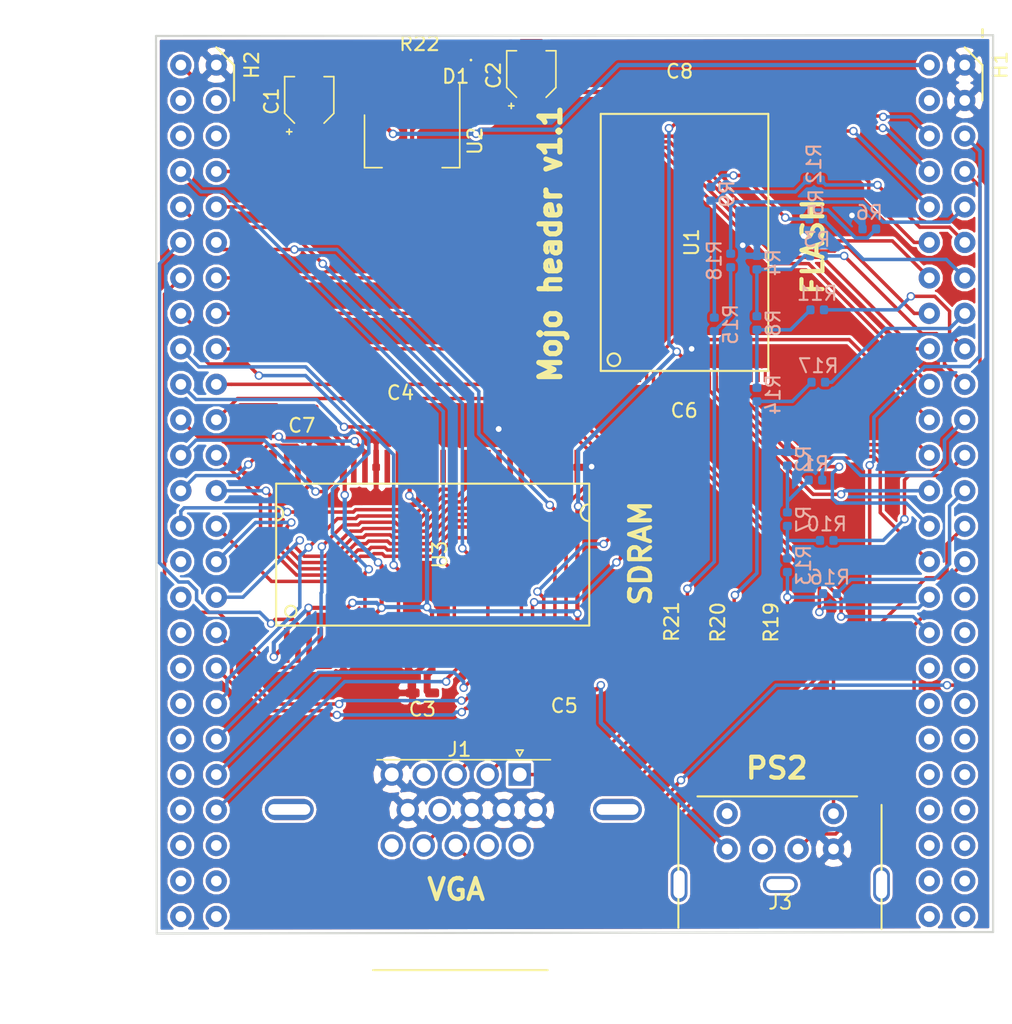
<source format=kicad_pcb>
(kicad_pcb (version 20171130) (host pcbnew 5.0.0+dfsg1-2)
  (layers (0 F.Cu signal) (31 B.Cu signal) (34 B.Paste user) (35 F.Paste user) (36 B.SilkS user) (37 F.SilkS user) (38 B.Mask user) (39 F.Mask user) (44 Edge.Cuts user))
  (net 0 "")
  (net 1 "Net-(H1-Pad36)")
  (net 2 "Net-(H1-Pad41)")
  (net 3 "Net-(H1-Pad42)")
  (net 4 3V3)
  (net 5 GND)
  (net 6 "Net-(H1-Pad38)")
  (net 7 "Net-(H1-Pad39)")
  (net 8 "Net-(H1-Pad40)")
  (net 9 "Net-(H1-Pad37)")
  (net 10 "Net-(H1-Pad28)")
  (net 11 "Net-(H1-Pad29)")
  (net 12 "Net-(H1-Pad30)")
  (net 13 "Net-(H1-Pad31)")
  (net 14 "Net-(H1-Pad32)")
  (net 15 "Net-(H1-Pad33)")
  (net 16 "Net-(H1-Pad34)")
  (net 17 "Net-(H1-Pad35)")
  (net 18 /VGA/VGA_HSYNC)
  (net 19 /VGA/VGA_VSYNC)
  (net 20 /VGA/VGA_B0)
  (net 21 /VGA/VGA_B1)
  (net 22 /VGA/VGA_B2)
  (net 23 /VGA/VGA_G0)
  (net 24 /VGA/VGA_G1)
  (net 25 /VGA/VGA_G2)
  (net 26 /VGA/VGA_R2)
  (net 27 /VGA/VGA_R1)
  (net 28 /VGA/VGA_R0)
  (net 29 /VGA/VGA_R_OUT)
  (net 30 /VGA/VGA_G_OUT)
  (net 31 /VGA/VGA_B_OUT)
  (net 32 "Net-(R1-Pad2)")
  (net 33 "Net-(R3-Pad2)")
  (net 34 "Net-(R5-Pad2)")
  (net 35 "Net-(R10-Pad2)")
  (net 36 "Net-(R11-Pad2)")
  (net 37 "Net-(R12-Pad2)")
  (net 38 "Net-(R13-Pad1)")
  (net 39 "Net-(R14-Pad1)")
  (net 40 "Net-(R15-Pad1)")
  (net 41 PS2_CLK)
  (net 42 PS2_DATA)
  (net 43 V_EXTERNAL)
  (net 44 "Net-(H2-Pad4)")
  (net 45 "Net-(H2-Pad5)")
  (net 46 "Net-(H2-Pad6)")
  (net 47 "Net-(H2-Pad7)")
  (net 48 "Net-(H2-Pad8)")
  (net 49 "Net-(H2-Pad9)")
  (net 50 "Net-(H2-Pad10)")
  (net 51 "Net-(H2-Pad11)")
  (net 52 "Net-(H2-Pad12)")
  (net 53 "Net-(H2-Pad13)")
  (net 54 "Net-(H2-Pad14)")
  (net 55 "Net-(H2-Pad15)")
  (net 56 "Net-(H2-Pad16)")
  (net 57 "Net-(H2-Pad17)")
  (net 58 "Net-(H2-Pad18)")
  (net 59 "Net-(H2-Pad19)")
  (net 60 "Net-(H2-Pad20)")
  (net 61 "Net-(H2-Pad21)")
  (net 62 "Net-(H2-Pad22)")
  (net 63 "Net-(H2-Pad29)")
  (net 64 "Net-(H2-Pad30)")
  (net 65 /DQ0)
  (net 66 /DQ1)
  (net 67 /DQ2)
  (net 68 /DQ3)
  (net 69 /DQ4)
  (net 70 /DQ5)
  (net 71 /DQ6)
  (net 72 /DQ7)
  (net 73 DQM)
  (net 74 "Net-(D1-Pad2)")
  (module Capacitor_SMD:C_0402_handSoldering (layer F.Cu) (at 141.201 118.872)
    (fp_text reference C6 (at 0 -1.17) (layer F.SilkS))
    (fp_text value C)
    (pad 1 smd roundrect (at -0.7 0) (size 1 0.64) (layers F.Cu F.Paste F.Mask) (net 4 3V3))
    (pad 2 smd roundrect (at 0.7 0) (size 1 0.64) (layers F.Cu F.Paste F.Mask) (net 5 GND))
  )
  (module Capacitor_SMD:C_0402_handSoldering (layer F.Cu) (at 113.815 117.602 180)
    (fp_text reference C7 (at 0 -1.17 180) (layer F.SilkS))
    (fp_text value C)
    (pad 1 smd roundrect (at -0.7 0 180) (size 1 0.64) (layers F.Cu F.Paste F.Mask) (net 4 3V3))
    (pad 2 smd roundrect (at 0.7 0 180) (size 1 0.64) (layers F.Cu F.Paste F.Mask) (net 5 GND))
  )
  (module Capacitor_SMD:C_0402_handSoldering (layer F.Cu) (at 120.881 117.602)
    (fp_text reference C4 (at 0 -1.17) (layer F.SilkS))
    (fp_text value C)
    (pad 1 smd roundrect (at -0.7 0) (size 1 0.64) (layers F.Cu F.Paste F.Mask) (net 4 3V3))
    (pad 2 smd roundrect (at 0.7 0) (size 1 0.64) (layers F.Cu F.Paste F.Mask) (net 5 GND))
  )
  (module Capacitor_SMD:C_0402_handSoldering (layer F.Cu) (at 122.451 137.922 180)
    (fp_text reference C3 (at 0 -1.17 180) (layer F.SilkS))
    (fp_text value C)
    (pad 1 smd roundrect (at -0.7 0 180) (size 1 0.64) (layers F.Cu F.Paste F.Mask) (net 4 3V3))
    (pad 2 smd roundrect (at 0.7 0 180) (size 1 0.64) (layers F.Cu F.Paste F.Mask) (net 5 GND))
  )
  (module Capacitor_SMD:C_0402_handSoldering (layer F.Cu) (at 132.611 137.668 180)
    (fp_text reference C5 (at 0 -1.17 180) (layer F.SilkS))
    (fp_text value C)
    (pad 1 smd roundrect (at -0.7 0 180) (size 1 0.64) (layers F.Cu F.Paste F.Mask) (net 4 3V3))
    (pad 2 smd roundrect (at 0.7 0 180) (size 1 0.64) (layers F.Cu F.Paste F.Mask) (net 5 GND))
  )
  (module Capacitor_SMD:C_0402_handSoldering (layer F.Cu) (at 140.8684 94.5896)
    (fp_text reference C8 (at 0 -1.17) (layer F.SilkS))
    (fp_text value C)
    (pad 1 smd roundrect (at -0.7 0) (size 1 0.64) (layers F.Cu F.Paste F.Mask) (net 4 3V3))
    (pad 2 smd roundrect (at 0.7 0) (size 1 0.64) (layers F.Cu F.Paste F.Mask) (net 5 GND))
  )
  (module memories:mini-DIN6 (layer F.Cu) (at 148.082 147.828 180)
    (fp_text reference J3 (at 0 -5.08 180) (layer F.SilkS))
    (fp_text value DIN-6)
    (pad 1 thru_hole circle (at -1.27 -1.27 180) (size 1.524 1.524) (drill 0.762) (layers *.Cu *.Mask) (net 42 PS2_DATA))
    (pad 3 thru_hole circle (at -3.81 -1.27 180) (size 1.524 1.524) (drill 0.762) (layers *.Cu *.Mask) (net 5 GND))
    (pad 2 thru_hole circle (at 1.27 -1.27 180) (size 1.524 1.524) (drill 0.762) (layers *.Cu *.Mask))
    (pad 4 thru_hole circle (at 3.81 -1.27 180) (size 1.524 1.524) (drill 0.762) (layers *.Cu *.Mask) (net 4 3V3))
    (pad 6 thru_hole circle (at 3.81 1.27 180) (size 1.524 1.524) (drill 0.762) (layers *.Cu *.Mask))
    (pad 5 thru_hole circle (at -3.81 1.27 180) (size 1.524 1.524) (drill 0.762) (layers *.Cu *.Mask) (net 41 PS2_CLK))
    (pad "" thru_hole oval (at 0 -3.81 180) (size 2.5 1.2) (drill oval 2 0.8) (layers *.Cu *.Mask))
    (pad "" thru_hole oval (at 7.25 -3.8 180) (size 1.2 2.5) (drill oval 0.8 2) (layers *.Cu *.Mask))
    (pad "" thru_hole oval (at -7.25 -3.81 180) (size 1.2 2.5) (drill oval 0.8 2) (layers *.Cu *.Mask))
  )
  (module Symbol:OSHW-Logo2_7.3x6mm_Copper (layer F.Cu) (at 126.5936 105.7148 90)
    (fp_text reference REF** hide)
    (fp_text value OSHW-Logo2_7.3x6mm_Copper hide)
    (fp_poly (pts (xy 0.10391 -2.757652) (xy 0.182454 -2.757222) (xy 0.239298 -2.756058) (xy 0.278105 -2.753793) (xy 0.302538 -2.75006) (xy 0.316262 -2.744494) (xy 0.32294 -2.736727) (xy 0.326236 -2.726395) (xy 0.326556 -2.725057) (xy 0.331562 -2.700921) (xy 0.340829 -2.653299) (xy 0.353392 -2.587259) (xy 0.368287 -2.507872) (xy 0.384551 -2.420204) (xy 0.385119 -2.417125) (xy 0.40141 -2.331211) (xy 0.416652 -2.255304) (xy 0.429861 -2.193955) (xy 0.440054 -2.151718) (xy 0.446248 -2.133145) (xy 0.446543 -2.132816) (xy 0.464788 -2.123747) (xy 0.502405 -2.108633) (xy 0.551271 -2.090738) (xy 0.551543 -2.090642) (xy 0.613093 -2.067507) (xy 0.685657 -2.038035) (xy 0.754057 -2.008403) (xy 0.757294 -2.006938) (xy 0.868702 -1.956374) (xy 1.115399 -2.12484) (xy 1.191077 -2.176197) (xy 1.259631 -2.222111) (xy 1.317088 -2.25997) (xy 1.359476 -2.287163) (xy 1.382825 -2.301079) (xy 1.385042 -2.302111) (xy 1.40201 -2.297516) (xy 1.433701 -2.275345) (xy 1.481352 -2.234553) (xy 1.546198 -2.174095) (xy 1.612397 -2.109773) (xy 1.676214 -2.046388) (xy 1.733329 -1.988549) (xy 1.780305 -1.939825) (xy 1.813703 -1.90379) (xy 1.830085 -1.884016) (xy 1.830694 -1.882998) (xy 1.832505 -1.869428) (xy 1.825683 -1.847267) (xy 1.80854 -1.813522) (xy 1.779393 -1.7652) (xy 1.736555 -1.699308) (xy 1.679448 -1.614483) (xy 1.628766 -1.539823) (xy 1.583461 -1.47286) (xy 1.54615 -1.417484) (xy 1.519452 -1.37758) (xy 1.505985 -1.357038) (xy 1.505137 -1.355644) (xy 1.506781 -1.335962) (xy 1.519245 -1.297707) (xy 1.540048 -1.248111) (xy 1.547462 -1.232272) (xy 1.579814 -1.16171) (xy 1.614328 -1.081647) (xy 1.642365 -1.012371) (xy 1.662568 -0.960955) (xy 1.678615 -0.921881) (xy 1.687888 -0.901459) (xy 1.689041 -0.899886) (xy 1.706096 -0.897279) (xy 1.746298 -0.890137) (xy 1.804302 -0.879477) (xy 1.874763 -0.866315) (xy 1.952335 -0.851667) (xy 2.031672 -0.836551) (xy 2.107431 -0.821982) (xy 2.174264 -0.808978) (xy 2.226828 -0.798555) (xy 2.259776 -0.79173) (xy 2.267857 -0.789801) (xy 2.276205 -0.785038) (xy 2.282506 -0.774282) (xy 2.287045 -0.753902) (xy 2.290104 -0.720266) (xy 2.291967 -0.669745) (xy 2.292918 -0.598708) (xy 2.29324 -0.503524) (xy 2.293257 -0.464508) (xy 2.293257 -0.147201) (xy 2.217057 -0.132161) (xy 2.174663 -0.124005) (xy 2.1114 -0.112101) (xy 2.034962 -0.097884) (xy 1.953043 -0.08279) (xy 1.9304 -0.078645) (xy 1.854806 -0.063947) (xy 1.788953 -0.049495) (xy 1.738366 -0.036625) (xy 1.708574 -0.026678) (xy 1.703612 -0.023713) (xy 1.691426 -0.002717) (xy 1.673953 0.037967) (xy 1.654577 0.090322) (xy 1.650734 0.1016) (xy 1.625339 0.171523) (xy 1.593817 0.250418) (xy 1.562969 0.321266) (xy 1.562817 0.321595) (xy 1.511447 0.432733) (xy 1.680399 0.681253) (xy 1.849352 0.929772) (xy 1.632429 1.147058) (xy 1.566819 1.211726) (xy 1.506979 1.268733) (xy 1.456267 1.315033) (xy 1.418046 1.347584) (xy 1.395675 1.363343) (xy 1.392466 1.364343) (xy 1.373626 1.356469) (xy 1.33518 1.334578) (xy 1.28133 1.301267) (xy 1.216276 1.259131) (xy 1.14594 1.211943) (xy 1.074555 1.16381) (xy 1.010908 1.121928) (xy 0.959041 1.088871) (xy 0.922995 1.067218) (xy 0.906867 1.059543) (xy 0.887189 1.066037) (xy 0.849875 1.08315) (xy 0.802621 1.107326) (xy 0.797612 1.110013) (xy 0.733977 1.141927) (xy 0.690341 1.157579) (xy 0.663202 1.157745) (xy 0.649057 1.143204) (xy 0.648975 1.143) (xy 0.641905 1.125779) (xy 0.625042 1.084899) (xy 0.599695 1.023525) (xy 0.567171 0.944819) (xy 0.528778 0.851947) (xy 0.485822 0.748072) (xy 0.444222 0.647502) (xy 0.398504 0.536516) (xy 0.356526 0.433703) (xy 0.319548 0.342215) (xy 0.288827 0.265201) (xy 0.265622 0.205815) (xy 0.25119 0.167209) (xy 0.246743 0.1528) (xy 0.257896 0.136272) (xy 0.287069 0.10993) (xy 0.325971 0.080887) (xy 0.436757 -0.010961) (xy 0.523351 -0.116241) (xy 0.584716 -0.232734) (xy 0.619815 -0.358224) (xy 0.627608 -0.490493) (xy 0.621943 -0.551543) (xy 0.591078 -0.678205) (xy 0.53792 -0.790059) (xy 0.465767 -0.885999) (xy 0.377917 -0.964924) (xy 0.277665 -1.02573) (xy 0.16831 -1.067313) (xy 0.053147 -1.088572) (xy -0.064525 -1.088401) (xy -0.18141 -1.065699) (xy -0.294211 -1.019362) (xy -0.399631 -0.948287) (xy -0.443632 -0.908089) (xy -0.528021 -0.804871) (xy -0.586778 -0.692075) (xy -0.620296 -0.57299) (xy -0.628965 -0.450905) (xy -0.613177 -0.329107) (xy -0.573322 -0.210884) (xy -0.509793 -0.099525) (xy -0.422979 0.001684) (xy -0.325971 0.080887) (xy -0.285563 0.111162) (xy -0.257018 0.137219) (xy -0.246743 0.152825) (xy -0.252123 0.169843) (xy -0.267425 0.2105) (xy -0.291388 0.271642) (xy -0.322756 0.350119) (xy -0.360268 0.44278) (xy -0.402667 0.546472) (xy -0.444337 0.647526) (xy -0.49031 0.758607) (xy -0.532893 0.861541) (xy -0.570779 0.953165) (xy -0.60266 1.030316) (xy -0.627229 1.089831) (xy -0.64318 1.128544) (xy -0.64909 1.143) (xy -0.663052 1.157685) (xy -0.69006 1.157642) (xy -0.733587 1.142099) (xy -0.79711 1.110284) (xy -0.797612 1.110013) (xy -0.84544 1.085323) (xy -0.884103 1.067338) (xy -0.905905 1.059614) (xy -0.906867 1.059543) (xy -0.923279 1.067378) (xy -0.959513 1.089165) (xy -1.011526 1.122328) (xy -1.075275 1.164291) (xy -1.14594 1.211943) (xy -1.217884 1.260191) (xy -1.282726 1.302151) (xy -1.336265 1.335227) (xy -1.374303 1.356821) (xy -1.392467 1.364343) (xy -1.409192 1.354457) (xy -1.44282 1.326826) (xy -1.48999 1.284495) (xy -1.547342 1.230505) (xy -1.611516 1.167899) (xy -1.632503 1.146983) (xy -1.849501 0.929623) (xy -1.684332 0.68722) (xy -1.634136 0.612781) (xy -1.590081 0.545972) (xy -1.554638 0.490665) (xy -1.530281 0.450729) (xy -1.519478 0.430036) (xy -1.519162 0.428563) (xy -1.524857 0.409058) (xy -1.540174 0.369822) (xy -1.562463 0.31743) (xy -1.578107 0.282355) (xy -1.607359 0.215201) (xy -1.634906 0.147358) (xy -1.656263 0.090034) (xy -1.662065 0.072572) (xy -1.678548 0.025938) (xy -1.69466 -0.010095) (xy -1.70351 -0.023713) (xy -1.72304 -0.032048) (xy -1.765666 -0.043863) (xy -1.825855 -0.057819) (xy -1.898078 -0.072578) (xy -1.9304 -0.078645) (xy -2.012478 -0.093727) (xy -2.091205 -0.108331) (xy -2.158891 -0.12102) (xy -2.20784 -0.130358) (xy -2.217057 -0.132161) (xy -2.293257 -0.147201) (xy -2.293257 -0.464508) (xy -2.293086 -0.568846) (xy -2.292384 -0.647787) (xy -2.290866 -0.704962) (xy -2.288251 -0.744001) (xy -2.284254 -0.768535) (xy -2.278591 -0.782195) (xy -2.27098 -0.788611) (xy -2.267857 -0.789801) (xy -2.249022 -0.79402) (xy -2.207412 -0.802438) (xy -2.14837 -0.814039) (xy -2.077243 -0.827805) (xy -1.999375 -0.84272) (xy -1.920113 -0.857768) (xy -1.844802 -0.871931) (xy -1.778787 -0.884194) (xy -1.727413 -0.893539) (xy -1.696025 -0.89895) (xy -1.689041 -0.899886) (xy -1.682715 -0.912404) (xy -1.66871 -0.945754) (xy -1.649645 -0.993623) (xy -1.642366 -1.012371) (xy -1.613004 -1.084805) (xy -1.578429 -1.16483) (xy -1.547463 -1.232272) (xy -1.524677 -1.283841) (xy -1.509518 -1.326215) (xy -1.504458 -1.352166) (xy -1.505264 -1.355644) (xy -1.515959 -1.372064) (xy -1.54038 -1.408583) (xy -1.575905 -1.461313) (xy -1.619913 -1.526365) (xy -1.669783 -1.599849) (xy -1.679644 -1.614355) (xy -1.737508 -1.700296) (xy -1.780044 -1.765739) (xy -1.808946 -1.813696) (xy -1.82591 -1.84718) (xy -1.832633 -1.869205) (xy -1.83081 -1.882783) (xy -1.830764 -1.882869) (xy -1.816414 -1.900703) (xy -1.784677 -1.935183) (xy -1.73899 -1.982732) (xy -1.682796 -2.039778) (xy -1.619532 -2.102745) (xy -1.612398 -2.109773) (xy -1.53267 -2.18698) (xy -1.471143 -2.24367) (xy -1.426579 -2.28089) (xy -1.397743 -2.299685) (xy -1.385042 -2.302111) (xy -1.366506 -2.291529) (xy -1.328039 -2.267084) (xy -1.273614 -2.231388) (xy -1.207202 -2.187053) (xy -1.132775 -2.136689) (xy -1.115399 -2.12484) (xy -0.868703 -1.956374) (xy -0.757294 -2.006938) (xy -0.689543 -2.036405) (xy -0.616817 -2.066041) (xy -0.554297 -2.08967) (xy -0.551543 -2.090642) (xy -0.50264 -2.108543) (xy -0.464943 -2.12368) (xy -0.446575 -2.13279) (xy -0.446544 -2.132816) (xy -0.440715 -2.149283) (xy -0.430808 -2.189781) (xy -0.417805 -2.249758) (xy -0.402691 -2.32466) (xy -0.386448 -2.409936) (xy -0.385119 -2.417125) (xy -0.368825 -2.504986) (xy -0.353867 -2.58474) (xy -0.341209 -2.651319) (xy -0.331814 -2.699653) (xy -0.326646 -2.724675) (xy -0.326556 -2.725057) (xy -0.323411 -2.735701) (xy -0.317296 -2.743738) (xy -0.304547 -2.749533) (xy -0.2815 -2.753453) (xy -0.244491 -2.755865) (xy -0.189856 -2.757135) (xy -0.113933 -2.757629) (xy -0.013056 -2.757714) (xy 0 -2.757714) (xy 0.10391 -2.757652)) (layer F.Cu) (width 0.01))
    (fp_poly (pts (xy 3.153595 1.966966) (xy 3.211021 2.004497) (xy 3.238719 2.038096) (xy 3.260662 2.099064) (xy 3.262405 2.147308) (xy 3.258457 2.211816) (xy 3.109686 2.276934) (xy 3.037349 2.310202) (xy 2.990084 2.336964) (xy 2.965507 2.360144) (xy 2.961237 2.382667) (xy 2.974889 2.407455) (xy 2.989943 2.423886) (xy 3.033746 2.450235) (xy 3.081389 2.452081) (xy 3.125145 2.431546) (xy 3.157289 2.390752) (xy 3.163038 2.376347) (xy 3.190576 2.331356) (xy 3.222258 2.312182) (xy 3.265714 2.295779) (xy 3.265714 2.357966) (xy 3.261872 2.400283) (xy 3.246823 2.435969) (xy 3.21528 2.476943) (xy 3.210592 2.482267) (xy 3.175506 2.51872) (xy 3.145347 2.538283) (xy 3.107615 2.547283) (xy 3.076335 2.55023) (xy 3.020385 2.550965) (xy 2.980555 2.54166) (xy 2.955708 2.527846) (xy 2.916656 2.497467) (xy 2.889625 2.464613) (xy 2.872517 2.423294) (xy 2.863238 2.367521) (xy 2.859693 2.291305) (xy 2.85941 2.252622) (xy 2.860372 2.206247) (xy 2.948007 2.206247) (xy 2.949023 2.231126) (xy 2.951556 2.2352) (xy 2.968274 2.229665) (xy 3.004249 2.215017) (xy 3.052331 2.19419) (xy 3.062386 2.189714) (xy 3.123152 2.158814) (xy 3.156632 2.131657) (xy 3.16399 2.10622) (xy 3.146391 2.080481) (xy 3.131856 2.069109) (xy 3.07941 2.046364) (xy 3.030322 2.050122) (xy 2.989227 2.077884) (xy 2.960758 2.127152) (xy 2.951631 2.166257) (xy 2.948007 2.206247) (xy 2.860372 2.206247) (xy 2.861285 2.162249) (xy 2.868196 2.095384) (xy 2.881884 2.046695) (xy 2.904096 2.010849) (xy 2.936574 1.982513) (xy 2.950733 1.973355) (xy 3.015053 1.949507) (xy 3.085473 1.948006) (xy 3.153595 1.966966)) (layer F.Cu) (width 0.01))
    (fp_poly (pts (xy 2.6526 1.958752) (xy 2.669948 1.966334) (xy 2.711356 1.999128) (xy 2.746765 2.046547) (xy 2.768664 2.097151) (xy 2.772229 2.122098) (xy 2.760279 2.156927) (xy 2.734067 2.175357) (xy 2.705964 2.186516) (xy 2.693095 2.188572) (xy 2.686829 2.173649) (xy 2.674456 2.141175) (xy 2.669028 2.126502) (xy 2.63859 2.075744) (xy 2.59452 2.050427) (xy 2.53801 2.051206) (xy 2.533825 2.052203) (xy 2.503655 2.066507) (xy 2.481476 2.094393) (xy 2.466327 2.139287) (xy 2.45725 2.204615) (xy 2.453286 2.293804) (xy 2.452914 2.341261) (xy 2.45273 2.416071) (xy 2.451522 2.467069) (xy 2.448309 2.499471) (xy 2.442109 2.518495) (xy 2.43194 2.529356) (xy 2.416819 2.537272) (xy 2.415946 2.53767) (xy 2.386828 2.549981) (xy 2.372403 2.554514) (xy 2.370186 2.540809) (xy 2.368289 2.502925) (xy 2.366847 2.445715) (xy 2.365998 2.374027) (xy 2.365829 2.321565) (xy 2.366692 2.220047) (xy 2.37007 2.143032) (xy 2.377142 2.086023) (xy 2.389088 2.044526) (xy 2.40709 2.014043) (xy 2.432327 1.99008) (xy 2.457247 1.973355) (xy 2.517171 1.951097) (xy 2.586911 1.946076) (xy 2.6526 1.958752)) (layer F.Cu) (width 0.01))
    (fp_poly (pts (xy 2.144876 1.956335) (xy 2.186667 1.975344) (xy 2.219469 1.998378) (xy 2.243503 2.024133) (xy 2.260097 2.057358) (xy 2.270577 2.1028) (xy 2.276271 2.165207) (xy 2.278507 2.249327) (xy 2.278743 2.304721) (xy 2.278743 2.520826) (xy 2.241774 2.53767) (xy 2.212656 2.549981) (xy 2.198231 2.554514) (xy 2.195472 2.541025) (xy 2.193282 2.504653) (xy 2.191942 2.451542) (xy 2.191657 2.409372) (xy 2.190434 2.348447) (xy 2.187136 2.300115) (xy 2.182321 2.270518) (xy 2.178496 2.264229) (xy 2.152783 2.270652) (xy 2.112418 2.287125) (xy 2.065679 2.309458) (xy 2.020845 2.333457) (xy 1.986193 2.35493) (xy 1.970002 2.369685) (xy 1.969938 2.369845) (xy 1.97133 2.397152) (xy 1.983818 2.423219) (xy 2.005743 2.444392) (xy 2.037743 2.451474) (xy 2.065092 2.450649) (xy 2.103826 2.450042) (xy 2.124158 2.459116) (xy 2.136369 2.483092) (xy 2.137909 2.487613) (xy 2.143203 2.521806) (xy 2.129047 2.542568) (xy 2.092148 2.552462) (xy 2.052289 2.554292) (xy 1.980562 2.540727) (xy 1.943432 2.521355) (xy 1.897576 2.475845) (xy 1.873256 2.419983) (xy 1.871073 2.360957) (xy 1.891629 2.305953) (xy 1.922549 2.271486) (xy 1.95342 2.252189) (xy 2.001942 2.227759) (xy 2.058485 2.202985) (xy 2.06791 2.199199) (xy 2.130019 2.171791) (xy 2.165822 2.147634) (xy 2.177337 2.123619) (xy 2.16658 2.096635) (xy 2.148114 2.075543) (xy 2.104469 2.049572) (xy 2.056446 2.047624) (xy 2.012406 2.067637) (xy 1.980709 2.107551) (xy 1.976549 2.117848) (xy 1.952327 2.155724) (xy 1.916965 2.183842) (xy 1.872343 2.206917) (xy 1.872343 2.141485) (xy 1.874969 2.101506) (xy 1.88623 2.069997) (xy 1.911199 2.036378) (xy 1.935169 2.010484) (xy 1.972441 1.973817) (xy 2.001401 1.954121) (xy 2.032505 1.94622) (xy 2.067713 1.944914) (xy 2.144876 1.956335)) (layer F.Cu) (width 0.01))
    (fp_poly (pts (xy 1.779833 1.958663) (xy 1.782048 1.99685) (xy 1.783784 2.054886) (xy 1.784899 2.12818) (xy 1.785257 2.205055) (xy 1.785257 2.465196) (xy 1.739326 2.511127) (xy 1.707675 2.539429) (xy 1.67989 2.550893) (xy 1.641915 2.550168) (xy 1.62684 2.548321) (xy 1.579726 2.542948) (xy 1.540756 2.539869) (xy 1.531257 2.539585) (xy 1.499233 2.541445) (xy 1.453432 2.546114) (xy 1.435674 2.548321) (xy 1.392057 2.551735) (xy 1.362745 2.54432) (xy 1.33368 2.521427) (xy 1.323188 2.511127) (xy 1.277257 2.465196) (xy 1.277257 1.978602) (xy 1.314226 1.961758) (xy 1.346059 1.949282) (xy 1.364683 1.944914) (xy 1.369458 1.958718) (xy 1.373921 1.997286) (xy 1.377775 2.056356) (xy 1.380722 2.131663) (xy 1.382143 2.195286) (xy 1.386114 2.445657) (xy 1.420759 2.450556) (xy 1.452268 2.447131) (xy 1.467708 2.436041) (xy 1.472023 2.415308) (xy 1.475708 2.371145) (xy 1.478469 2.309146) (xy 1.480012 2.234909) (xy 1.480235 2.196706) (xy 1.480457 1.976783) (xy 1.526166 1.960849) (xy 1.558518 1.950015) (xy 1.576115 1.944962) (xy 1.576623 1.944914) (xy 1.578388 1.958648) (xy 1.580329 1.99673) (xy 1.582282 2.054482) (xy 1.584084 2.127227) (xy 1.585343 2.195286) (xy 1.589314 2.445657) (xy 1.6764 2.445657) (xy 1.680396 2.21724) (xy 1.684392 1.988822) (xy 1.726847 1.966868) (xy 1.758192 1.951793) (xy 1.776744 1.944951) (xy 1.777279 1.944914) (xy 1.779833 1.958663)) (layer F.Cu) (width 0.01))
    (fp_poly (pts (xy 1.190117 2.065358) (xy 1.189933 2.173837) (xy 1.189219 2.257287) (xy 1.187675 2.319704) (xy 1.185001 2.365085) (xy 1.180894 2.397429) (xy 1.175055 2.420733) (xy 1.167182 2.438995) (xy 1.161221 2.449418) (xy 1.111855 2.505945) (xy 1.049264 2.541377) (xy 0.980013 2.55409) (xy 0.910668 2.542463) (xy 0.869375 2.521568) (xy 0.826025 2.485422) (xy 0.796481 2.441276) (xy 0.778655 2.383462) (xy 0.770463 2.306313) (xy 0.769302 2.249714) (xy 0.769458 2.245647) (xy 0.870857 2.245647) (xy 0.871476 2.31055) (xy 0.874314 2.353514) (xy 0.88084 2.381622) (xy 0.892523 2.401953) (xy 0.906483 2.417288) (xy 0.953365 2.44689) (xy 1.003701 2.449419) (xy 1.051276 2.424705) (xy 1.054979 2.421356) (xy 1.070783 2.403935) (xy 1.080693 2.383209) (xy 1.086058 2.352362) (xy 1.088228 2.304577) (xy 1.088571 2.251748) (xy 1.087827 2.185381) (xy 1.084748 2.141106) (xy 1.078061 2.112009) (xy 1.066496 2.091173) (xy 1.057013 2.080107) (xy 1.01296 2.052198) (xy 0.962224 2.048843) (xy 0.913796 2.070159) (xy 0.90445 2.078073) (xy 0.88854 2.095647) (xy 0.87861 2.116587) (xy 0.873278 2.147782) (xy 0.871163 2.196122) (xy 0.870857 2.245647) (xy 0.769458 2.245647) (xy 0.77281 2.158568) (xy 0.784726 2.090086) (xy 0.807135 2.0386) (xy 0.842124 1.998443) (xy 0.869375 1.977861) (xy 0.918907 1.955625) (xy 0.976316 1.945304) (xy 1.029682 1.948067) (xy 1.059543 1.959212) (xy 1.071261 1.962383) (xy 1.079037 1.950557) (xy 1.084465 1.918866) (xy 1.088571 1.870593) (xy 1.093067 1.816829) (xy 1.099313 1.784482) (xy 1.110676 1.765985) (xy 1.130528 1.75377) (xy 1.143 1.748362) (xy 1.190171 1.728601) (xy 1.190117 2.065358)) (layer F.Cu) (width 0.01))
    (fp_poly (pts (xy 0.529926 1.949755) (xy 0.595858 1.974084) (xy 0.649273 2.017117) (xy 0.670164 2.047409) (xy 0.692939 2.102994) (xy 0.692466 2.143186) (xy 0.668562 2.170217) (xy 0.659717 2.174813) (xy 0.62153 2.189144) (xy 0.602028 2.185472) (xy 0.595422 2.161407) (xy 0.595086 2.148114) (xy 0.582992 2.09921) (xy 0.551471 2.064999) (xy 0.507659 2.048476) (xy 0.458695 2.052634) (xy 0.418894 2.074227) (xy 0.40545 2.086544) (xy 0.395921 2.101487) (xy 0.389485 2.124075) (xy 0.385317 2.159328) (xy 0.382597 2.212266) (xy 0.380502 2.287907) (xy 0.37996 2.311857) (xy 0.377981 2.39379) (xy 0.375731 2.451455) (xy 0.372357 2.489608) (xy 0.367006 2.513004) (xy 0.358824 2.526398) (xy 0.346959 2.534545) (xy 0.339362 2.538144) (xy 0.307102 2.550452) (xy 0.288111 2.554514) (xy 0.281836 2.540948) (xy 0.278006 2.499934) (xy 0.2766 2.430999) (xy 0.277598 2.333669) (xy 0.277908 2.318657) (xy 0.280101 2.229859) (xy 0.282693 2.165019) (xy 0.286382 2.119067) (xy 0.291864 2.086935) (xy 0.299835 2.063553) (xy 0.310993 2.043852) (xy 0.31683 2.03541) (xy 0.350296 1.998057) (xy 0.387727 1.969003) (xy 0.392309 1.966467) (xy 0.459426 1.946443) (xy 0.529926 1.949755)) (layer F.Cu) (width 0.01))
    (fp_poly (pts (xy 0.039744 1.950968) (xy 0.096616 1.972087) (xy 0.097267 1.972493) (xy 0.13244 1.99838) (xy 0.158407 2.028633) (xy 0.17667 2.068058) (xy 0.188732 2.121462) (xy 0.196096 2.193651) (xy 0.200264 2.289432) (xy 0.200629 2.303078) (xy 0.205876 2.508842) (xy 0.161716 2.531678) (xy 0.129763 2.54711) (xy 0.11047 2.554423) (xy 0.109578 2.554514) (xy 0.106239 2.541022) (xy 0.103587 2.504626) (xy 0.101956 2.451452) (xy 0.1016 2.408393) (xy 0.101592 2.338641) (xy 0.098403 2.294837) (xy 0.087288 2.273944) (xy 0.063501 2.272925) (xy 0.022296 2.288741) (xy -0.039914 2.317815) (xy -0.085659 2.341963) (xy -0.109187 2.362913) (xy -0.116104 2.385747) (xy -0.116114 2.386877) (xy -0.104701 2.426212) (xy -0.070908 2.447462) (xy -0.019191 2.450539) (xy 0.018061 2.450006) (xy 0.037703 2.460735) (xy 0.049952 2.486505) (xy 0.057002 2.519337) (xy 0.046842 2.537966) (xy 0.043017 2.540632) (xy 0.007001 2.55134) (xy -0.043434 2.552856) (xy -0.095374 2.545759) (xy -0.132178 2.532788) (xy -0.183062 2.489585) (xy -0.211986 2.429446) (xy -0.217714 2.382462) (xy -0.213343 2.340082) (xy -0.197525 2.305488) (xy -0.166203 2.274763) (xy -0.115322 2.24399) (xy -0.040824 2.209252) (xy -0.036286 2.207288) (xy 0.030821 2.176287) (xy 0.072232 2.150862) (xy 0.089981 2.128014) (xy 0.086107 2.104745) (xy 0.062643 2.078056) (xy 0.055627 2.071914) (xy 0.00863 2.0481) (xy -0.040067 2.049103) (xy -0.082478 2.072451) (xy -0.110616 2.115675) (xy -0.113231 2.12416) (xy -0.138692 2.165308) (xy -0.170999 2.185128) (xy -0.217714 2.20477) (xy -0.217714 2.15395) (xy -0.203504 2.080082) (xy -0.161325 2.012327) (xy -0.139376 1.989661) (xy -0.089483 1.960569) (xy -0.026033 1.9474) (xy 0.039744 1.950968)) (layer F.Cu) (width 0.01))
    (fp_poly (pts (xy -0.624114 1.851289) (xy -0.619861 1.910613) (xy -0.614975 1.945572) (xy -0.608205 1.96082) (xy -0.598298 1.961015) (xy -0.595086 1.959195) (xy -0.552356 1.946015) (xy -0.496773 1.946785) (xy -0.440263 1.960333) (xy -0.404918 1.977861) (xy -0.368679 2.005861) (xy -0.342187 2.037549) (xy -0.324001 2.077813) (xy -0.312678 2.131543) (xy -0.306778 2.203626) (xy -0.304857 2.298951) (xy -0.304823 2.317237) (xy -0.3048 2.522646) (xy -0.350509 2.53858) (xy -0.382973 2.54942) (xy -0.400785 2.554468) (xy -0.401309 2.554514) (xy -0.403063 2.540828) (xy -0.404556 2.503076) (xy -0.405674 2.446224) (xy -0.406303 2.375234) (xy -0.4064 2.332073) (xy -0.406602 2.246973) (xy -0.407642 2.185981) (xy -0.410169 2.144177) (xy -0.414836 2.116642) (xy -0.422293 2.098456) (xy -0.433189 2.084698) (xy -0.439993 2.078073) (xy -0.486728 2.051375) (xy -0.537728 2.049375) (xy -0.583999 2.071955) (xy -0.592556 2.080107) (xy -0.605107 2.095436) (xy -0.613812 2.113618) (xy -0.619369 2.139909) (xy -0.622474 2.179562) (xy -0.623824 2.237832) (xy -0.624114 2.318173) (xy -0.624114 2.522646) (xy -0.669823 2.53858) (xy -0.702287 2.54942) (xy -0.720099 2.554468) (xy -0.720623 2.554514) (xy -0.721963 2.540623) (xy -0.723172 2.501439) (xy -0.724199 2.4407) (xy -0.724998 2.362141) (xy -0.725519 2.269498) (xy -0.725714 2.166509) (xy -0.725714 1.769342) (xy -0.678543 1.749444) (xy -0.631371 1.729547) (xy -0.624114 1.851289)) (layer F.Cu) (width 0.01))
    (fp_poly (pts (xy -1.831697 1.931239) (xy -1.774473 1.969735) (xy -1.730251 2.025335) (xy -1.703833 2.096086) (xy -1.69849 2.148162) (xy -1.699097 2.169893) (xy -1.704178 2.186531) (xy -1.718145 2.201437) (xy -1.745411 2.217973) (xy -1.790388 2.239498) (xy -1.857489 2.269374) (xy -1.857829 2.269524) (xy -1.919593 2.297813) (xy -1.970241 2.322933) (xy -2.004596 2.342179) (xy -2.017482 2.352848) (xy -2.017486 2.352934) (xy -2.006128 2.376166) (xy -1.979569 2.401774) (xy -1.949077 2.420221) (xy -1.93363 2.423886) (xy -1.891485 2.411212) (xy -1.855192 2.379471) (xy -1.837483 2.344572) (xy -1.820448 2.318845) (xy -1.787078 2.289546) (xy -1.747851 2.264235) (xy -1.713244 2.250471) (xy -1.706007 2.249714) (xy -1.697861 2.26216) (xy -1.69737 2.293972) (xy -1.703357 2.336866) (xy -1.714643 2.382558) (xy -1.73005 2.422761) (xy -1.730829 2.424322) (xy -1.777196 2.489062) (xy -1.837289 2.533097) (xy -1.905535 2.554711) (xy -1.976362 2.552185) (xy -2.044196 2.523804) (xy -2.047212 2.521808) (xy -2.100573 2.473448) (xy -2.13566 2.410352) (xy -2.155078 2.327387) (xy -2.157684 2.304078) (xy -2.162299 2.194055) (xy -2.156767 2.142748) (xy -2.017486 2.142748) (xy -2.015676 2.174753) (xy -2.005778 2.184093) (xy -1.981102 2.177105) (xy -1.942205 2.160587) (xy -1.898725 2.139881) (xy -1.897644 2.139333) (xy -1.860791 2.119949) (xy -1.846 2.107013) (xy -1.849647 2.093451) (xy -1.865005 2.075632) (xy -1.904077 2.049845) (xy -1.946154 2.04795) (xy -1.983897 2.066717) (xy -2.009966 2.102915) (xy -2.017486 2.142748) (xy -2.156767 2.142748) (xy -2.152806 2.106027) (xy -2.12845 2.036212) (xy -2.094544 1.987302) (xy -2.033347 1.937878) (xy -1.965937 1.913359) (xy -1.89712 1.911797) (xy -1.831697 1.931239)) (layer F.Cu) (width 0.01))
    (fp_poly (pts (xy -2.958885 1.921962) (xy -2.890855 1.957733) (xy -2.840649 2.015301) (xy -2.822815 2.052312) (xy -2.808937 2.107882) (xy -2.801833 2.178096) (xy -2.80116 2.254727) (xy -2.806573 2.329552) (xy -2.81773 2.394342) (xy -2.834286 2.440873) (xy -2.839374 2.448887) (xy -2.899645 2.508707) (xy -2.971231 2.544535) (xy -3.048908 2.55502) (xy -3.127452 2.53881) (xy -3.149311 2.529092) (xy -3.191878 2.499143) (xy -3.229237 2.459433) (xy -3.232768 2.454397) (xy -3.247119 2.430124) (xy -3.256606 2.404178) (xy -3.26221 2.370022) (xy -3.264914 2.321119) (xy -3.265701 2.250935) (xy -3.265714 2.2352) (xy -3.265678 2.230192) (xy -3.120571 2.230192) (xy -3.119727 2.29643) (xy -3.116404 2.340386) (xy -3.109417 2.368779) (xy -3.097584 2.388325) (xy -3.091543 2.394857) (xy -3.056814 2.41968) (xy -3.023097 2.418548) (xy -2.989005 2.397016) (xy -2.968671 2.374029) (xy -2.956629 2.340478) (xy -2.949866 2.287569) (xy -2.949402 2.281399) (xy -2.948248 2.185513) (xy -2.960312 2.114299) (xy -2.98543 2.068194) (xy -3.02344 2.047635) (xy -3.037008 2.046514) (xy -3.072636 2.052152) (xy -3.097006 2.071686) (xy -3.111907 2.109042) (xy -3.119125 2.16815) (xy -3.120571 2.230192) (xy -3.265678 2.230192) (xy -3.265174 2.160413) (xy -3.262904 2.108159) (xy -3.257932 2.071949) (xy -3.249287 2.045299) (xy -3.235995 2.021722) (xy -3.233057 2.017338) (xy -3.183687 1.958249) (xy -3.129891 1.923947) (xy -3.064398 1.910331) (xy -3.042158 1.909665) (xy -2.958885 1.921962)) (layer F.Cu) (width 0.01))
    (fp_poly (pts (xy -1.283907 1.92778) (xy -1.237328 1.954723) (xy -1.204943 1.981466) (xy -1.181258 2.009484) (xy -1.164941 2.043748) (xy -1.154661 2.089227) (xy -1.149086 2.150892) (xy -1.146884 2.233711) (xy -1.146629 2.293246) (xy -1.146629 2.512391) (xy -1.208314 2.540044) (xy -1.27 2.567697) (xy -1.277257 2.32767) (xy -1.280256 2.238028) (xy -1.283402 2.172962) (xy -1.287299 2.128026) (xy -1.292553 2.09877) (xy -1.299769 2.080748) (xy -1.30955 2.069511) (xy -1.312688 2.067079) (xy -1.360239 2.048083) (xy -1.408303 2.0556) (xy -1.436914 2.075543) (xy -1.448553 2.089675) (xy -1.456609 2.10822) (xy -1.461729 2.136334) (xy -1.464559 2.179173) (xy -1.465744 2.241895) (xy -1.465943 2.307261) (xy -1.465982 2.389268) (xy -1.467386 2.447316) (xy -1.472086 2.486465) (xy -1.482013 2.51178) (xy -1.499097 2.528323) (xy -1.525268 2.541156) (xy -1.560225 2.554491) (xy -1.598404 2.569007) (xy -1.593859 2.311389) (xy -1.592029 2.218519) (xy -1.589888 2.149889) (xy -1.586819 2.100711) (xy -1.582206 2.066198) (xy -1.575432 2.041562) (xy -1.565881 2.022016) (xy -1.554366 2.00477) (xy -1.49881 1.94968) (xy -1.43102 1.917822) (xy -1.357287 1.910191) (xy -1.283907 1.92778)) (layer F.Cu) (width 0.01))
    (fp_poly (pts (xy -2.400256 1.919918) (xy -2.344799 1.947568) (xy -2.295852 1.99848) (xy -2.282371 2.017338) (xy -2.267686 2.042015) (xy -2.258158 2.068816) (xy -2.252707 2.104587) (xy -2.250253 2.156169) (xy -2.249714 2.224267) (xy -2.252148 2.317588) (xy -2.260606 2.387657) (xy -2.276826 2.439931) (xy -2.302546 2.479869) (xy -2.339503 2.512929) (xy -2.342218 2.514886) (xy -2.37864 2.534908) (xy -2.422498 2.544815) (xy -2.478276 2.547257) (xy -2.568952 2.547257) (xy -2.56899 2.635283) (xy -2.569834 2.684308) (xy -2.574976 2.713065) (xy -2.588413 2.730311) (xy -2.614142 2.744808) (xy -2.620321 2.747769) (xy -2.649236 2.761648) (xy -2.671624 2.770414) (xy -2.688271 2.771171) (xy -2.699964 2.761023) (xy -2.70749 2.737073) (xy -2.711634 2.696426) (xy -2.713185 2.636186) (xy -2.712929 2.553455) (xy -2.711651 2.445339) (xy -2.711252 2.413) (xy -2.709815 2.301524) (xy -2.708528 2.228603) (xy -2.569029 2.228603) (xy -2.568245 2.290499) (xy -2.56476 2.330997) (xy -2.556876 2.357708) (xy -2.542895 2.378244) (xy -2.533403 2.38826) (xy -2.494596 2.417567) (xy -2.460237 2.419952) (xy -2.424784 2.39575) (xy -2.423886 2.394857) (xy -2.409461 2.376153) (xy -2.400687 2.350732) (xy -2.396261 2.311584) (xy -2.394882 2.251697) (xy -2.394857 2.23843) (xy -2.398188 2.155901) (xy -2.409031 2.098691) (xy -2.42866 2.063766) (xy -2.45835 2.048094) (xy -2.475509 2.046514) (xy -2.516234 2.053926) (xy -2.544168 2.07833) (xy -2.560983 2.12298) (xy -2.56835 2.19113) (xy -2.569029 2.228603) (xy -2.708528 2.228603) (xy -2.708292 2.215245) (xy -2.706323 2.150333) (xy -2.70355 2.102958) (xy -2.699612 2.06929) (xy -2.694151 2.045498) (xy -2.686808 2.027753) (xy -2.677223 2.012224) (xy -2.673113 2.006381) (xy -2.618595 1.951185) (xy -2.549664 1.91989) (xy -2.469928 1.911165) (xy -2.400256 1.919918)) (layer F.Cu) (width 0.01))
  )
  (module memories:NAND512 (layer F.Cu) (at 141.224 105.664 90)
    (fp_text reference U1 (at 0 0.51 90) (layer F.SilkS))
    (fp_text value NAND512)
    (pad 1 smd rect (at -9.6 -5.72 90) (size 0.8 0.22) (layers F.Cu F.Paste F.Mask))
    (pad 2 smd rect (at -9.6 -5.22 90) (size 0.8 0.22) (layers F.Cu F.Paste F.Mask))
    (pad 3 smd rect (at -9.6 -4.72 90) (size 0.8 0.22) (layers F.Cu F.Paste F.Mask))
    (pad 4 smd rect (at -9.6 -4.22 90) (size 0.8 0.22) (layers F.Cu F.Paste F.Mask))
    (pad 5 smd rect (at -9.6 -3.72 90) (size 0.8 0.22) (layers F.Cu F.Paste F.Mask))
    (pad 6 smd rect (at -9.6 -3.22 90) (size 0.8 0.22) (layers F.Cu F.Paste F.Mask))
    (pad 7 smd rect (at -9.6 -2.72 90) (size 0.8 0.22) (layers F.Cu F.Paste F.Mask) (net 1 "Net-(H1-Pad36)"))
    (pad 8 smd rect (at -9.6 -2.22 90) (size 0.8 0.22) (layers F.Cu F.Paste F.Mask) (net 2 "Net-(H1-Pad41)"))
    (pad 9 smd rect (at -9.6 -1.72 90) (size 0.8 0.22) (layers F.Cu F.Paste F.Mask) (net 3 "Net-(H1-Pad42)"))
    (pad 10 smd rect (at -9.6 -1.22 90) (size 0.8 0.22) (layers F.Cu F.Paste F.Mask))
    (pad 11 smd rect (at -9.6 -0.72 90) (size 0.8 0.22) (layers F.Cu F.Paste F.Mask))
    (pad 12 smd rect (at -9.6 -0.22 90) (size 0.8 0.22) (layers F.Cu F.Paste F.Mask) (net 4 3V3))
    (pad 13 smd rect (at -9.6 0.28 90) (size 0.8 0.22) (layers F.Cu F.Paste F.Mask) (net 5 GND))
    (pad 14 smd rect (at -9.6 0.78 90) (size 0.8 0.22) (layers F.Cu F.Paste F.Mask))
    (pad 15 smd rect (at -9.6 1.28 90) (size 0.8 0.22) (layers F.Cu F.Paste F.Mask))
    (pad 16 smd rect (at -9.6 1.78 90) (size 0.8 0.22) (layers F.Cu F.Paste F.Mask) (net 6 "Net-(H1-Pad38)"))
    (pad 17 smd rect (at -9.6 2.28 90) (size 0.8 0.22) (layers F.Cu F.Paste F.Mask) (net 7 "Net-(H1-Pad39)"))
    (pad 18 smd rect (at -9.6 2.78 90) (size 0.8 0.22) (layers F.Cu F.Paste F.Mask) (net 8 "Net-(H1-Pad40)"))
    (pad 19 smd rect (at -9.6 3.28 90) (size 0.8 0.22) (layers F.Cu F.Paste F.Mask) (net 9 "Net-(H1-Pad37)"))
    (pad 20 smd rect (at -9.6 3.78 90) (size 0.8 0.22) (layers F.Cu F.Paste F.Mask))
    (pad 21 smd rect (at -9.6 4.28 90) (size 0.8 0.22) (layers F.Cu F.Paste F.Mask))
    (pad 22 smd rect (at -9.6 4.78 90) (size 0.8 0.22) (layers F.Cu F.Paste F.Mask))
    (pad 23 smd rect (at -9.6 5.28 90) (size 0.8 0.22) (layers F.Cu F.Paste F.Mask))
    (pad 24 smd rect (at -9.6 5.78 90) (size 0.8 0.22) (layers F.Cu F.Paste F.Mask))
    (pad 25 smd rect (at 9.6 5.78 90) (size 0.8 0.22) (layers F.Cu F.Paste F.Mask))
    (pad 26 smd rect (at 9.6 5.28 90) (size 0.8 0.22) (layers F.Cu F.Paste F.Mask))
    (pad 27 smd rect (at 9.6 4.78 90) (size 0.8 0.22) (layers F.Cu F.Paste F.Mask))
    (pad 28 smd rect (at 9.6 4.28 90) (size 0.8 0.22) (layers F.Cu F.Paste F.Mask))
    (pad 29 smd rect (at 9.6 3.78 90) (size 0.8 0.22) (layers F.Cu F.Paste F.Mask) (net 10 "Net-(H1-Pad28)"))
    (pad 30 smd rect (at 9.6 3.28 90) (size 0.8 0.22) (layers F.Cu F.Paste F.Mask) (net 11 "Net-(H1-Pad29)"))
    (pad 31 smd rect (at 9.6 2.78 90) (size 0.8 0.22) (layers F.Cu F.Paste F.Mask) (net 12 "Net-(H1-Pad30)"))
    (pad 32 smd rect (at 9.6 2.28 90) (size 0.8 0.22) (layers F.Cu F.Paste F.Mask) (net 13 "Net-(H1-Pad31)"))
    (pad 33 smd rect (at 9.6 1.78 90) (size 0.8 0.22) (layers F.Cu F.Paste F.Mask))
    (pad 34 smd rect (at 9.6 1.28 90) (size 0.8 0.22) (layers F.Cu F.Paste F.Mask))
    (pad 35 smd rect (at 9.6 0.78 90) (size 0.8 0.22) (layers F.Cu F.Paste F.Mask))
    (pad 36 smd rect (at 9.6 0.28 90) (size 0.8 0.22) (layers F.Cu F.Paste F.Mask) (net 5 GND))
    (pad 37 smd rect (at 9.6 -0.22 90) (size 0.8 0.22) (layers F.Cu F.Paste F.Mask) (net 4 3V3))
    (pad 38 smd rect (at 9.6 -0.72 90) (size 0.8 0.22) (layers F.Cu F.Paste F.Mask))
    (pad 39 smd rect (at 9.6 -1.22 90) (size 0.8 0.22) (layers F.Cu F.Paste F.Mask))
    (pad 40 smd rect (at 9.6 -1.72 90) (size 0.8 0.22) (layers F.Cu F.Paste F.Mask))
    (pad 41 smd rect (at 9.6 -2.22 90) (size 0.8 0.22) (layers F.Cu F.Paste F.Mask) (net 14 "Net-(H1-Pad32)"))
    (pad 42 smd rect (at 9.6 -2.72 90) (size 0.8 0.22) (layers F.Cu F.Paste F.Mask) (net 15 "Net-(H1-Pad33)"))
    (pad 43 smd rect (at 9.6 -3.22 90) (size 0.8 0.22) (layers F.Cu F.Paste F.Mask) (net 16 "Net-(H1-Pad34)"))
    (pad 44 smd rect (at 9.6 -3.72 90) (size 0.8 0.22) (layers F.Cu F.Paste F.Mask) (net 17 "Net-(H1-Pad35)"))
    (pad 45 smd rect (at 9.6 -4.22 90) (size 0.8 0.22) (layers F.Cu F.Paste F.Mask))
    (pad 46 smd rect (at 9.6 -4.72 90) (size 0.8 0.22) (layers F.Cu F.Paste F.Mask))
    (pad 47 smd rect (at 9.6 -5.22 90) (size 0.8 0.22) (layers F.Cu F.Paste F.Mask))
    (pad 48 smd rect (at 9.6 -5.72 90) (size 0.8 0.22) (layers F.Cu F.Paste F.Mask))
  )
  (module memories:mojo_header (layer F.Cu) (at 146.05 100.584)
    (fp_text reference H1 (at 17.78 -7.62 90) (layer F.SilkS))
    (fp_text value Header)
    (pad 1 thru_hole circle (at 15.24 -7.62) (size 1.524 1.524) (drill 0.762) (layers *.Cu *.Mask) (net 5 GND))
    (pad 2 thru_hole circle (at 15.24 -5.08) (size 1.524 1.524) (drill 0.762) (layers *.Cu *.Mask) (net 5 GND))
    (pad 3 thru_hole circle (at 15.24 -2.54) (size 1.524 1.524) (drill 0.762) (layers *.Cu *.Mask) (net 18 /VGA/VGA_HSYNC))
    (pad 4 thru_hole circle (at 15.24 0) (size 1.524 1.524) (drill 0.762) (layers *.Cu *.Mask) (net 19 /VGA/VGA_VSYNC))
    (pad 5 thru_hole circle (at 15.24 2.54) (size 1.524 1.524) (drill 0.762) (layers *.Cu *.Mask) (net 20 /VGA/VGA_B0))
    (pad 6 thru_hole circle (at 15.24 5.08) (size 1.524 1.524) (drill 0.762) (layers *.Cu *.Mask) (net 21 /VGA/VGA_B1))
    (pad 7 thru_hole circle (at 15.24 7.62) (size 1.524 1.524) (drill 0.762) (layers *.Cu *.Mask) (net 22 /VGA/VGA_B2))
    (pad 8 thru_hole circle (at 15.24 10.16) (size 1.524 1.524) (drill 0.762) (layers *.Cu *.Mask) (net 23 /VGA/VGA_G0))
    (pad 9 thru_hole circle (at 15.24 12.7) (size 1.524 1.524) (drill 0.762) (layers *.Cu *.Mask) (net 24 /VGA/VGA_G1))
    (pad 10 thru_hole circle (at 15.24 15.24) (size 1.524 1.524) (drill 0.762) (layers *.Cu *.Mask) (net 25 /VGA/VGA_G2))
    (pad 11 thru_hole circle (at 15.24 17.78) (size 1.524 1.524) (drill 0.762) (layers *.Cu *.Mask) (net 26 /VGA/VGA_R2))
    (pad 12 thru_hole circle (at 15.24 20.32) (size 1.524 1.524) (drill 0.762) (layers *.Cu *.Mask) (net 27 /VGA/VGA_R1))
    (pad 13 thru_hole circle (at 15.24 22.86) (size 1.524 1.524) (drill 0.762) (layers *.Cu *.Mask) (net 28 /VGA/VGA_R0))
    (pad 14 thru_hole circle (at 15.24 25.4) (size 1.524 1.524) (drill 0.762) (layers *.Cu *.Mask) (net 41 PS2_CLK))
    (pad 15 thru_hole circle (at 15.24 27.94) (size 1.524 1.524) (drill 0.762) (layers *.Cu *.Mask) (net 42 PS2_DATA))
    (pad 16 thru_hole circle (at 15.24 30.48) (size 1.524 1.524) (drill 0.762) (layers *.Cu *.Mask))
    (pad 17 thru_hole circle (at 15.24 33.02) (size 1.524 1.524) (drill 0.762) (layers *.Cu *.Mask))
    (pad 18 thru_hole circle (at 15.24 35.56) (size 1.524 1.524) (drill 0.762) (layers *.Cu *.Mask))
    (pad 19 thru_hole circle (at 15.24 38.1) (size 1.524 1.524) (drill 0.762) (layers *.Cu *.Mask))
    (pad 20 thru_hole circle (at 15.24 40.64) (size 1.524 1.524) (drill 0.762) (layers *.Cu *.Mask))
    (pad 21 thru_hole circle (at 15.24 43.18) (size 1.524 1.524) (drill 0.762) (layers *.Cu *.Mask))
    (pad 22 thru_hole circle (at 15.24 45.72) (size 1.524 1.524) (drill 0.762) (layers *.Cu *.Mask))
    (pad 23 thru_hole circle (at 15.24 48.26) (size 1.524 1.524) (drill 0.762) (layers *.Cu *.Mask))
    (pad 24 thru_hole circle (at 15.24 50.8) (size 1.524 1.524) (drill 0.762) (layers *.Cu *.Mask))
    (pad 25 thru_hole circle (at 15.24 53.34) (size 1.524 1.524) (drill 0.762) (layers *.Cu *.Mask))
    (pad 26 thru_hole circle (at 12.7 -7.62) (size 1.524 1.524) (drill 0.762) (layers *.Cu *.Mask) (net 43 V_EXTERNAL))
    (pad 27 thru_hole circle (at 12.7 -5.08) (size 1.524 1.524) (drill 0.762) (layers *.Cu *.Mask))
    (pad 28 thru_hole circle (at 12.7 -2.54) (size 1.524 1.524) (drill 0.762) (layers *.Cu *.Mask) (net 10 "Net-(H1-Pad28)"))
    (pad 29 thru_hole circle (at 12.7 0) (size 1.524 1.524) (drill 0.762) (layers *.Cu *.Mask) (net 11 "Net-(H1-Pad29)"))
    (pad 30 thru_hole circle (at 12.7 2.54) (size 1.524 1.524) (drill 0.762) (layers *.Cu *.Mask) (net 12 "Net-(H1-Pad30)"))
    (pad 31 thru_hole circle (at 12.7 5.08) (size 1.524 1.524) (drill 0.762) (layers *.Cu *.Mask) (net 13 "Net-(H1-Pad31)"))
    (pad 32 thru_hole circle (at 12.7 7.62) (size 1.524 1.524) (drill 0.762) (layers *.Cu *.Mask) (net 14 "Net-(H1-Pad32)"))
    (pad 33 thru_hole circle (at 12.7 10.16) (size 1.524 1.524) (drill 0.762) (layers *.Cu *.Mask) (net 15 "Net-(H1-Pad33)"))
    (pad 34 thru_hole circle (at 12.7 12.7) (size 1.524 1.524) (drill 0.762) (layers *.Cu *.Mask) (net 16 "Net-(H1-Pad34)"))
    (pad 35 thru_hole circle (at 12.7 15.24) (size 1.524 1.524) (drill 0.762) (layers *.Cu *.Mask) (net 17 "Net-(H1-Pad35)"))
    (pad 36 thru_hole circle (at 12.7 17.78) (size 1.524 1.524) (drill 0.762) (layers *.Cu *.Mask) (net 1 "Net-(H1-Pad36)"))
    (pad 37 thru_hole circle (at 12.7 20.32) (size 1.524 1.524) (drill 0.762) (layers *.Cu *.Mask) (net 9 "Net-(H1-Pad37)"))
    (pad 38 thru_hole circle (at 12.7 22.86) (size 1.524 1.524) (drill 0.762) (layers *.Cu *.Mask) (net 6 "Net-(H1-Pad38)"))
    (pad 39 thru_hole circle (at 12.7 25.4) (size 1.524 1.524) (drill 0.762) (layers *.Cu *.Mask) (net 7 "Net-(H1-Pad39)"))
    (pad 40 thru_hole circle (at 12.7 27.94) (size 1.524 1.524) (drill 0.762) (layers *.Cu *.Mask) (net 8 "Net-(H1-Pad40)"))
    (pad 41 thru_hole circle (at 12.7 30.48) (size 1.524 1.524) (drill 0.762) (layers *.Cu *.Mask) (net 2 "Net-(H1-Pad41)"))
    (pad 42 thru_hole circle (at 12.7 33.02) (size 1.524 1.524) (drill 0.762) (layers *.Cu *.Mask) (net 3 "Net-(H1-Pad42)"))
    (pad 43 thru_hole circle (at 12.7 35.56) (size 1.524 1.524) (drill 0.762) (layers *.Cu *.Mask))
    (pad 44 thru_hole circle (at 12.7 38.1) (size 1.524 1.524) (drill 0.762) (layers *.Cu *.Mask))
    (pad 45 thru_hole circle (at 12.7 40.64) (size 1.524 1.524) (drill 0.762) (layers *.Cu *.Mask))
    (pad 46 thru_hole circle (at 12.7 43.18) (size 1.524 1.524) (drill 0.762) (layers *.Cu *.Mask))
    (pad 47 thru_hole circle (at 12.7 45.72) (size 1.524 1.524) (drill 0.762) (layers *.Cu *.Mask))
    (pad 48 thru_hole circle (at 12.7 48.26) (size 1.524 1.524) (drill 0.762) (layers *.Cu *.Mask))
    (pad 49 thru_hole circle (at 12.7 50.8) (size 1.524 1.524) (drill 0.762) (layers *.Cu *.Mask))
    (pad 50 thru_hole circle (at 12.7 53.34) (size 1.524 1.524) (drill 0.762) (layers *.Cu *.Mask))
  )
  (module Resistor_SMD:R_0402_1005Metric (layer B.Cu) (at 150.599 122.682 180)
    (fp_text reference R1 (at 0 1.17 180) (layer B.SilkS) (effects (justify mirror)))
    (fp_text value R)
    (pad 2 smd roundrect (at 0.485 0 180) (size 0.59 0.64) (layers B.Cu B.Paste B.Mask) (net 32 "Net-(R1-Pad2)"))
    (pad 1 smd roundrect (at -0.485 0 180) (size 0.59 0.64) (layers B.Cu B.Paste B.Mask) (net 26 /VGA/VGA_R2))
  )
  (module Resistor_SMD:R_0402_1005Metric (layer B.Cu) (at 148.59 121.158 90)
    (fp_text reference R2 (at 0 1.17 90) (layer B.SilkS) (effects (justify mirror)))
    (fp_text value R)
    (pad 1 smd roundrect (at -0.485 0 90) (size 0.59 0.64) (layers B.Cu B.Paste B.Mask) (net 32 "Net-(R1-Pad2)"))
    (pad 2 smd roundrect (at 0.485 0 90) (size 0.59 0.64) (layers B.Cu B.Paste B.Mask) (net 5 GND))
  )
  (module Resistor_SMD:R_0402_1005Metric (layer B.Cu) (at 150.6958 106.6292 180)
    (fp_text reference R3 (at 0 1.17 180) (layer B.SilkS) (effects (justify mirror)))
    (fp_text value R)
    (pad 1 smd roundrect (at -0.485 0 180) (size 0.59 0.64) (layers B.Cu B.Paste B.Mask) (net 25 /VGA/VGA_G2))
    (pad 2 smd roundrect (at 0.485 0 180) (size 0.59 0.64) (layers B.Cu B.Paste B.Mask) (net 33 "Net-(R3-Pad2)"))
  )
  (module Resistor_SMD:R_0402_1005Metric (layer B.Cu) (at 146.4056 107.1094 90)
    (fp_text reference R4 (at 0 1.17 90) (layer B.SilkS) (effects (justify mirror)))
    (fp_text value R)
    (pad 2 smd roundrect (at 0.485 0 90) (size 0.59 0.64) (layers B.Cu B.Paste B.Mask) (net 5 GND))
    (pad 1 smd roundrect (at -0.485 0 90) (size 0.59 0.64) (layers B.Cu B.Paste B.Mask) (net 33 "Net-(R3-Pad2)"))
  )
  (module Resistor_SMD:R_0402_1005Metric (layer B.Cu) (at 150.645 103.9876 180)
    (fp_text reference R5 (at 0 1.17 270) (layer B.SilkS) (effects (justify mirror)))
    (fp_text value R)
    (pad 1 smd roundrect (at -0.485 0 180) (size 0.59 0.64) (layers B.Cu B.Paste B.Mask) (net 22 /VGA/VGA_B2))
    (pad 2 smd roundrect (at 0.485 0 180) (size 0.59 0.64) (layers B.Cu B.Paste B.Mask) (net 34 "Net-(R5-Pad2)"))
  )
  (module Resistor_SMD:R_0402_1005Metric (layer B.Cu) (at 154.455 104.6988 180)
    (fp_text reference R6 (at 0 1.17 180) (layer B.SilkS) (effects (justify mirror)))
    (fp_text value R)
    (pad 2 smd roundrect (at 0.485 0 180) (size 0.59 0.64) (layers B.Cu B.Paste B.Mask) (net 5 GND))
    (pad 1 smd roundrect (at -0.485 0 180) (size 0.59 0.64) (layers B.Cu B.Paste B.Mask) (net 34 "Net-(R5-Pad2)"))
  )
  (module Resistor_SMD:R_0402_1005Metric (layer B.Cu) (at 148.59 125.476 90)
    (fp_text reference R7 (at 0 1.17 90) (layer B.SilkS) (effects (justify mirror)))
    (fp_text value R)
    (pad 1 smd roundrect (at -0.485 0 90) (size 0.59 0.64) (layers B.Cu B.Paste B.Mask) (net 35 "Net-(R10-Pad2)"))
    (pad 2 smd roundrect (at 0.485 0 90) (size 0.59 0.64) (layers B.Cu B.Paste B.Mask) (net 32 "Net-(R1-Pad2)"))
  )
  (module Resistor_SMD:R_0402_1005Metric (layer B.Cu) (at 146.4056 111.4322 90)
    (fp_text reference R8 (at 0 1.17 90) (layer B.SilkS) (effects (justify mirror)))
    (fp_text value R)
    (pad 1 smd roundrect (at -0.485 0 90) (size 0.59 0.64) (layers B.Cu B.Paste B.Mask) (net 36 "Net-(R11-Pad2)"))
    (pad 2 smd roundrect (at 0.485 0 90) (size 0.59 0.64) (layers B.Cu B.Paste B.Mask) (net 33 "Net-(R3-Pad2)"))
  )
  (module Resistor_SMD:R_0402_1005Metric (layer B.Cu) (at 143.1036 102.1866 90)
    (fp_text reference R9 (at 0 1.17 90) (layer B.SilkS) (effects (justify mirror)))
    (fp_text value R)
    (pad 2 smd roundrect (at 0.485 0 90) (size 0.59 0.64) (layers B.Cu B.Paste B.Mask) (net 34 "Net-(R5-Pad2)"))
    (pad 1 smd roundrect (at -0.485 0 90) (size 0.59 0.64) (layers B.Cu B.Paste B.Mask) (net 37 "Net-(R12-Pad2)"))
  )
  (module Resistor_SMD:R_0402_1005Metric (layer B.Cu) (at 151.407 127 180)
    (fp_text reference R10 (at 0 1.17 180) (layer B.SilkS) (effects (justify mirror)))
    (fp_text value R)
    (pad 2 smd roundrect (at 0.485 0 180) (size 0.59 0.64) (layers B.Cu B.Paste B.Mask) (net 35 "Net-(R10-Pad2)"))
    (pad 1 smd roundrect (at -0.485 0 180) (size 0.59 0.64) (layers B.Cu B.Paste B.Mask) (net 27 /VGA/VGA_R1))
  )
  (module Resistor_SMD:R_0402_1005Metric (layer B.Cu) (at 150.7236 110.49 180)
    (fp_text reference R11 (at 0 1.17 180) (layer B.SilkS) (effects (justify mirror)))
    (fp_text value R)
    (pad 2 smd roundrect (at 0.485 0 180) (size 0.59 0.64) (layers B.Cu B.Paste B.Mask) (net 36 "Net-(R11-Pad2)"))
    (pad 1 smd roundrect (at -0.485 0 180) (size 0.59 0.64) (layers B.Cu B.Paste B.Mask) (net 24 /VGA/VGA_G1))
  )
  (module Resistor_SMD:R_0402_1005Metric (layer B.Cu) (at 150.4974 101.1936 180)
    (fp_text reference R12 (at 0 1.17 270) (layer B.SilkS) (effects (justify mirror)))
    (fp_text value R)
    (pad 1 smd roundrect (at -0.485 0 180) (size 0.59 0.64) (layers B.Cu B.Paste B.Mask) (net 21 /VGA/VGA_B1))
    (pad 2 smd roundrect (at 0.485 0 180) (size 0.59 0.64) (layers B.Cu B.Paste B.Mask) (net 37 "Net-(R12-Pad2)"))
  )
  (module Resistor_SMD:R_0402_1005Metric (layer B.Cu) (at 148.59 128.778 90)
    (fp_text reference R13 (at 0 1.17 90) (layer B.SilkS) (effects (justify mirror)))
    (fp_text value R)
    (pad 1 smd roundrect (at -0.485 0 90) (size 0.59 0.64) (layers B.Cu B.Paste B.Mask) (net 38 "Net-(R13-Pad1)"))
    (pad 2 smd roundrect (at 0.485 0 90) (size 0.59 0.64) (layers B.Cu B.Paste B.Mask) (net 35 "Net-(R10-Pad2)"))
  )
  (module Resistor_SMD:R_0402_1005Metric (layer B.Cu) (at 146.4056 116.5582 90)
    (fp_text reference R14 (at 0 1.17 90) (layer B.SilkS) (effects (justify mirror)))
    (fp_text value R)
    (pad 1 smd roundrect (at -0.485 0 90) (size 0.59 0.64) (layers B.Cu B.Paste B.Mask) (net 39 "Net-(R14-Pad1)"))
    (pad 2 smd roundrect (at 0.485 0 90) (size 0.59 0.64) (layers B.Cu B.Paste B.Mask) (net 36 "Net-(R11-Pad2)"))
  )
  (module Resistor_SMD:R_0402_1005Metric (layer B.Cu) (at 143.3576 111.5338 90)
    (fp_text reference R15 (at 0 1.17 90) (layer B.SilkS) (effects (justify mirror)))
    (fp_text value R)
    (pad 2 smd roundrect (at 0.485 0 90) (size 0.59 0.64) (layers B.Cu B.Paste B.Mask) (net 37 "Net-(R12-Pad2)"))
    (pad 1 smd roundrect (at -0.485 0 90) (size 0.59 0.64) (layers B.Cu B.Paste B.Mask) (net 40 "Net-(R15-Pad1)"))
  )
  (module Resistor_SMD:R_0402_1005Metric (layer B.Cu) (at 151.638 130.81 180)
    (fp_text reference R16 (at 0 1.17 180) (layer B.SilkS) (effects (justify mirror)))
    (fp_text value R)
    (pad 1 smd roundrect (at -0.485 0 180) (size 0.59 0.64) (layers B.Cu B.Paste B.Mask) (net 28 /VGA/VGA_R0))
    (pad 2 smd roundrect (at 0.485 0 180) (size 0.59 0.64) (layers B.Cu B.Paste B.Mask) (net 38 "Net-(R13-Pad1)"))
  )
  (module Resistor_SMD:R_0402_1005Metric (layer B.Cu) (at 150.8022 115.6716 180)
    (fp_text reference R17 (at 0 1.17 180) (layer B.SilkS) (effects (justify mirror)))
    (fp_text value R)
    (pad 1 smd roundrect (at -0.485 0 180) (size 0.59 0.64) (layers B.Cu B.Paste B.Mask) (net 23 /VGA/VGA_G0))
    (pad 2 smd roundrect (at 0.485 0 180) (size 0.59 0.64) (layers B.Cu B.Paste B.Mask) (net 39 "Net-(R14-Pad1)"))
  )
  (module Resistor_SMD:R_0402_1005Metric (layer B.Cu) (at 144.526 106.957 270)
    (fp_text reference R18 (at 0 1.17 270) (layer B.SilkS) (effects (justify mirror)))
    (fp_text value R)
    (pad 2 smd roundrect (at 0.485 0 270) (size 0.59 0.64) (layers B.Cu B.Paste B.Mask) (net 40 "Net-(R15-Pad1)"))
    (pad 1 smd roundrect (at -0.485 0 270) (size 0.59 0.64) (layers B.Cu B.Paste B.Mask) (net 20 /VGA/VGA_B0))
  )
  (module Resistor_SMD:R_0402_1005Metric (layer F.Cu) (at 148.59 132.865 90)
    (fp_text reference R19 (at 0 -1.17 90) (layer F.SilkS))
    (fp_text value R)
    (pad 2 smd roundrect (at 0.485 0 90) (size 0.59 0.64) (layers F.Cu F.Paste F.Mask) (net 38 "Net-(R13-Pad1)"))
    (pad 1 smd roundrect (at -0.485 0 90) (size 0.59 0.64) (layers F.Cu F.Paste F.Mask) (net 29 /VGA/VGA_R_OUT))
  )
  (module Resistor_SMD:R_0402_1005Metric (layer F.Cu) (at 144.78 132.865 90)
    (fp_text reference R20 (at 0 -1.17 90) (layer F.SilkS))
    (fp_text value R)
    (pad 2 smd roundrect (at 0.485 0 90) (size 0.59 0.64) (layers F.Cu F.Paste F.Mask) (net 39 "Net-(R14-Pad1)"))
    (pad 1 smd roundrect (at -0.485 0 90) (size 0.59 0.64) (layers F.Cu F.Paste F.Mask) (net 30 /VGA/VGA_G_OUT))
  )
  (module Resistor_SMD:R_0402_1005Metric (layer F.Cu) (at 141.478 132.819 90)
    (fp_text reference R21 (at 0 -1.17 90) (layer F.SilkS))
    (fp_text value R)
    (pad 1 smd roundrect (at -0.485 0 90) (size 0.59 0.64) (layers F.Cu F.Paste F.Mask) (net 31 /VGA/VGA_B_OUT))
    (pad 2 smd roundrect (at 0.485 0 90) (size 0.59 0.64) (layers F.Cu F.Paste F.Mask) (net 40 "Net-(R15-Pad1)"))
  )
  (module memories:mojo_header (layer F.Cu) (at 92.456 100.584)
    (fp_text reference H2 (at 17.78 -7.62 90) (layer F.SilkS))
    (fp_text value mojo_header_lower)
    (pad 1 thru_hole circle (at 15.24 -7.62) (size 1.524 1.524) (drill 0.762) (layers *.Cu *.Mask) (net 5 GND))
    (pad 2 thru_hole circle (at 15.24 -5.08) (size 1.524 1.524) (drill 0.762) (layers *.Cu *.Mask))
    (pad 3 thru_hole circle (at 15.24 -2.54) (size 1.524 1.524) (drill 0.762) (layers *.Cu *.Mask))
    (pad 4 thru_hole circle (at 15.24 0) (size 1.524 1.524) (drill 0.762) (layers *.Cu *.Mask) (net 44 "Net-(H2-Pad4)"))
    (pad 5 thru_hole circle (at 15.24 2.54) (size 1.524 1.524) (drill 0.762) (layers *.Cu *.Mask) (net 45 "Net-(H2-Pad5)"))
    (pad 6 thru_hole circle (at 15.24 5.08) (size 1.524 1.524) (drill 0.762) (layers *.Cu *.Mask) (net 46 "Net-(H2-Pad6)"))
    (pad 7 thru_hole circle (at 15.24 7.62) (size 1.524 1.524) (drill 0.762) (layers *.Cu *.Mask) (net 47 "Net-(H2-Pad7)"))
    (pad 8 thru_hole circle (at 15.24 10.16) (size 1.524 1.524) (drill 0.762) (layers *.Cu *.Mask) (net 48 "Net-(H2-Pad8)"))
    (pad 9 thru_hole circle (at 15.24 12.7) (size 1.524 1.524) (drill 0.762) (layers *.Cu *.Mask) (net 49 "Net-(H2-Pad9)"))
    (pad 10 thru_hole circle (at 15.24 15.24) (size 1.524 1.524) (drill 0.762) (layers *.Cu *.Mask) (net 50 "Net-(H2-Pad10)"))
    (pad 11 thru_hole circle (at 15.24 17.78) (size 1.524 1.524) (drill 0.762) (layers *.Cu *.Mask) (net 51 "Net-(H2-Pad11)"))
    (pad 12 thru_hole circle (at 15.24 20.32) (size 1.524 1.524) (drill 0.762) (layers *.Cu *.Mask) (net 52 "Net-(H2-Pad12)"))
    (pad 13 thru_hole circle (at 15.24 22.86) (size 1.524 1.524) (drill 0.762) (layers *.Cu *.Mask) (net 53 "Net-(H2-Pad13)"))
    (pad 14 thru_hole circle (at 15.24 25.4) (size 1.524 1.524) (drill 0.762) (layers *.Cu *.Mask) (net 54 "Net-(H2-Pad14)"))
    (pad 15 thru_hole circle (at 15.24 27.94) (size 1.524 1.524) (drill 0.762) (layers *.Cu *.Mask) (net 55 "Net-(H2-Pad15)"))
    (pad 16 thru_hole circle (at 15.24 30.48) (size 1.524 1.524) (drill 0.762) (layers *.Cu *.Mask) (net 56 "Net-(H2-Pad16)"))
    (pad 17 thru_hole circle (at 15.24 33.02) (size 1.524 1.524) (drill 0.762) (layers *.Cu *.Mask) (net 57 "Net-(H2-Pad17)"))
    (pad 18 thru_hole circle (at 15.24 35.56) (size 1.524 1.524) (drill 0.762) (layers *.Cu *.Mask) (net 58 "Net-(H2-Pad18)"))
    (pad 19 thru_hole circle (at 15.24 38.1) (size 1.524 1.524) (drill 0.762) (layers *.Cu *.Mask) (net 59 "Net-(H2-Pad19)"))
    (pad 20 thru_hole circle (at 15.24 40.64) (size 1.524 1.524) (drill 0.762) (layers *.Cu *.Mask) (net 60 "Net-(H2-Pad20)"))
    (pad 21 thru_hole circle (at 15.24 43.18) (size 1.524 1.524) (drill 0.762) (layers *.Cu *.Mask) (net 61 "Net-(H2-Pad21)"))
    (pad 22 thru_hole circle (at 15.24 45.72) (size 1.524 1.524) (drill 0.762) (layers *.Cu *.Mask) (net 62 "Net-(H2-Pad22)"))
    (pad 23 thru_hole circle (at 15.24 48.26) (size 1.524 1.524) (drill 0.762) (layers *.Cu *.Mask))
    (pad 24 thru_hole circle (at 15.24 50.8) (size 1.524 1.524) (drill 0.762) (layers *.Cu *.Mask))
    (pad 25 thru_hole circle (at 15.24 53.34) (size 1.524 1.524) (drill 0.762) (layers *.Cu *.Mask))
    (pad 26 thru_hole circle (at 12.7 -7.62) (size 1.524 1.524) (drill 0.762) (layers *.Cu *.Mask) (net 43 V_EXTERNAL))
    (pad 27 thru_hole circle (at 12.7 -5.08) (size 1.524 1.524) (drill 0.762) (layers *.Cu *.Mask))
    (pad 28 thru_hole circle (at 12.7 -2.54) (size 1.524 1.524) (drill 0.762) (layers *.Cu *.Mask))
    (pad 29 thru_hole circle (at 12.7 0) (size 1.524 1.524) (drill 0.762) (layers *.Cu *.Mask) (net 63 "Net-(H2-Pad29)"))
    (pad 30 thru_hole circle (at 12.7 2.54) (size 1.524 1.524) (drill 0.762) (layers *.Cu *.Mask) (net 64 "Net-(H2-Pad30)"))
    (pad 31 thru_hole circle (at 12.7 5.08) (size 1.524 1.524) (drill 0.762) (layers *.Cu *.Mask) (net 65 /DQ0))
    (pad 32 thru_hole circle (at 12.7 7.62) (size 1.524 1.524) (drill 0.762) (layers *.Cu *.Mask) (net 66 /DQ1))
    (pad 33 thru_hole circle (at 12.7 10.16) (size 1.524 1.524) (drill 0.762) (layers *.Cu *.Mask) (net 67 /DQ2))
    (pad 34 thru_hole circle (at 12.7 12.7) (size 1.524 1.524) (drill 0.762) (layers *.Cu *.Mask) (net 68 /DQ3))
    (pad 35 thru_hole circle (at 12.7 15.24) (size 1.524 1.524) (drill 0.762) (layers *.Cu *.Mask) (net 69 /DQ4))
    (pad 36 thru_hole circle (at 12.7 17.78) (size 1.524 1.524) (drill 0.762) (layers *.Cu *.Mask) (net 70 /DQ5))
    (pad 37 thru_hole circle (at 12.7 20.32) (size 1.524 1.524) (drill 0.762) (layers *.Cu *.Mask) (net 71 /DQ6))
    (pad 38 thru_hole circle (at 12.7 22.86) (size 1.524 1.524) (drill 0.762) (layers *.Cu *.Mask) (net 72 /DQ7))
    (pad 39 thru_hole circle (at 12.7 25.4) (size 1.524 1.524) (drill 0.762) (layers *.Cu *.Mask) (net 73 DQM))
    (pad 40 thru_hole circle (at 12.7 27.94) (size 1.524 1.524) (drill 0.762) (layers *.Cu *.Mask))
    (pad 41 thru_hole circle (at 12.7 30.48) (size 1.524 1.524) (drill 0.762) (layers *.Cu *.Mask))
    (pad 42 thru_hole circle (at 12.7 33.02) (size 1.524 1.524) (drill 0.762) (layers *.Cu *.Mask))
    (pad 43 thru_hole circle (at 12.7 35.56) (size 1.524 1.524) (drill 0.762) (layers *.Cu *.Mask))
    (pad 44 thru_hole circle (at 12.7 38.1) (size 1.524 1.524) (drill 0.762) (layers *.Cu *.Mask))
    (pad 45 thru_hole circle (at 12.7 40.64) (size 1.524 1.524) (drill 0.762) (layers *.Cu *.Mask))
    (pad 46 thru_hole circle (at 12.7 43.18) (size 1.524 1.524) (drill 0.762) (layers *.Cu *.Mask))
    (pad 47 thru_hole circle (at 12.7 45.72) (size 1.524 1.524) (drill 0.762) (layers *.Cu *.Mask))
    (pad 48 thru_hole circle (at 12.7 48.26) (size 1.524 1.524) (drill 0.762) (layers *.Cu *.Mask))
    (pad 49 thru_hole circle (at 12.7 50.8) (size 1.524 1.524) (drill 0.762) (layers *.Cu *.Mask))
    (pad 50 thru_hole circle (at 12.7 53.34) (size 1.524 1.524) (drill 0.762) (layers *.Cu *.Mask))
  )
  (module memories:TSOP_54 (layer F.Cu) (at 123.19 128.016 90)
    (fp_text reference U3 (at 0 0.5 90) (layer F.SilkS))
    (fp_text value MT48LC32M8A2)
    (pad 1 smd rect (at -6.5 -10.45 90) (size 2.5 0.4) (layers F.Cu F.Paste F.Mask) (net 4 3V3))
    (pad 2 smd rect (at -6.5 -9.65 90) (size 2.5 0.4) (layers F.Cu F.Paste F.Mask) (net 65 /DQ0))
    (pad 3 smd rect (at -6.5 -8.85 90) (size 2.5 0.4) (layers F.Cu F.Paste F.Mask) (net 4 3V3))
    (pad 4 smd rect (at -6.5 -8.05 90) (size 2.5 0.4) (layers F.Cu F.Paste F.Mask))
    (pad 5 smd rect (at -6.5 -7.25 90) (size 2.5 0.4) (layers F.Cu F.Paste F.Mask) (net 66 /DQ1))
    (pad 6 smd rect (at -6.5 -6.45 90) (size 2.5 0.4) (layers F.Cu F.Paste F.Mask) (net 5 GND))
    (pad 7 smd rect (at -6.5 -5.65 90) (size 2.5 0.4) (layers F.Cu F.Paste F.Mask))
    (pad 8 smd rect (at -6.5 -4.85 90) (size 2.5 0.4) (layers F.Cu F.Paste F.Mask) (net 67 /DQ2))
    (pad 9 smd rect (at -6.5 -4.05 90) (size 2.5 0.4) (layers F.Cu F.Paste F.Mask) (net 4 3V3))
    (pad 10 smd rect (at -6.5 -3.25 90) (size 2.5 0.4) (layers F.Cu F.Paste F.Mask))
    (pad 11 smd rect (at -6.5 -2.45 90) (size 2.5 0.4) (layers F.Cu F.Paste F.Mask) (net 68 /DQ3))
    (pad 12 smd rect (at -6.5 -1.65 90) (size 2.5 0.4) (layers F.Cu F.Paste F.Mask) (net 5 GND))
    (pad 13 smd rect (at -6.5 -0.85 90) (size 2.5 0.4) (layers F.Cu F.Paste F.Mask))
    (pad 14 smd rect (at -6.5 -0.05 90) (size 2.5 0.4) (layers F.Cu F.Paste F.Mask) (net 4 3V3))
    (pad 15 smd rect (at -6.5 0.75 90) (size 2.5 0.4) (layers F.Cu F.Paste F.Mask))
    (pad 16 smd rect (at -6.5 1.55 90) (size 2.5 0.4) (layers F.Cu F.Paste F.Mask) (net 63 "Net-(H2-Pad29)"))
    (pad 17 smd rect (at -6.5 2.35 90) (size 2.5 0.4) (layers F.Cu F.Paste F.Mask) (net 62 "Net-(H2-Pad22)"))
    (pad 18 smd rect (at -6.5 3.15 90) (size 2.5 0.4) (layers F.Cu F.Paste F.Mask) (net 61 "Net-(H2-Pad21)"))
    (pad 19 smd rect (at -6.5 3.95 90) (size 2.5 0.4) (layers F.Cu F.Paste F.Mask) (net 64 "Net-(H2-Pad30)"))
    (pad 20 smd rect (at -6.5 4.75 90) (size 2.5 0.4) (layers F.Cu F.Paste F.Mask) (net 57 "Net-(H2-Pad17)"))
    (pad 21 smd rect (at -6.5 5.55 90) (size 2.5 0.4) (layers F.Cu F.Paste F.Mask) (net 58 "Net-(H2-Pad18)"))
    (pad 22 smd rect (at -6.5 6.35 90) (size 2.5 0.4) (layers F.Cu F.Paste F.Mask) (net 54 "Net-(H2-Pad14)"))
    (pad 23 smd rect (at -6.5 7.15 90) (size 2.5 0.4) (layers F.Cu F.Paste F.Mask) (net 44 "Net-(H2-Pad4)"))
    (pad 24 smd rect (at -6.5 7.95 90) (size 2.5 0.4) (layers F.Cu F.Paste F.Mask) (net 45 "Net-(H2-Pad5)"))
    (pad 25 smd rect (at -6.5 8.75 90) (size 2.5 0.4) (layers F.Cu F.Paste F.Mask) (net 46 "Net-(H2-Pad6)"))
    (pad 26 smd rect (at -6.5 9.55 90) (size 2.5 0.4) (layers F.Cu F.Paste F.Mask) (net 47 "Net-(H2-Pad7)"))
    (pad 27 smd rect (at -6.5 10.35 90) (size 2.5 0.4) (layers F.Cu F.Paste F.Mask) (net 4 3V3))
    (pad 28 smd rect (at 6.25 10.35 90) (size 2.5 0.4) (layers F.Cu F.Paste F.Mask) (net 5 GND))
    (pad 29 smd rect (at 6.25 9.55 90) (size 2.5 0.4) (layers F.Cu F.Paste F.Mask) (net 48 "Net-(H2-Pad8)"))
    (pad 30 smd rect (at 6.25 8.75 90) (size 2.5 0.4) (layers F.Cu F.Paste F.Mask) (net 49 "Net-(H2-Pad9)"))
    (pad 31 smd rect (at 6.25 7.95 90) (size 2.5 0.4) (layers F.Cu F.Paste F.Mask) (net 50 "Net-(H2-Pad10)"))
    (pad 32 smd rect (at 6.25 7.15 90) (size 2.5 0.4) (layers F.Cu F.Paste F.Mask) (net 51 "Net-(H2-Pad11)"))
    (pad 33 smd rect (at 6.25 6.35 90) (size 2.5 0.4) (layers F.Cu F.Paste F.Mask) (net 52 "Net-(H2-Pad12)"))
    (pad 34 smd rect (at 6.25 5.55 90) (size 2.5 0.4) (layers F.Cu F.Paste F.Mask) (net 53 "Net-(H2-Pad13)"))
    (pad 35 smd rect (at 6.25 4.75 90) (size 2.5 0.4) (layers F.Cu F.Paste F.Mask) (net 55 "Net-(H2-Pad15)"))
    (pad 36 smd rect (at 6.25 3.95 90) (size 2.5 0.4) (layers F.Cu F.Paste F.Mask) (net 56 "Net-(H2-Pad16)"))
    (pad 37 smd rect (at 6.25 3.15 90) (size 2.5 0.4) (layers F.Cu F.Paste F.Mask) (net 60 "Net-(H2-Pad20)"))
    (pad 38 smd rect (at 6.25 2.35 90) (size 2.5 0.4) (layers F.Cu F.Paste F.Mask) (net 59 "Net-(H2-Pad19)"))
    (pad 39 smd rect (at 6.25 1.55 90) (size 2.5 0.4) (layers F.Cu F.Paste F.Mask) (net 73 DQM))
    (pad 40 smd rect (at 6.25 0.75 90) (size 2.5 0.4) (layers F.Cu F.Paste F.Mask))
    (pad 41 smd rect (at 6.25 -0.05 90) (size 2.5 0.4) (layers F.Cu F.Paste F.Mask) (net 5 GND))
    (pad 42 smd rect (at 6.25 -0.85 90) (size 2.5 0.4) (layers F.Cu F.Paste F.Mask))
    (pad 43 smd rect (at 6.25 -1.65 90) (size 2.5 0.4) (layers F.Cu F.Paste F.Mask) (net 4 3V3))
    (pad 44 smd rect (at 6.25 -2.45 90) (size 2.5 0.4) (layers F.Cu F.Paste F.Mask) (net 69 /DQ4))
    (pad 45 smd rect (at 6.25 -3.25 90) (size 2.5 0.4) (layers F.Cu F.Paste F.Mask))
    (pad 46 smd rect (at 6.25 -4.05 90) (size 2.5 0.4) (layers F.Cu F.Paste F.Mask) (net 5 GND))
    (pad 47 smd rect (at 6.25 -4.85 90) (size 2.5 0.4) (layers F.Cu F.Paste F.Mask) (net 70 /DQ5))
    (pad 48 smd rect (at 6.25 -5.65 90) (size 2.5 0.4) (layers F.Cu F.Paste F.Mask))
    (pad 49 smd rect (at 6.25 -6.45 90) (size 2.5 0.4) (layers F.Cu F.Paste F.Mask) (net 4 3V3))
    (pad 50 smd rect (at 6.25 -7.25 90) (size 2.5 0.4) (layers F.Cu F.Paste F.Mask) (net 71 /DQ6))
    (pad 51 smd rect (at 6.25 -8.05 90) (size 2.5 0.4) (layers F.Cu F.Paste F.Mask))
    (pad 52 smd rect (at 6.25 -8.85 90) (size 2.5 0.4) (layers F.Cu F.Paste F.Mask) (net 5 GND))
    (pad 53 smd rect (at 6.25 -9.65 90) (size 2.5 0.4) (layers F.Cu F.Paste F.Mask) (net 72 /DQ7))
    (pad 54 smd rect (at 6.25 -10.45 90) (size 2.5 0.4) (layers F.Cu F.Paste F.Mask) (net 5 GND))
  )
  (module Capacitor_SMD:CP_Elec_3x5.3 (layer F.Cu) (at 114.3508 95.5548 90)
    (fp_text reference C1 (at 0 -2.7 90) (layer F.SilkS))
    (fp_text value CP1)
    (pad 2 smd rect (at 1.5 0 90) (size 2.2 1.6) (layers F.Cu F.Paste F.Mask) (net 5 GND))
    (pad 1 smd rect (at -1.5 0 90) (size 2.2 1.6) (layers F.Cu F.Paste F.Mask) (net 43 V_EXTERNAL))
  )
  (module Capacitor_SMD:CP_Elec_3x5.3 (layer F.Cu) (at 130.2512 93.702 90)
    (fp_text reference C2 (at 0 -2.7 90) (layer F.SilkS))
    (fp_text value CP1)
    (pad 1 smd rect (at -1.5 0 90) (size 2.2 1.6) (layers F.Cu F.Paste F.Mask) (net 4 3V3))
    (pad 2 smd rect (at 1.5 0 90) (size 2.2 1.6) (layers F.Cu F.Paste F.Mask) (net 5 GND))
  )
  (module memories:DSUB-15-HD_Female (layer F.Cu) (at 129.419 143.764)
    (fp_text reference J1 (at -4.315 -1.8) (layer F.SilkS))
    (fp_text value DB15_Female_HighDensity)
    (pad 1 thru_hole rect (at 0 0) (size 1.6 1.6) (drill 1) (layers *.Cu *.Mask) (net 29 /VGA/VGA_R_OUT))
    (pad 2 thru_hole circle (at -2.29 0) (size 1.6 1.6) (drill 1) (layers *.Cu *.Mask) (net 30 /VGA/VGA_G_OUT))
    (pad 3 thru_hole circle (at -4.58 0) (size 1.6 1.6) (drill 1) (layers *.Cu *.Mask) (net 31 /VGA/VGA_B_OUT))
    (pad 4 thru_hole circle (at -6.87 0) (size 1.6 1.6) (drill 1) (layers *.Cu *.Mask))
    (pad 5 thru_hole circle (at -9.16 0) (size 1.6 1.6) (drill 1) (layers *.Cu *.Mask) (net 5 GND))
    (pad 6 thru_hole circle (at 1.145 2.54) (size 1.6 1.6) (drill 1) (layers *.Cu *.Mask) (net 5 GND))
    (pad 7 thru_hole circle (at -1.145 2.54) (size 1.6 1.6) (drill 1) (layers *.Cu *.Mask) (net 5 GND))
    (pad 8 thru_hole circle (at -3.435 2.54) (size 1.6 1.6) (drill 1) (layers *.Cu *.Mask) (net 5 GND))
    (pad 9 thru_hole circle (at -5.725 2.54) (size 1.6 1.6) (drill 1) (layers *.Cu *.Mask))
    (pad 10 thru_hole circle (at -8.015 2.54) (size 1.6 1.6) (drill 1) (layers *.Cu *.Mask) (net 5 GND))
    (pad 11 thru_hole circle (at 0 5.08) (size 1.6 1.6) (drill 1) (layers *.Cu *.Mask))
    (pad 12 thru_hole circle (at -2.29 5.08) (size 1.6 1.6) (drill 1) (layers *.Cu *.Mask))
    (pad 13 thru_hole circle (at -4.58 5.08) (size 1.6 1.6) (drill 1) (layers *.Cu *.Mask) (net 18 /VGA/VGA_HSYNC))
    (pad 14 thru_hole circle (at -6.87 5.08) (size 1.6 1.6) (drill 1) (layers *.Cu *.Mask) (net 19 /VGA/VGA_VSYNC))
    (pad 15 thru_hole circle (at -9.16 5.08) (size 1.6 1.6) (drill 1) (layers *.Cu *.Mask))
    (pad "" thru_hole oval (at 7 2.5) (size 3.5 1.524) (drill oval 3 0.762) (layers *.Cu *.Mask))
    (pad "" thru_hole oval (at -16.5 2.5) (size 3.5 1.524) (drill oval 3 0.762) (layers *.Cu *.Mask))
  )
  (module LED_SMD:LED_0402_1005Metric (layer F.Cu) (at 124.8386 92.6084 180)
    (fp_text reference D1 (at 0 -1.17 180) (layer F.SilkS))
    (fp_text value LED)
    (pad 1 smd roundrect (at -0.485 0 180) (size 0.59 0.64) (layers F.Cu F.Paste F.Mask) (net 5 GND))
    (pad 2 smd roundrect (at 0.485 0 180) (size 0.59 0.64) (layers F.Cu F.Paste F.Mask) (net 74 "Net-(D1-Pad2)"))
  )
  (module Package_TO_SOT_SMD:SOT-223 (layer F.Cu) (at 121.7168 98.4 270)
    (fp_text reference U2 (at 0 -4.5 270) (layer F.SilkS))
    (fp_text value AMS1117-3V3)
    (pad 4 smd rect (at 3.15 0 270) (size 2 3.8) (layers F.Cu F.Paste F.Mask) (net 4 3V3))
    (pad 2 smd rect (at -3.15 0 270) (size 2 1.5) (layers F.Cu F.Paste F.Mask) (net 4 3V3))
    (pad 3 smd rect (at -3.15 2.3 270) (size 2 1.5) (layers F.Cu F.Paste F.Mask) (net 43 V_EXTERNAL))
    (pad 1 smd rect (at -3.15 -2.3 270) (size 2 1.5) (layers F.Cu F.Paste F.Mask) (net 5 GND))
  )
  (module Resistor_SMD:R_0402_1005Metric (layer F.Cu) (at 122.2478 92.6084)
    (fp_text reference R22 (at 0 -1.17) (layer F.SilkS))
    (fp_text value R)
    (pad 1 smd roundrect (at -0.485 0) (size 0.59 0.64) (layers F.Cu F.Paste F.Mask) (net 4 3V3))
    (pad 2 smd roundrect (at 0.485 0) (size 0.59 0.64) (layers F.Cu F.Paste F.Mask) (net 74 "Net-(D1-Pad2)"))
  )
  (gr_text "Mojo header v1.1" (at 131.6228 105.7656 90) (layer F.SilkS) (effects (font (size 1.5 1.5) (thickness 0.375))))
  (gr_text PS2 (at 147.828 143.3068) (layer F.SilkS) (effects (font (size 1.5 1.5) (thickness 0.3))))
  (gr_text "VGA\n" (at 124.8664 151.9936) (layer F.SilkS) (effects (font (size 1.5 1.5) (thickness 0.3))))
  (gr_text SDRAM (at 138.0744 127.9144 90) (layer F.SilkS) (effects (font (size 1.5 1.5) (thickness 0.3))))
  (gr_text FLASH (at 150.4188 105.9688 90) (layer F.SilkS) (effects (font (size 1.5 1.5) (thickness 0.3))))
  (gr_line (start 103.4288 155.1432) (end 103.378 90.8812) (layer Edge.Cuts) (width 0.15))
  (gr_line (start 163.322 155.0416) (end 103.4288 155.1432) (layer Edge.Cuts) (width 0.15))
  (gr_line (start 163.322 90.8304) (end 163.322 155.0416) (layer Edge.Cuts) (width 0.15))
  (gr_line (start 103.378 90.8812) (end 163.322 90.8304) (layer Edge.Cuts) (width 0.15))
  (gr_line (start 162.56 90.932) (end 162.56 90.424) (layer F.SilkS) (width 0.2))
  (segment (start 138.504 114.614) (end 140.4944 112.6236) (width 0.25) (layer F.Cu) (net 1))
  (segment (start 138.504 115.264) (end 138.504 114.614) (width 0.25) (layer F.Cu) (net 1))
  (segment (start 140.4944 112.6236) (end 153.0096 112.6236) (width 0.25) (layer F.Cu) (net 1))
  (segment (start 153.0096 112.6236) (end 158.75 118.364) (width 0.25) (layer F.Cu) (net 1))
  (via (at 150.876 132.1308) (size 0.6) (drill 0.4) (layers F.Cu B.Cu) (net 2))
  (segment (start 157.988001 131.825999) (end 158.75 131.064) (width 0.25) (layer B.Cu) (net 2))
  (segment (start 151.175999 131.830801) (end 157.983199 131.830801) (width 0.25) (layer B.Cu) (net 2))
  (segment (start 150.876 132.1308) (end 151.175999 131.830801) (width 0.25) (layer B.Cu) (net 2))
  (segment (start 157.983199 131.830801) (end 157.988001 131.825999) (width 0.25) (layer B.Cu) (net 2))
  (segment (start 140.591822 119.967021) (end 150.876 130.2512) (width 0.25) (layer F.Cu) (net 2))
  (segment (start 139.915123 119.967021) (end 140.591822 119.967021) (width 0.25) (layer F.Cu) (net 2))
  (segment (start 139.2428 119.294698) (end 139.915123 119.967021) (width 0.25) (layer F.Cu) (net 2))
  (segment (start 150.876 131.706536) (end 150.876 132.1308) (width 0.25) (layer F.Cu) (net 2))
  (segment (start 139.2428 115.950689) (end 139.2428 119.294698) (width 0.25) (layer F.Cu) (net 2))
  (segment (start 139.004 115.711889) (end 139.2428 115.950689) (width 0.25) (layer F.Cu) (net 2))
  (segment (start 139.004 115.264) (end 139.004 115.711889) (width 0.25) (layer F.Cu) (net 2))
  (segment (start 150.876 130.2512) (end 150.876 131.706536) (width 0.25) (layer F.Cu) (net 2))
  (segment (start 152.859654 132.455811) (end 152.43539 132.455811) (width 0.25) (layer B.Cu) (net 3))
  (segment (start 157.601811 132.455811) (end 152.859654 132.455811) (width 0.25) (layer B.Cu) (net 3))
  (segment (start 158.75 133.604) (end 157.601811 132.455811) (width 0.25) (layer B.Cu) (net 3))
  (via (at 152.43539 132.455811) (size 0.6) (drill 0.4) (layers F.Cu B.Cu) (net 3))
  (segment (start 140.030812 119.51701) (end 140.778221 119.51701) (width 0.25) (layer F.Cu) (net 3))
  (segment (start 139.642811 119.129009) (end 140.030812 119.51701) (width 0.25) (layer F.Cu) (net 3))
  (segment (start 152.43539 132.031547) (end 152.43539 132.455811) (width 0.25) (layer F.Cu) (net 3))
  (segment (start 139.504 115.646189) (end 139.642811 115.785) (width 0.25) (layer F.Cu) (net 3))
  (segment (start 152.43539 131.174179) (end 152.43539 132.031547) (width 0.25) (layer F.Cu) (net 3))
  (segment (start 139.504 115.264) (end 139.504 115.646189) (width 0.25) (layer F.Cu) (net 3))
  (segment (start 139.642811 115.785) (end 139.642811 119.129009) (width 0.25) (layer F.Cu) (net 3))
  (segment (start 140.778221 119.51701) (end 152.43539 131.174179) (width 0.25) (layer F.Cu) (net 3))
  (segment (start 133.54 137.224) (end 133.096 137.668) (width 0.5) (layer F.Cu) (net 4))
  (segment (start 133.54 134.516) (end 133.54 137.224) (width 0.5) (layer F.Cu) (net 4))
  (segment (start 120.396 117.797008) (end 120.396 117.602) (width 0.5) (layer F.Cu) (net 4))
  (segment (start 121.54 118.941008) (end 120.396 117.797008) (width 0.5) (layer F.Cu) (net 4))
  (segment (start 121.54 121.766) (end 121.54 118.941008) (width 0.5) (layer F.Cu) (net 4))
  (segment (start 141.004 115.964) (end 141.004 115.264) (width 0.3) (layer F.Cu) (net 4))
  (segment (start 141.004 118.164) (end 141.004 115.964) (width 0.3) (layer F.Cu) (net 4))
  (segment (start 140.716 118.452) (end 141.004 118.164) (width 0.3) (layer F.Cu) (net 4))
  (segment (start 140.716 118.872) (end 140.716 118.452) (width 0.3) (layer F.Cu) (net 4))
  (segment (start 116.74 120.042) (end 114.3 117.602) (width 0.3) (layer F.Cu) (net 4))
  (segment (start 116.74 121.766) (end 116.74 120.042) (width 0.3) (layer F.Cu) (net 4))
  (segment (start 140.4844 94.8944) (end 141.004 95.414) (width 0.25) (layer F.Cu) (net 4))
  (via (at 140.6652 113.4872) (size 0.6) (drill 0.4) (layers F.Cu B.Cu) (net 4))
  (segment (start 141.004 115.264) (end 141.004 113.826) (width 0.25) (layer F.Cu) (net 4))
  (segment (start 141.004 113.826) (end 140.6652 113.4872) (width 0.25) (layer F.Cu) (net 4))
  (via (at 122.7836 131.7752) (size 0.6) (drill 0.4) (layers F.Cu B.Cu) (net 4))
  (segment (start 123.14 134.516) (end 123.14 132.1316) (width 0.3) (layer F.Cu) (net 4))
  (segment (start 123.14 132.1316) (end 122.7836 131.7752) (width 0.3) (layer F.Cu) (net 4))
  (via (at 119.5324 131.826) (size 0.6) (drill 0.4) (layers F.Cu B.Cu) (net 4))
  (segment (start 122.7836 131.7752) (end 119.5832 131.7752) (width 0.3) (layer B.Cu) (net 4))
  (segment (start 119.5832 131.7752) (end 119.5324 131.826) (width 0.3) (layer B.Cu) (net 4))
  (segment (start 119.14 132.2184) (end 119.14 134.516) (width 0.3) (layer F.Cu) (net 4))
  (segment (start 119.5324 131.826) (end 119.14 132.2184) (width 0.3) (layer F.Cu) (net 4))
  (segment (start 123.083599 132.075199) (end 133.446799 132.075199) (width 0.3) (layer B.Cu) (net 4))
  (segment (start 122.7836 131.7752) (end 123.083599 132.075199) (width 0.3) (layer B.Cu) (net 4))
  (via (at 133.5532 132.2324) (size 0.6) (drill 0.4) (layers F.Cu B.Cu) (net 4))
  (segment (start 133.446799 132.075199) (end 133.5532 132.1816) (width 0.3) (layer B.Cu) (net 4))
  (segment (start 133.5532 132.1816) (end 133.5532 132.2324) (width 0.3) (layer B.Cu) (net 4))
  (segment (start 133.5532 134.5028) (end 133.54 134.516) (width 0.3) (layer F.Cu) (net 4))
  (segment (start 133.5532 132.2324) (end 133.5532 134.5028) (width 0.3) (layer F.Cu) (net 4))
  (segment (start 133.5532 132.2324) (end 133.5532 124.8664) (width 0.3) (layer F.Cu) (net 4))
  (via (at 133.604 124.5616) (size 0.6) (drill 0.4) (layers F.Cu B.Cu) (net 4))
  (segment (start 133.604 124.8156) (end 133.604 124.5616) (width 0.3) (layer F.Cu) (net 4))
  (segment (start 133.5532 124.8664) (end 133.604 124.8156) (width 0.3) (layer F.Cu) (net 4))
  (via (at 121.5136 123.7996) (size 0.6) (drill 0.4) (layers F.Cu B.Cu) (net 4))
  (segment (start 122.7836 131.7752) (end 122.7836 125.0696) (width 0.3) (layer B.Cu) (net 4))
  (segment (start 122.7836 125.0696) (end 121.813599 124.099599) (width 0.3) (layer B.Cu) (net 4))
  (segment (start 121.813599 124.099599) (end 121.5136 123.7996) (width 0.3) (layer B.Cu) (net 4))
  (segment (start 121.54 123.7732) (end 121.5136 123.7996) (width 0.3) (layer F.Cu) (net 4))
  (segment (start 121.54 121.766) (end 121.54 123.7732) (width 0.3) (layer F.Cu) (net 4))
  (segment (start 119.5324 128.8288) (end 119.2784 128.5748) (width 0.3) (layer F.Cu) (net 4))
  (via (at 119.2784 128.5748) (size 0.6) (drill 0.4) (layers F.Cu B.Cu) (net 4))
  (segment (start 119.5324 131.826) (end 119.5324 128.8288) (width 0.3) (layer F.Cu) (net 4))
  (segment (start 116.8908 126.1872) (end 116.8908 123.7488) (width 0.3) (layer B.Cu) (net 4))
  (via (at 116.8908 123.7488) (size 0.6) (drill 0.4) (layers F.Cu B.Cu) (net 4))
  (segment (start 119.2784 128.5748) (end 116.8908 126.1872) (width 0.3) (layer B.Cu) (net 4))
  (segment (start 116.8908 121.9168) (end 116.74 121.766) (width 0.3) (layer F.Cu) (net 4))
  (segment (start 116.8908 123.7488) (end 116.8908 121.9168) (width 0.3) (layer F.Cu) (net 4))
  (via (at 135.2296 137.3632) (size 0.6) (drill 0.4) (layers F.Cu B.Cu) (net 4))
  (segment (start 135.2296 137.787464) (end 135.2296 137.3632) (width 0.3) (layer B.Cu) (net 4))
  (segment (start 133.096 137.668) (end 134.9248 137.668) (width 0.3) (layer F.Cu) (net 4))
  (segment (start 134.929601 137.663199) (end 135.2296 137.3632) (width 0.3) (layer F.Cu) (net 4))
  (segment (start 135.2296 140.0556) (end 135.2296 137.787464) (width 0.3) (layer B.Cu) (net 4))
  (segment (start 144.272 149.098) (end 135.2296 140.0556) (width 0.3) (layer B.Cu) (net 4))
  (segment (start 134.9248 137.668) (end 134.929601 137.663199) (width 0.3) (layer F.Cu) (net 4))
  (via (at 111.8108 135.3312) (size 0.6) (drill 0.4) (layers F.Cu B.Cu) (net 4))
  (segment (start 112.626 134.516) (end 111.8108 135.3312) (width 0.3) (layer F.Cu) (net 4))
  (segment (start 112.74 134.516) (end 112.626 134.516) (width 0.3) (layer F.Cu) (net 4))
  (segment (start 111.8108 134.3152) (end 114.3 131.826) (width 0.3) (layer B.Cu) (net 4))
  (segment (start 111.8108 135.3312) (end 111.8108 134.3152) (width 0.3) (layer B.Cu) (net 4))
  (via (at 114.3 131.826) (size 0.6) (drill 0.4) (layers F.Cu B.Cu) (net 4))
  (segment (start 114.3 134.476) (end 114.34 134.516) (width 0.3) (layer F.Cu) (net 4))
  (segment (start 114.3 131.826) (end 114.3 134.476) (width 0.3) (layer F.Cu) (net 4))
  (via (at 117.4496 131.4704) (size 0.6) (drill 0.4) (layers F.Cu B.Cu) (net 4))
  (segment (start 114.3 131.826) (end 117.094 131.826) (width 0.3) (layer F.Cu) (net 4))
  (segment (start 117.094 131.826) (end 117.4496 131.4704) (width 0.3) (layer F.Cu) (net 4))
  (segment (start 119.1768 131.4704) (end 119.5324 131.826) (width 0.3) (layer B.Cu) (net 4))
  (segment (start 117.4496 131.4704) (end 119.1768 131.4704) (width 0.3) (layer B.Cu) (net 4))
  (segment (start 133.604 120.5484) (end 140.6652 113.4872) (width 0.3) (layer B.Cu) (net 4))
  (segment (start 133.604 124.5616) (end 133.604 120.5484) (width 0.3) (layer B.Cu) (net 4))
  (segment (start 140.2328 97.4852) (end 140.1064 97.4852) (width 0.25) (layer F.Cu) (net 4))
  (via (at 140.1064 97.4852) (size 0.6) (drill 0.4) (layers F.Cu B.Cu) (net 4))
  (segment (start 140.1064 112.9284) (end 140.1064 97.909464) (width 0.25) (layer B.Cu) (net 4))
  (segment (start 140.1064 97.909464) (end 140.1064 97.4852) (width 0.25) (layer B.Cu) (net 4))
  (segment (start 140.6652 113.4872) (end 140.1064 112.9284) (width 0.25) (layer B.Cu) (net 4))
  (segment (start 141.004 95.414) (end 141.004 96.064) (width 0.25) (layer F.Cu) (net 4))
  (segment (start 141.004 96.064) (end 141.004 96.714) (width 0.25) (layer F.Cu) (net 4))
  (segment (start 141.004 96.714) (end 140.2328 97.4852) (width 0.25) (layer F.Cu) (net 4))
  (segment (start 131.6588 94.8944) (end 140.4844 94.8944) (width 0.3) (layer F.Cu) (net 4))
  (segment (start 131.3512 95.202) (end 131.6588 94.8944) (width 0.3) (layer F.Cu) (net 4))
  (segment (start 130.2512 95.202) (end 131.3512 95.202) (width 0.3) (layer F.Cu) (net 4))
  (segment (start 121.7168 95.5) (end 121.7168 95.25) (width 0.3) (layer F.Cu) (net 4))
  (segment (start 121.7168 96.55) (end 122.2456 97.0788) (width 0.3) (layer F.Cu) (net 4))
  (segment (start 121.7168 95.25) (end 121.7168 96.55) (width 0.3) (layer F.Cu) (net 4))
  (segment (start 127.2744 97.0788) (end 129.1512 95.202) (width 0.3) (layer F.Cu) (net 4))
  (segment (start 129.1512 95.202) (end 130.2512 95.202) (width 0.3) (layer F.Cu) (net 4))
  (segment (start 122.2456 97.0788) (end 127.2744 97.0788) (width 0.3) (layer F.Cu) (net 4))
  (segment (start 121.7168 92.6544) (end 121.7628 92.6084) (width 0.3) (layer F.Cu) (net 4))
  (segment (start 121.7168 95.25) (end 121.7168 92.6544) (width 0.3) (layer F.Cu) (net 4))
  (segment (start 121.7168 97.6076) (end 121.7168 101.55) (width 0.3) (layer F.Cu) (net 4))
  (segment (start 122.2456 97.0788) (end 121.7168 97.6076) (width 0.3) (layer F.Cu) (net 4))
  (segment (start 123.14 136.266) (end 122.794602 136.611398) (width 0.5) (layer F.Cu) (net 4))
  (segment (start 122.794602 137.780602) (end 122.936 137.922) (width 0.5) (layer F.Cu) (net 4))
  (segment (start 123.14 134.516) (end 123.14 136.266) (width 0.5) (layer F.Cu) (net 4))
  (segment (start 122.794602 136.611398) (end 122.794602 137.780602) (width 0.5) (layer F.Cu) (net 4))
  (segment (start 124.0648 95.202) (end 124.0168 95.25) (width 0.3) (layer F.Cu) (net 5))
  (segment (start 141.504 115.264) (end 141.504 114.072) (width 0.25) (layer F.Cu) (net 5))
  (segment (start 141.504 114.072) (end 141.732 113.844) (width 0.25) (layer F.Cu) (net 5))
  (via (at 141.732 113.284) (size 0.6) (drill 0.4) (layers F.Cu B.Cu) (net 5))
  (segment (start 141.732 113.844) (end 141.732 113.284) (width 0.25) (layer F.Cu) (net 5))
  (segment (start 121.54 136.524) (end 121.412 136.652) (width 0.5) (layer F.Cu) (net 5))
  (segment (start 121.54 134.516) (end 121.412 136.652) (width 0.5) (layer F.Cu) (net 5))
  (segment (start 113.664168 117.936168) (end 113.33 117.602) (width 0.3) (layer F.Cu) (net 5))
  (segment (start 113.664168 117.989754) (end 113.664168 117.936168) (width 0.3) (layer F.Cu) (net 5))
  (segment (start 114.34 118.665586) (end 113.664168 117.989754) (width 0.3) (layer F.Cu) (net 5))
  (segment (start 114.34 121.766) (end 114.34 118.665586) (width 0.3) (layer F.Cu) (net 5))
  (segment (start 120.259 141.3918) (end 120.142 141.2748) (width 0.3) (layer F.Cu) (net 5))
  (segment (start 121.54 137.496) (end 121.966 137.922) (width 0.3) (layer F.Cu) (net 5))
  (segment (start 121.54 136.524) (end 121.54 137.496) (width 0.3) (layer F.Cu) (net 5))
  (segment (start 114.34 123.046002) (end 114.34 121.766) (width 0.3) (layer F.Cu) (net 5))
  (segment (start 112.74 123.316) (end 112.790001 123.366001) (width 0.3) (layer F.Cu) (net 5))
  (segment (start 114.020001 123.366001) (end 114.34 123.046002) (width 0.3) (layer F.Cu) (net 5))
  (segment (start 112.74 121.766) (end 112.74 123.316) (width 0.3) (layer F.Cu) (net 5))
  (segment (start 123.14 119.376) (end 121.366 117.602) (width 0.3) (layer F.Cu) (net 5))
  (segment (start 123.14 121.766) (end 123.14 119.376) (width 0.3) (layer F.Cu) (net 5))
  (segment (start 112.790001 123.366001) (end 113.4872 123.366001) (width 0.3) (layer F.Cu) (net 5))
  (segment (start 113.4872 123.366001) (end 114.020001 123.366001) (width 0.3) (layer F.Cu) (net 5))
  (segment (start 119.14 123.316) (end 119.14 121.766) (width 0.3) (layer F.Cu) (net 5))
  (segment (start 120.14871 124.32471) (end 119.14 123.316) (width 0.3) (layer F.Cu) (net 5))
  (segment (start 121.204848 124.449601) (end 121.079957 124.32471) (width 0.3) (layer F.Cu) (net 5))
  (segment (start 123.14 121.766) (end 123.14 123.135202) (width 0.3) (layer F.Cu) (net 5))
  (segment (start 123.14 123.135202) (end 121.825601 124.449601) (width 0.3) (layer F.Cu) (net 5))
  (segment (start 121.825601 124.449601) (end 121.204848 124.449601) (width 0.3) (layer F.Cu) (net 5))
  (segment (start 121.079957 124.32471) (end 120.14871 124.32471) (width 0.3) (layer F.Cu) (net 5))
  (segment (start 117.202801 124.398801) (end 114.52 124.398801) (width 0.3) (layer F.Cu) (net 5))
  (segment (start 114.52 124.398801) (end 113.4872 123.366001) (width 0.3) (layer F.Cu) (net 5))
  (segment (start 118.13129 124.32471) (end 117.276892 124.32471) (width 0.3) (layer F.Cu) (net 5))
  (segment (start 119.14 123.316) (end 118.13129 124.32471) (width 0.3) (layer F.Cu) (net 5))
  (segment (start 117.276892 124.32471) (end 117.202801 124.398801) (width 0.3) (layer F.Cu) (net 5))
  (segment (start 121.571 137.922) (end 121.966 137.922) (width 0.3) (layer F.Cu) (net 5))
  (segment (start 116.74 136.066) (end 118.596 137.922) (width 0.3) (layer F.Cu) (net 5))
  (segment (start 118.596 137.922) (end 121.571 137.922) (width 0.3) (layer F.Cu) (net 5))
  (segment (start 116.74 134.516) (end 116.74 136.066) (width 0.3) (layer F.Cu) (net 5))
  (via (at 127.9144 119.0244) (size 0.6) (drill 0.4) (layers F.Cu B.Cu) (net 5))
  (via (at 127.9144 119.0244) (size 0.6) (drill 0.4) (layers F.Cu B.Cu) (net 5))
  (via (at 127.9144 119.0244) (size 0.6) (drill 0.4) (layers F.Cu B.Cu) (net 5))
  (via (at 134.5692 121.7168) (size 0.6) (drill 0.4) (layers F.Cu B.Cu) (net 5))
  (segment (start 133.5892 121.7168) (end 133.54 121.766) (width 0.3) (layer F.Cu) (net 5))
  (segment (start 134.5692 121.7168) (end 133.5892 121.7168) (width 0.3) (layer F.Cu) (net 5))
  (via (at 145.3896 105.8672) (size 0.6) (drill 0.4) (layers F.Cu B.Cu) (net 5))
  (via (at 153.2128 103.7336) (size 0.6) (drill 0.4) (layers F.Cu B.Cu) (net 5))
  (segment (start 153.97 104.6988) (end 153.97 104.4908) (width 0.3) (layer B.Cu) (net 5))
  (segment (start 153.97 104.4908) (end 153.2128 103.7336) (width 0.3) (layer B.Cu) (net 5))
  (segment (start 153.2128 103.7336) (end 151.7396 105.2068) (width 0.3) (layer F.Cu) (net 5))
  (via (at 149.7584 105.2068) (size 0.6) (drill 0.4) (layers F.Cu B.Cu) (net 5))
  (segment (start 151.7396 105.2068) (end 149.7584 105.2068) (width 0.3) (layer F.Cu) (net 5))
  (segment (start 152.011126 123.698) (end 152.43539 123.698) (width 0.25) (layer F.Cu) (net 6))
  (via (at 152.43539 123.698) (size 0.6) (drill 0.4) (layers F.Cu B.Cu) (net 6))
  (segment (start 143.004 116.268235) (end 150.433765 123.698) (width 0.25) (layer F.Cu) (net 6))
  (segment (start 143.004 115.264) (end 143.004 116.268235) (width 0.25) (layer F.Cu) (net 6))
  (segment (start 150.433765 123.698) (end 152.011126 123.698) (width 0.25) (layer F.Cu) (net 6))
  (segment (start 158.75 123.444) (end 152.68939 123.444) (width 0.25) (layer B.Cu) (net 6))
  (segment (start 152.68939 123.444) (end 152.43539 123.698) (width 0.25) (layer B.Cu) (net 6))
  (segment (start 143.504 115.264) (end 143.504 116.131825) (width 0.25) (layer F.Cu) (net 7))
  (segment (start 149.094997 121.722822) (end 151.865606 121.722822) (width 0.25) (layer F.Cu) (net 7))
  (segment (start 151.865606 121.722822) (end 152.28987 121.722822) (width 0.25) (layer F.Cu) (net 7))
  (via (at 152.28987 121.722822) (size 0.6) (drill 0.4) (layers F.Cu B.Cu) (net 7))
  (segment (start 143.504 116.131825) (end 149.094997 121.722822) (width 0.25) (layer F.Cu) (net 7))
  (segment (start 151.810388 122.202304) (end 151.989871 122.022821) (width 0.25) (layer B.Cu) (net 7))
  (segment (start 151.989871 122.022821) (end 152.28987 121.722822) (width 0.25) (layer B.Cu) (net 7))
  (segment (start 158.75 125.984) (end 157.089002 124.323002) (width 0.25) (layer B.Cu) (net 7))
  (segment (start 151.810388 123.998002) (end 151.810388 122.202304) (width 0.25) (layer B.Cu) (net 7))
  (segment (start 152.135388 124.323002) (end 151.810388 123.998002) (width 0.25) (layer B.Cu) (net 7))
  (segment (start 157.089002 124.323002) (end 152.135388 124.323002) (width 0.25) (layer B.Cu) (net 7))
  (segment (start 154.782802 120.990198) (end 155.237611 121.445007) (width 0.25) (layer F.Cu) (net 8))
  (segment (start 157.988001 127.762001) (end 158.75 128.524) (width 0.25) (layer F.Cu) (net 8))
  (segment (start 154.075176 121.09782) (end 154.182798 120.990198) (width 0.25) (layer F.Cu) (net 8))
  (segment (start 155.237611 121.445007) (end 155.237611 125.011611) (width 0.25) (layer F.Cu) (net 8))
  (segment (start 154.182798 120.990198) (end 154.782802 120.990198) (width 0.25) (layer F.Cu) (net 8))
  (segment (start 155.237611 125.011611) (end 157.988001 127.762001) (width 0.25) (layer F.Cu) (net 8))
  (segment (start 149.106407 121.09782) (end 154.075176 121.09782) (width 0.25) (layer F.Cu) (net 8))
  (segment (start 144.004 115.995413) (end 149.106407 121.09782) (width 0.25) (layer F.Cu) (net 8))
  (segment (start 144.004 115.264) (end 144.004 115.995413) (width 0.25) (layer F.Cu) (net 8))
  (segment (start 144.504 115.859003) (end 149.193628 120.548631) (width 0.25) (layer F.Cu) (net 9))
  (segment (start 153.987954 120.548631) (end 154.394584 120.142001) (width 0.25) (layer F.Cu) (net 9))
  (segment (start 154.394584 120.142001) (end 157.988001 120.142001) (width 0.25) (layer F.Cu) (net 9))
  (segment (start 144.504 115.264) (end 144.504 115.859003) (width 0.25) (layer F.Cu) (net 9))
  (segment (start 149.193628 120.548631) (end 153.987954 120.548631) (width 0.25) (layer F.Cu) (net 9))
  (segment (start 157.988001 120.142001) (end 158.75 120.904) (width 0.25) (layer F.Cu) (net 9))
  (segment (start 145.004 96.064) (end 145.004 96.659002) (width 0.25) (layer F.Cu) (net 10))
  (segment (start 152.653632 96.789001) (end 152.828622 96.614011) (width 0.25) (layer F.Cu) (net 10))
  (segment (start 145.133999 96.789001) (end 152.653632 96.789001) (width 0.25) (layer F.Cu) (net 10))
  (segment (start 145.004 96.659002) (end 145.133999 96.789001) (width 0.25) (layer F.Cu) (net 10))
  (segment (start 155.389611 96.614011) (end 155.448 96.6724) (width 0.25) (layer F.Cu) (net 10))
  (via (at 155.448 96.6724) (size 0.6) (drill 0.4) (layers F.Cu B.Cu) (net 10))
  (segment (start 152.828622 96.614011) (end 155.389611 96.614011) (width 0.25) (layer F.Cu) (net 10))
  (segment (start 157.3784 96.6724) (end 158.75 98.044) (width 0.25) (layer B.Cu) (net 10))
  (segment (start 155.448 96.6724) (end 157.3784 96.6724) (width 0.25) (layer B.Cu) (net 10))
  (segment (start 154.996088 97.471934) (end 155.420352 97.471934) (width 0.25) (layer F.Cu) (net 11))
  (via (at 155.420352 97.471934) (size 0.6) (drill 0.4) (layers F.Cu B.Cu) (net 11))
  (segment (start 158.75 100.584) (end 155.637934 97.471934) (width 0.25) (layer B.Cu) (net 11))
  (segment (start 144.504 96.795413) (end 144.947599 97.239012) (width 0.25) (layer F.Cu) (net 11))
  (segment (start 152.840032 97.239012) (end 153.015022 97.064022) (width 0.25) (layer F.Cu) (net 11))
  (segment (start 154.588176 97.064022) (end 154.996088 97.471934) (width 0.25) (layer F.Cu) (net 11))
  (segment (start 144.947599 97.239012) (end 152.840032 97.239012) (width 0.25) (layer F.Cu) (net 11))
  (segment (start 144.504 96.064) (end 144.504 96.795413) (width 0.25) (layer F.Cu) (net 11))
  (segment (start 153.015022 97.064022) (end 154.588176 97.064022) (width 0.25) (layer F.Cu) (net 11))
  (segment (start 155.637934 97.471934) (end 155.420352 97.471934) (width 0.25) (layer B.Cu) (net 11))
  (segment (start 144.004 96.931824) (end 144.761199 97.689023) (width 0.25) (layer F.Cu) (net 12))
  (segment (start 144.761199 97.689023) (end 153.315023 97.689023) (width 0.25) (layer F.Cu) (net 12))
  (segment (start 144.004 96.064) (end 144.004 96.931824) (width 0.25) (layer F.Cu) (net 12))
  (via (at 153.315023 97.689023) (size 0.6) (drill 0.4) (layers F.Cu B.Cu) (net 12))
  (segment (start 153.315023 97.689023) (end 158.75 103.124) (width 0.25) (layer B.Cu) (net 12))
  (segment (start 143.504 96.064) (end 143.504 97.068235) (width 0.25) (layer F.Cu) (net 13))
  (segment (start 154.416598 102.408228) (end 157.67237 105.664) (width 0.25) (layer F.Cu) (net 13))
  (segment (start 157.67237 105.664) (end 158.75 105.664) (width 0.25) (layer F.Cu) (net 13))
  (segment (start 154.416598 101.330598) (end 154.416598 102.408228) (width 0.25) (layer F.Cu) (net 13))
  (segment (start 151.225034 98.139034) (end 154.416598 101.330598) (width 0.25) (layer F.Cu) (net 13))
  (segment (start 144.574799 98.139034) (end 151.225034 98.139034) (width 0.25) (layer F.Cu) (net 13))
  (segment (start 143.504 97.068235) (end 144.574799 98.139034) (width 0.25) (layer F.Cu) (net 13))
  (segment (start 139.004 97.487802) (end 139.576399 98.060201) (width 0.25) (layer F.Cu) (net 14))
  (segment (start 151.786364 105.831802) (end 152.063979 105.554187) (width 0.25) (layer F.Cu) (net 14))
  (segment (start 139.004 96.064) (end 139.004 97.487802) (width 0.25) (layer F.Cu) (net 14))
  (segment (start 148.1768 105.831802) (end 151.786364 105.831802) (width 0.25) (layer F.Cu) (net 14))
  (segment (start 139.576399 98.060201) (end 140.405199 98.060201) (width 0.25) (layer F.Cu) (net 14))
  (segment (start 157.988001 107.442001) (end 158.75 108.204) (width 0.25) (layer F.Cu) (net 14))
  (segment (start 140.405199 98.060201) (end 148.1768 105.831802) (width 0.25) (layer F.Cu) (net 14))
  (segment (start 152.063979 105.554187) (end 156.100187 105.554187) (width 0.25) (layer F.Cu) (net 14))
  (segment (start 156.100187 105.554187) (end 157.988001 107.442001) (width 0.25) (layer F.Cu) (net 14))
  (segment (start 152.932568 106.004198) (end 157.67237 110.744) (width 0.25) (layer F.Cu) (net 15))
  (segment (start 152.250379 106.004198) (end 152.932568 106.004198) (width 0.25) (layer F.Cu) (net 15))
  (segment (start 157.67237 110.744) (end 158.75 110.744) (width 0.25) (layer F.Cu) (net 15))
  (segment (start 147.9904 106.281813) (end 151.972764 106.281813) (width 0.25) (layer F.Cu) (net 15))
  (segment (start 140.168799 98.460212) (end 147.9904 106.281813) (width 0.25) (layer F.Cu) (net 15))
  (segment (start 138.504 96.064) (end 138.504 97.553502) (width 0.25) (layer F.Cu) (net 15))
  (segment (start 139.41071 98.460212) (end 140.168799 98.460212) (width 0.25) (layer F.Cu) (net 15))
  (segment (start 151.972764 106.281813) (end 152.250379 106.004198) (width 0.25) (layer F.Cu) (net 15))
  (segment (start 138.504 97.553502) (end 139.41071 98.460212) (width 0.25) (layer F.Cu) (net 15))
  (segment (start 157.67237 113.284) (end 158.75 113.284) (width 0.25) (layer F.Cu) (net 16))
  (segment (start 139.245021 98.860223) (end 139.932399 98.860223) (width 0.25) (layer F.Cu) (net 16))
  (segment (start 151.120194 106.731824) (end 157.67237 113.284) (width 0.25) (layer F.Cu) (net 16))
  (segment (start 138.004 96.064) (end 138.004 97.619202) (width 0.25) (layer F.Cu) (net 16))
  (segment (start 138.004 97.619202) (end 139.245021 98.860223) (width 0.25) (layer F.Cu) (net 16))
  (segment (start 147.804 106.731824) (end 151.120194 106.731824) (width 0.25) (layer F.Cu) (net 16))
  (segment (start 139.932399 98.860223) (end 147.804 106.731824) (width 0.25) (layer F.Cu) (net 16))
  (segment (start 150.107835 107.181835) (end 157.988001 115.062001) (width 0.25) (layer F.Cu) (net 17))
  (segment (start 147.6176 107.181835) (end 150.107835 107.181835) (width 0.25) (layer F.Cu) (net 17))
  (segment (start 137.504 96.064) (end 137.504 97.684902) (width 0.25) (layer F.Cu) (net 17))
  (segment (start 137.504 97.684902) (end 139.079332 99.260234) (width 0.25) (layer F.Cu) (net 17))
  (segment (start 139.695999 99.260234) (end 147.6176 107.181835) (width 0.25) (layer F.Cu) (net 17))
  (segment (start 157.988001 115.062001) (end 158.75 115.824) (width 0.25) (layer F.Cu) (net 17))
  (segment (start 139.079332 99.260234) (end 139.695999 99.260234) (width 0.25) (layer F.Cu) (net 17))
  (segment (start 125.964001 149.969001) (end 137.558999 149.969001) (width 0.25) (layer F.Cu) (net 18))
  (segment (start 124.839 148.844) (end 125.964001 149.969001) (width 0.25) (layer F.Cu) (net 18))
  (segment (start 137.558999 149.969001) (end 154.4828 133.0452) (width 0.25) (layer F.Cu) (net 18))
  (via (at 154.4828 121.6152) (size 0.6) (drill 0.4) (layers F.Cu B.Cu) (net 18))
  (segment (start 154.4828 133.0452) (end 154.4828 121.6152) (width 0.25) (layer F.Cu) (net 18))
  (segment (start 154.4828 121.6152) (end 154.782799 121.315201) (width 0.25) (layer B.Cu) (net 18))
  (segment (start 154.782799 118.182439) (end 158.411238 114.554) (width 0.25) (layer B.Cu) (net 18))
  (segment (start 154.782799 121.315201) (end 154.782799 118.182439) (width 0.25) (layer B.Cu) (net 18))
  (segment (start 162.051999 98.805999) (end 161.29 98.044) (width 0.25) (layer B.Cu) (net 18))
  (segment (start 162.377001 113.805761) (end 162.377001 99.131001) (width 0.25) (layer B.Cu) (net 18))
  (segment (start 161.628762 114.554) (end 162.377001 113.805761) (width 0.25) (layer B.Cu) (net 18))
  (segment (start 162.377001 99.131001) (end 162.051999 98.805999) (width 0.25) (layer B.Cu) (net 18))
  (segment (start 158.411238 114.554) (end 161.628762 114.554) (width 0.25) (layer B.Cu) (net 18))
  (segment (start 161.679562 137.3632) (end 160.02 137.3632) (width 0.25) (layer F.Cu) (net 19))
  (segment (start 162.377001 136.665761) (end 161.679562 137.3632) (width 0.25) (layer F.Cu) (net 19))
  (via (at 160.02 137.3632) (size 0.6) (drill 0.4) (layers F.Cu B.Cu) (net 19))
  (segment (start 161.29 100.584) (end 162.377001 101.671001) (width 0.25) (layer F.Cu) (net 19))
  (segment (start 162.377001 101.671001) (end 162.377001 136.665761) (width 0.25) (layer F.Cu) (net 19))
  (via (at 140.97 144.1704) (size 0.6) (drill 0.4) (layers F.Cu B.Cu) (net 19))
  (segment (start 160.02 137.3632) (end 147.7772 137.3632) (width 0.25) (layer B.Cu) (net 19))
  (segment (start 147.7772 137.3632) (end 140.97 144.1704) (width 0.25) (layer B.Cu) (net 19))
  (segment (start 123.674001 147.718999) (end 123.348999 148.044001) (width 0.25) (layer F.Cu) (net 19))
  (segment (start 137.489265 147.718999) (end 123.674001 147.718999) (width 0.25) (layer F.Cu) (net 19))
  (segment (start 140.670001 144.538263) (end 137.489265 147.718999) (width 0.25) (layer F.Cu) (net 19))
  (segment (start 140.670001 144.470399) (end 140.670001 144.538263) (width 0.25) (layer F.Cu) (net 19))
  (segment (start 123.348999 148.044001) (end 122.549 148.844) (width 0.25) (layer F.Cu) (net 19))
  (segment (start 140.97 144.1704) (end 140.670001 144.470399) (width 0.25) (layer F.Cu) (net 19))
  (segment (start 144.8308 102.7684) (end 144.526 103.0732) (width 0.25) (layer B.Cu) (net 20))
  (segment (start 144.526 103.0732) (end 144.526 106.472) (width 0.25) (layer B.Cu) (net 20))
  (segment (start 153.997832 102.7684) (end 144.8308 102.7684) (width 0.25) (layer B.Cu) (net 20))
  (segment (start 155.440433 104.211001) (end 153.997832 102.7684) (width 0.25) (layer B.Cu) (net 20))
  (segment (start 161.29 103.124) (end 160.202999 104.211001) (width 0.25) (layer B.Cu) (net 20))
  (segment (start 160.202999 104.211001) (end 155.440433 104.211001) (width 0.25) (layer B.Cu) (net 20))
  (segment (start 160.202999 104.576999) (end 158.069399 104.576999) (width 0.25) (layer F.Cu) (net 21))
  (segment (start 161.29 105.664) (end 160.202999 104.576999) (width 0.25) (layer F.Cu) (net 21))
  (segment (start 158.069399 104.576999) (end 155.0416 101.5492) (width 0.25) (layer F.Cu) (net 21))
  (via (at 155.0416 101.5492) (size 0.6) (drill 0.4) (layers F.Cu B.Cu) (net 21))
  (segment (start 151.338 101.5492) (end 150.9824 101.1936) (width 0.25) (layer B.Cu) (net 21))
  (segment (start 155.0416 101.5492) (end 151.338 101.5492) (width 0.25) (layer B.Cu) (net 21))
  (segment (start 151.13 103.9876) (end 154.0256 106.8832) (width 0.25) (layer B.Cu) (net 22))
  (segment (start 159.9692 106.8832) (end 160.528001 107.442001) (width 0.25) (layer B.Cu) (net 22))
  (segment (start 154.0256 106.8832) (end 159.9692 106.8832) (width 0.25) (layer B.Cu) (net 22))
  (segment (start 160.528001 107.442001) (end 161.29 108.204) (width 0.25) (layer B.Cu) (net 22))
  (segment (start 160.528001 111.505999) (end 161.29 110.744) (width 0.25) (layer B.Cu) (net 23))
  (segment (start 160.202999 111.831001) (end 160.528001 111.505999) (width 0.25) (layer B.Cu) (net 23))
  (segment (start 155.603231 111.831001) (end 160.202999 111.831001) (width 0.25) (layer B.Cu) (net 23))
  (segment (start 151.762632 115.6716) (end 155.603231 111.831001) (width 0.25) (layer B.Cu) (net 23))
  (segment (start 151.2872 115.6716) (end 151.762632 115.6716) (width 0.25) (layer B.Cu) (net 23))
  (via (at 157.4292 109.5248) (size 0.6) (drill 0.4) (layers F.Cu B.Cu) (net 24))
  (segment (start 151.2086 110.49) (end 156.464 110.49) (width 0.25) (layer B.Cu) (net 24))
  (segment (start 156.464 110.49) (end 157.4292 109.5248) (width 0.25) (layer B.Cu) (net 24))
  (segment (start 160.528001 112.522001) (end 161.29 113.284) (width 0.25) (layer F.Cu) (net 24))
  (segment (start 160.202999 110.588237) (end 160.202999 112.196999) (width 0.25) (layer F.Cu) (net 24))
  (segment (start 160.202999 112.196999) (end 160.528001 112.522001) (width 0.25) (layer F.Cu) (net 24))
  (segment (start 159.139562 109.5248) (end 160.202999 110.588237) (width 0.25) (layer F.Cu) (net 24))
  (segment (start 157.4292 109.5248) (end 159.139562 109.5248) (width 0.25) (layer F.Cu) (net 24))
  (via (at 152.654 106.6292) (size 0.6) (drill 0.4) (layers F.Cu B.Cu) (net 25))
  (segment (start 159.837001 114.371001) (end 159.837001 112.762239) (width 0.25) (layer F.Cu) (net 25))
  (segment (start 161.29 115.824) (end 159.837001 114.371001) (width 0.25) (layer F.Cu) (net 25))
  (segment (start 158.221799 112.196999) (end 152.654 106.6292) (width 0.25) (layer F.Cu) (net 25))
  (segment (start 159.271761 112.196999) (end 158.221799 112.196999) (width 0.25) (layer F.Cu) (net 25))
  (segment (start 159.837001 112.762239) (end 159.271761 112.196999) (width 0.25) (layer F.Cu) (net 25))
  (segment (start 152.654 106.6292) (end 151.1808 106.6292) (width 0.25) (layer B.Cu) (net 25))
  (segment (start 159.837001 119.816999) (end 160.528001 119.125999) (width 0.25) (layer B.Cu) (net 26))
  (segment (start 159.837001 121.425761) (end 159.837001 119.816999) (width 0.25) (layer B.Cu) (net 26))
  (segment (start 158.91493 122.347832) (end 159.837001 121.425761) (width 0.25) (layer B.Cu) (net 26))
  (segment (start 153.839882 122.347832) (end 158.91493 122.347832) (width 0.25) (layer B.Cu) (net 26))
  (segment (start 152.589871 121.097821) (end 153.839882 122.347832) (width 0.25) (layer B.Cu) (net 26))
  (segment (start 160.528001 119.125999) (end 161.29 118.364) (width 0.25) (layer B.Cu) (net 26))
  (segment (start 151.084 122.682) (end 151.084 122.00369) (width 0.25) (layer B.Cu) (net 26))
  (segment (start 151.084 122.00369) (end 151.989869 121.097821) (width 0.25) (layer B.Cu) (net 26))
  (segment (start 151.989869 121.097821) (end 152.589871 121.097821) (width 0.25) (layer B.Cu) (net 26))
  (via (at 156.972 125.476) (size 0.6) (drill 0.4) (layers F.Cu B.Cu) (net 27))
  (segment (start 151.892 127) (end 155.448 127) (width 0.25) (layer B.Cu) (net 27))
  (segment (start 155.448 127) (end 156.972 125.476) (width 0.25) (layer B.Cu) (net 27))
  (segment (start 156.972 125.476) (end 156.972 122.682) (width 0.25) (layer F.Cu) (net 27))
  (segment (start 160.528001 121.665999) (end 161.29 120.904) (width 0.25) (layer F.Cu) (net 27))
  (segment (start 157.297001 122.356999) (end 159.837001 122.356999) (width 0.25) (layer F.Cu) (net 27))
  (segment (start 159.837001 122.356999) (end 160.528001 121.665999) (width 0.25) (layer F.Cu) (net 27))
  (segment (start 156.972 122.682) (end 157.297001 122.356999) (width 0.25) (layer F.Cu) (net 27))
  (segment (start 152.123 130.81) (end 153.139 129.794) (width 0.25) (layer B.Cu) (net 28))
  (segment (start 160.202999 128.679763) (end 160.202999 124.531001) (width 0.25) (layer B.Cu) (net 28))
  (segment (start 159.088762 129.794) (end 160.202999 128.679763) (width 0.25) (layer B.Cu) (net 28))
  (segment (start 160.528001 124.205999) (end 161.29 123.444) (width 0.25) (layer B.Cu) (net 28))
  (segment (start 160.202999 124.531001) (end 160.528001 124.205999) (width 0.25) (layer B.Cu) (net 28))
  (segment (start 153.139 129.794) (end 159.088762 129.794) (width 0.25) (layer B.Cu) (net 28))
  (segment (start 138.176 143.764) (end 129.419 143.764) (width 0.25) (layer F.Cu) (net 29))
  (segment (start 148.59 133.35) (end 138.176 143.764) (width 0.25) (layer F.Cu) (net 29))
  (segment (start 134.590799 142.045012) (end 134.2352 141.689413) (width 0.25) (layer F.Cu) (net 30))
  (segment (start 144.78 133.745) (end 136.479988 142.045012) (width 0.25) (layer F.Cu) (net 30))
  (segment (start 127.928999 142.964001) (end 127.129 143.764) (width 0.25) (layer F.Cu) (net 30))
  (segment (start 144.78 133.35) (end 144.78 133.745) (width 0.25) (layer F.Cu) (net 30))
  (segment (start 129.203587 141.689413) (end 127.928999 142.964001) (width 0.25) (layer F.Cu) (net 30))
  (segment (start 134.2352 141.689413) (end 129.203587 141.689413) (width 0.25) (layer F.Cu) (net 30))
  (segment (start 136.479988 142.045012) (end 134.590799 142.045012) (width 0.25) (layer F.Cu) (net 30))
  (segment (start 135.936003 141.595001) (end 134.777199 141.595001) (width 0.25) (layer F.Cu) (net 31))
  (segment (start 134.1168 140.934602) (end 127.668398 140.934602) (width 0.25) (layer F.Cu) (net 31))
  (segment (start 134.777199 141.595001) (end 134.1168 140.934602) (width 0.25) (layer F.Cu) (net 31))
  (segment (start 141.478 133.304) (end 141.478 136.053004) (width 0.25) (layer F.Cu) (net 31))
  (segment (start 127.668398 140.934602) (end 125.638999 142.964001) (width 0.25) (layer F.Cu) (net 31))
  (segment (start 125.638999 142.964001) (end 124.839 143.764) (width 0.25) (layer F.Cu) (net 31))
  (segment (start 141.478 136.053004) (end 135.936003 141.595001) (width 0.25) (layer F.Cu) (net 31))
  (segment (start 148.59 124.206) (end 150.114 122.682) (width 0.25) (layer B.Cu) (net 32))
  (segment (start 148.59 124.991) (end 148.59 124.206) (width 0.25) (layer B.Cu) (net 32))
  (segment (start 148.59 124.206) (end 148.59 121.643) (width 0.25) (layer B.Cu) (net 32))
  (segment (start 146.4056 110.9472) (end 146.4056 107.5944) (width 0.25) (layer B.Cu) (net 33))
  (segment (start 146.8256 107.5944) (end 146.4056 107.5944) (width 0.25) (layer B.Cu) (net 33))
  (segment (start 148.8506 107.5944) (end 146.8256 107.5944) (width 0.25) (layer B.Cu) (net 33))
  (segment (start 149.8158 106.6292) (end 148.8506 107.5944) (width 0.25) (layer B.Cu) (net 33))
  (segment (start 150.2108 106.6292) (end 149.8158 106.6292) (width 0.25) (layer B.Cu) (net 33))
  (via (at 148.4376 103.886) (size 0.6) (drill 0.4) (layers F.Cu B.Cu) (net 34))
  (segment (start 150.16 103.9876) (end 148.5392 103.9876) (width 0.25) (layer B.Cu) (net 34))
  (segment (start 148.5392 103.9876) (end 148.4376 103.886) (width 0.25) (layer B.Cu) (net 34))
  (segment (start 150.16 103.5676) (end 150.16 103.9876) (width 0.25) (layer B.Cu) (net 34))
  (segment (start 150.38501 103.34259) (end 150.16 103.5676) (width 0.25) (layer B.Cu) (net 34))
  (segment (start 151.473222 103.34259) (end 150.38501 103.34259) (width 0.25) (layer B.Cu) (net 34))
  (segment (start 153.474442 105.34381) (end 151.473222 103.34259) (width 0.25) (layer B.Cu) (net 34))
  (segment (start 154.313222 105.34381) (end 153.474442 105.34381) (width 0.25) (layer B.Cu) (net 34))
  (segment (start 154.605832 105.0512) (end 154.313222 105.34381) (width 0.25) (layer B.Cu) (net 34))
  (segment (start 154.605832 105.032968) (end 154.605832 105.0512) (width 0.25) (layer B.Cu) (net 34))
  (segment (start 154.94 104.6988) (end 154.605832 105.032968) (width 0.25) (layer B.Cu) (net 34))
  (segment (start 143.1036 101.7016) (end 143.935422 100.869778) (width 0.25) (layer B.Cu) (net 34))
  (segment (start 144.303659 100.869778) (end 144.727923 100.869778) (width 0.25) (layer B.Cu) (net 34))
  (segment (start 143.935422 100.869778) (end 144.303659 100.869778) (width 0.25) (layer B.Cu) (net 34))
  (via (at 144.727923 100.869778) (size 0.6) (drill 0.4) (layers F.Cu B.Cu) (net 34))
  (segment (start 145.421378 100.869778) (end 145.152187 100.869778) (width 0.25) (layer F.Cu) (net 34))
  (segment (start 145.152187 100.869778) (end 144.727923 100.869778) (width 0.25) (layer F.Cu) (net 34))
  (segment (start 148.4376 103.886) (end 145.421378 100.869778) (width 0.25) (layer F.Cu) (net 34))
  (segment (start 148.59 127) (end 150.30199 127) (width 0.25) (layer B.Cu) (net 35))
  (segment (start 148.59 128.293) (end 148.59 127) (width 0.25) (layer B.Cu) (net 35))
  (segment (start 148.59 127) (end 148.59 125.961) (width 0.25) (layer B.Cu) (net 35))
  (segment (start 150.30199 127) (end 150.922 127) (width 0.25) (layer B.Cu) (net 35))
  (segment (start 146.4056 116.0732) (end 146.4056 111.9172) (width 0.25) (layer B.Cu) (net 36))
  (segment (start 148.8114 111.9172) (end 150.2386 110.49) (width 0.25) (layer B.Cu) (net 36))
  (segment (start 146.4056 111.9172) (end 148.8114 111.9172) (width 0.25) (layer B.Cu) (net 36))
  (segment (start 143.3576 102.9256) (end 143.1036 102.6716) (width 0.25) (layer B.Cu) (net 37))
  (segment (start 143.3576 111.0488) (end 143.3576 102.9256) (width 0.25) (layer B.Cu) (net 37))
  (segment (start 144.150378 102.044822) (end 143.5236 102.6716) (width 0.25) (layer B.Cu) (net 37))
  (segment (start 149.161178 102.044822) (end 144.150378 102.044822) (width 0.25) (layer B.Cu) (net 37))
  (segment (start 143.5236 102.6716) (end 143.1036 102.6716) (width 0.25) (layer B.Cu) (net 37))
  (segment (start 150.0124 101.1936) (end 149.161178 102.044822) (width 0.25) (layer B.Cu) (net 37))
  (via (at 148.59 131.064) (size 0.6) (drill 0.4) (layers F.Cu B.Cu) (net 38))
  (segment (start 148.59 132.38) (end 148.59 131.064) (width 0.25) (layer F.Cu) (net 38))
  (segment (start 148.59 131.064) (end 148.59 129.263) (width 0.25) (layer B.Cu) (net 38))
  (segment (start 150.899 131.064) (end 151.153 130.81) (width 0.25) (layer B.Cu) (net 38))
  (segment (start 148.59 131.064) (end 150.899 131.064) (width 0.25) (layer B.Cu) (net 38))
  (via (at 144.8308 130.9116) (size 0.6) (drill 0.4) (layers F.Cu B.Cu) (net 39))
  (segment (start 144.78 132.38) (end 144.78 130.9624) (width 0.25) (layer F.Cu) (net 39))
  (segment (start 144.78 130.9624) (end 144.8308 130.9116) (width 0.25) (layer F.Cu) (net 39))
  (segment (start 146.4056 129.3368) (end 146.4056 117.0432) (width 0.25) (layer B.Cu) (net 39))
  (segment (start 144.8308 130.9116) (end 146.4056 129.3368) (width 0.25) (layer B.Cu) (net 39))
  (segment (start 148.9456 117.0432) (end 150.3172 115.6716) (width 0.25) (layer B.Cu) (net 39))
  (segment (start 146.4056 117.0432) (end 148.9456 117.0432) (width 0.25) (layer B.Cu) (net 39))
  (via (at 141.4272 130.4544) (size 0.6) (drill 0.4) (layers F.Cu B.Cu) (net 40))
  (segment (start 143.3576 112.0188) (end 143.3576 128.524) (width 0.25) (layer B.Cu) (net 40))
  (segment (start 143.3576 128.524) (end 141.4272 130.4544) (width 0.25) (layer B.Cu) (net 40))
  (segment (start 141.4272 132.2832) (end 141.478 132.334) (width 0.25) (layer F.Cu) (net 40))
  (segment (start 141.4272 130.4544) (end 141.4272 132.2832) (width 0.25) (layer F.Cu) (net 40))
  (segment (start 144.526 110.868632) (end 143.71 111.684632) (width 0.25) (layer B.Cu) (net 40))
  (segment (start 143.691768 111.684632) (end 143.3576 112.0188) (width 0.25) (layer B.Cu) (net 40))
  (segment (start 143.71 111.684632) (end 143.691768 111.684632) (width 0.25) (layer B.Cu) (net 40))
  (segment (start 144.526 107.442) (end 144.526 110.868632) (width 0.25) (layer B.Cu) (net 40))
  (segment (start 151.892 136.313238) (end 158.526637 129.678601) (width 0.25) (layer F.Cu) (net 41))
  (segment (start 158.526637 129.678601) (end 159.498989 129.678601) (width 0.25) (layer F.Cu) (net 41))
  (segment (start 160.02 127.254) (end 160.528001 126.745999) (width 0.25) (layer F.Cu) (net 41))
  (segment (start 151.892 146.558) (end 151.892 136.313238) (width 0.25) (layer F.Cu) (net 41))
  (segment (start 160.02 129.15759) (end 160.02 127.254) (width 0.25) (layer F.Cu) (net 41))
  (segment (start 160.528001 126.745999) (end 161.29 125.984) (width 0.25) (layer F.Cu) (net 41))
  (segment (start 159.498989 129.678601) (end 160.02 129.15759) (width 0.25) (layer F.Cu) (net 41))
  (segment (start 160.528001 129.285999) (end 161.29 128.524) (width 0.25) (layer F.Cu) (net 42))
  (segment (start 158.905763 132.516999) (end 160.202999 131.219763) (width 0.25) (layer F.Cu) (net 42))
  (segment (start 158.228239 132.516999) (end 158.905763 132.516999) (width 0.25) (layer F.Cu) (net 42))
  (segment (start 157.662999 133.082239) (end 158.228239 132.516999) (width 0.25) (layer F.Cu) (net 42))
  (segment (start 160.202999 129.611001) (end 160.528001 129.285999) (width 0.25) (layer F.Cu) (net 42))
  (segment (start 157.662999 142.395763) (end 157.662999 133.082239) (width 0.25) (layer F.Cu) (net 42))
  (segment (start 160.202999 131.219763) (end 160.202999 129.611001) (width 0.25) (layer F.Cu) (net 42))
  (segment (start 152.047763 148.010999) (end 157.662999 142.395763) (width 0.25) (layer F.Cu) (net 42))
  (segment (start 150.439001 148.010999) (end 152.047763 148.010999) (width 0.25) (layer F.Cu) (net 42))
  (segment (start 149.352 149.098) (end 150.439001 148.010999) (width 0.25) (layer F.Cu) (net 42))
  (segment (start 110.587999 94.391999) (end 113.2508 97.0548) (width 0.3) (layer F.Cu) (net 43))
  (segment (start 106.583999 94.391999) (end 110.587999 94.391999) (width 0.3) (layer F.Cu) (net 43))
  (segment (start 113.2508 97.0548) (end 114.3508 97.0548) (width 0.3) (layer F.Cu) (net 43))
  (segment (start 105.156 92.964) (end 106.583999 94.391999) (width 0.3) (layer F.Cu) (net 43))
  (segment (start 114.3508 97.0548) (end 115.4508 97.0548) (width 0.3) (layer F.Cu) (net 43))
  (segment (start 126.2736 97.8764) (end 126.2888 97.8916) (width 0.3) (layer F.Cu) (net 43))
  (segment (start 126.588799 97.591601) (end 131.871999 97.591601) (width 0.3) (layer B.Cu) (net 43))
  (segment (start 126.2888 97.8916) (end 126.588799 97.591601) (width 0.3) (layer B.Cu) (net 43))
  (segment (start 136.4996 92.964) (end 158.75 92.964) (width 0.3) (layer B.Cu) (net 43))
  (segment (start 131.871999 97.591601) (end 136.4996 92.964) (width 0.3) (layer B.Cu) (net 43))
  (segment (start 117.2556 95.25) (end 119.4168 95.25) (width 0.3) (layer F.Cu) (net 43))
  (segment (start 115.4508 97.0548) (end 117.2556 95.25) (width 0.3) (layer F.Cu) (net 43))
  (segment (start 119.4168 95.25) (end 119.4168 95.5) (width 0.3) (layer F.Cu) (net 43))
  (via (at 120.3452 97.8916) (size 0.6) (drill 0.4) (layers F.Cu B.Cu) (net 43))
  (segment (start 119.4168 95.25) (end 119.4168 96.9632) (width 0.3) (layer F.Cu) (net 43))
  (segment (start 119.4168 96.9632) (end 120.3452 97.8916) (width 0.3) (layer F.Cu) (net 43))
  (segment (start 120.3452 97.8916) (end 126.2888 97.8916) (width 0.3) (layer B.Cu) (net 43))
  (segment (start 126.2888 97.8916) (end 126.2888 97.8916) (width 0.3) (layer F.Cu) (net 43))
  (via (at 126.2888 97.8916) (size 0.6) (drill 0.4) (layers F.Cu B.Cu) (net 43))
  (via (at 136.3472 128.5748) (size 0.6) (drill 0.4) (layers F.Cu B.Cu) (net 44))
  (segment (start 130.34 134.516) (end 130.34 131.539589) (width 0.25) (layer F.Cu) (net 44))
  (segment (start 130.878664 131.425189) (end 130.4544 131.425189) (width 0.25) (layer B.Cu) (net 44))
  (via (at 130.4544 131.425189) (size 0.6) (drill 0.4) (layers F.Cu B.Cu) (net 44))
  (segment (start 136.3472 128.5748) (end 133.496811 131.425189) (width 0.25) (layer B.Cu) (net 44))
  (segment (start 133.496811 131.425189) (end 130.878664 131.425189) (width 0.25) (layer B.Cu) (net 44))
  (segment (start 130.34 131.539589) (end 130.4544 131.425189) (width 0.25) (layer F.Cu) (net 44))
  (segment (start 115.9764 100.584) (end 136.647199 121.254799) (width 0.25) (layer F.Cu) (net 44))
  (segment (start 107.696 100.584) (end 115.9764 100.584) (width 0.25) (layer F.Cu) (net 44))
  (segment (start 136.647199 128.274801) (end 136.3472 128.5748) (width 0.25) (layer F.Cu) (net 44))
  (segment (start 136.647199 121.254799) (end 136.647199 128.274801) (width 0.25) (layer F.Cu) (net 44))
  (via (at 135.4328 127.254) (size 0.6) (drill 0.4) (layers F.Cu B.Cu) (net 45))
  (segment (start 135.4328 127.254) (end 134.09716 127.254) (width 0.25) (layer B.Cu) (net 45))
  (segment (start 131.14 131.110388) (end 130.990385 130.960773) (width 0.25) (layer F.Cu) (net 45))
  (via (at 130.690386 130.660774) (size 0.6) (drill 0.4) (layers F.Cu B.Cu) (net 45))
  (segment (start 130.990385 130.960773) (end 130.690386 130.660774) (width 0.25) (layer F.Cu) (net 45))
  (segment (start 131.14 134.516) (end 131.14 131.110388) (width 0.25) (layer F.Cu) (net 45))
  (segment (start 130.990385 130.360775) (end 130.690386 130.660774) (width 0.25) (layer B.Cu) (net 45))
  (segment (start 134.09716 127.254) (end 130.990385 130.360775) (width 0.25) (layer B.Cu) (net 45))
  (segment (start 117.569413 103.124) (end 135.974808 121.529396) (width 0.25) (layer F.Cu) (net 45))
  (segment (start 135.974808 121.529396) (end 135.974808 126.711992) (width 0.25) (layer F.Cu) (net 45))
  (segment (start 135.974808 126.711992) (end 135.732799 126.954001) (width 0.25) (layer F.Cu) (net 45))
  (segment (start 135.732799 126.954001) (end 135.4328 127.254) (width 0.25) (layer F.Cu) (net 45))
  (segment (start 107.696 103.124) (end 117.569413 103.124) (width 0.25) (layer F.Cu) (net 45))
  (segment (start 131.94 134.516) (end 131.94 124.828) (width 0.25) (layer F.Cu) (net 46))
  (via (at 131.572 124.46) (size 0.6) (drill 0.4) (layers F.Cu B.Cu) (net 46))
  (segment (start 131.94 124.828) (end 131.572 124.46) (width 0.25) (layer F.Cu) (net 46))
  (via (at 113.284 106.172) (size 0.6) (drill 0.4) (layers F.Cu B.Cu) (net 46))
  (segment (start 108.204 106.172) (end 107.696 105.664) (width 0.25) (layer F.Cu) (net 46))
  (segment (start 113.284 106.172) (end 108.204 106.172) (width 0.25) (layer F.Cu) (net 46))
  (segment (start 126.492 119.38) (end 126.492 116.332) (width 0.25) (layer B.Cu) (net 46))
  (segment (start 131.572 124.46) (end 126.492 119.38) (width 0.25) (layer B.Cu) (net 46))
  (segment (start 126.492 116.332) (end 116.332 106.172) (width 0.25) (layer B.Cu) (net 46))
  (segment (start 116.332 106.172) (end 113.284 106.172) (width 0.25) (layer B.Cu) (net 46))
  (segment (start 135.524799 121.715797) (end 122.013002 108.204) (width 0.25) (layer F.Cu) (net 47))
  (segment (start 122.013002 108.204) (end 108.77363 108.204) (width 0.25) (layer F.Cu) (net 47))
  (segment (start 132.74 124.500596) (end 135.524799 121.715797) (width 0.25) (layer F.Cu) (net 47))
  (segment (start 132.74 134.516) (end 132.74 124.500596) (width 0.25) (layer F.Cu) (net 47))
  (segment (start 108.77363 108.204) (end 107.696 108.204) (width 0.25) (layer F.Cu) (net 47))
  (segment (start 108.77363 110.744) (end 107.696 110.744) (width 0.25) (layer F.Cu) (net 48))
  (segment (start 132.74 120.266) (end 123.218 110.744) (width 0.25) (layer F.Cu) (net 48))
  (segment (start 123.218 110.744) (end 108.77363 110.744) (width 0.25) (layer F.Cu) (net 48))
  (segment (start 132.74 121.766) (end 132.74 120.266) (width 0.25) (layer F.Cu) (net 48))
  (segment (start 131.94 120.266) (end 124.958 113.284) (width 0.25) (layer F.Cu) (net 49))
  (segment (start 131.94 121.766) (end 131.94 120.266) (width 0.25) (layer F.Cu) (net 49))
  (segment (start 124.958 113.284) (end 107.696 113.284) (width 0.25) (layer F.Cu) (net 49))
  (segment (start 126.698 115.824) (end 108.77363 115.824) (width 0.25) (layer F.Cu) (net 50))
  (segment (start 108.77363 115.824) (end 107.696 115.824) (width 0.25) (layer F.Cu) (net 50))
  (segment (start 131.14 120.266) (end 126.698 115.824) (width 0.25) (layer F.Cu) (net 50))
  (segment (start 131.14 121.766) (end 131.14 120.266) (width 0.25) (layer F.Cu) (net 50))
  (segment (start 130.34 120.266) (end 126.914 116.84) (width 0.25) (layer F.Cu) (net 51))
  (segment (start 130.34 121.766) (end 130.34 120.266) (width 0.25) (layer F.Cu) (net 51))
  (segment (start 109.22 116.84) (end 107.696 118.364) (width 0.25) (layer F.Cu) (net 51))
  (segment (start 126.914 116.84) (end 109.22 116.84) (width 0.25) (layer F.Cu) (net 51))
  (segment (start 124.879965 126.041067) (end 123.235155 127.685877) (width 0.25) (layer F.Cu) (net 52))
  (segment (start 126.764933 126.041067) (end 124.879965 126.041067) (width 0.25) (layer F.Cu) (net 52))
  (segment (start 119.950892 127.685877) (end 119.764802 127.499787) (width 0.25) (layer F.Cu) (net 52))
  (segment (start 129.54 123.266) (end 126.764933 126.041067) (width 0.25) (layer F.Cu) (net 52))
  (segment (start 113.440798 129.483035) (end 110.861002 126.903239) (width 0.25) (layer F.Cu) (net 52))
  (segment (start 118.791998 127.499787) (end 118.605908 127.685877) (width 0.25) (layer F.Cu) (net 52))
  (segment (start 123.235155 127.685877) (end 119.950892 127.685877) (width 0.25) (layer F.Cu) (net 52))
  (segment (start 110.861002 126.903239) (end 110.861002 124.069002) (width 0.25) (layer F.Cu) (net 52))
  (segment (start 129.54 121.766) (end 129.54 123.266) (width 0.25) (layer F.Cu) (net 52))
  (segment (start 108.457999 121.665999) (end 107.696 120.904) (width 0.25) (layer F.Cu) (net 52))
  (segment (start 110.861002 124.069002) (end 108.457999 121.665999) (width 0.25) (layer F.Cu) (net 52))
  (segment (start 119.764802 127.499787) (end 118.791998 127.499787) (width 0.25) (layer F.Cu) (net 52))
  (segment (start 116.0431 129.483035) (end 113.440798 129.483035) (width 0.25) (layer F.Cu) (net 52))
  (segment (start 117.840258 127.685877) (end 116.0431 129.483035) (width 0.25) (layer F.Cu) (net 52))
  (segment (start 118.605908 127.685877) (end 117.840258 127.685877) (width 0.25) (layer F.Cu) (net 52))
  (via (at 111.252 123.444) (size 0.6) (drill 0.4) (layers F.Cu B.Cu) (net 53))
  (segment (start 111.252 123.444) (end 107.696 123.444) (width 0.25) (layer B.Cu) (net 53))
  (segment (start 123.048755 127.235866) (end 120.137292 127.235866) (width 0.25) (layer F.Cu) (net 53))
  (segment (start 128.74 121.766) (end 128.74 123.266) (width 0.25) (layer F.Cu) (net 53))
  (segment (start 120.137292 127.235866) (end 119.951202 127.049776) (width 0.25) (layer F.Cu) (net 53))
  (segment (start 111.551999 123.743999) (end 111.252 123.444) (width 0.25) (layer F.Cu) (net 53))
  (segment (start 128.74 123.266) (end 126.414944 125.591056) (width 0.25) (layer F.Cu) (net 53))
  (segment (start 113.627198 129.033024) (end 111.551999 126.957825) (width 0.25) (layer F.Cu) (net 53))
  (segment (start 117.653858 127.235866) (end 115.8567 129.033024) (width 0.25) (layer F.Cu) (net 53))
  (segment (start 118.419508 127.235866) (end 117.653858 127.235866) (width 0.25) (layer F.Cu) (net 53))
  (segment (start 118.605598 127.049776) (end 118.419508 127.235866) (width 0.25) (layer F.Cu) (net 53))
  (segment (start 119.951202 127.049776) (end 118.605598 127.049776) (width 0.25) (layer F.Cu) (net 53))
  (segment (start 124.693565 125.591056) (end 123.048755 127.235866) (width 0.25) (layer F.Cu) (net 53))
  (segment (start 115.8567 129.033024) (end 113.627198 129.033024) (width 0.25) (layer F.Cu) (net 53))
  (segment (start 126.414944 125.591056) (end 124.693565 125.591056) (width 0.25) (layer F.Cu) (net 53))
  (segment (start 111.551999 126.957825) (end 111.551999 123.743999) (width 0.25) (layer F.Cu) (net 53))
  (segment (start 129.54 129.502585) (end 126.850093 126.812678) (width 0.25) (layer F.Cu) (net 54))
  (segment (start 126.850093 126.812678) (end 124.744765 126.812678) (width 0.25) (layer F.Cu) (net 54))
  (segment (start 124.744765 126.812678) (end 123.421555 128.135888) (width 0.25) (layer F.Cu) (net 54))
  (segment (start 119.578402 127.949798) (end 118.978398 127.949798) (width 0.25) (layer F.Cu) (net 54))
  (segment (start 129.54 134.516) (end 129.54 129.502585) (width 0.25) (layer F.Cu) (net 54))
  (segment (start 119.764492 128.135888) (end 119.578402 127.949798) (width 0.25) (layer F.Cu) (net 54))
  (segment (start 118.792308 128.135888) (end 118.026658 128.135888) (width 0.25) (layer F.Cu) (net 54))
  (segment (start 108.457999 126.745999) (end 107.696 125.984) (width 0.25) (layer F.Cu) (net 54))
  (segment (start 116.2295 129.933046) (end 111.645046 129.933046) (width 0.25) (layer F.Cu) (net 54))
  (segment (start 111.645046 129.933046) (end 108.457999 126.745999) (width 0.25) (layer F.Cu) (net 54))
  (segment (start 118.978398 127.949798) (end 118.792308 128.135888) (width 0.25) (layer F.Cu) (net 54))
  (segment (start 118.026658 128.135888) (end 116.2295 129.933046) (width 0.25) (layer F.Cu) (net 54))
  (segment (start 123.421555 128.135888) (end 119.764492 128.135888) (width 0.25) (layer F.Cu) (net 54))
  (segment (start 107.696 128.524) (end 110.506936 125.713064) (width 0.25) (layer B.Cu) (net 55))
  (segment (start 110.506936 125.713064) (end 112.643109 125.713064) (width 0.25) (layer B.Cu) (net 55))
  (segment (start 112.643109 125.713064) (end 113.067373 125.713064) (width 0.25) (layer B.Cu) (net 55))
  (via (at 113.067373 125.713064) (size 0.6) (drill 0.4) (layers F.Cu B.Cu) (net 55))
  (segment (start 124.507165 125.141045) (end 122.862355 126.785855) (width 0.25) (layer F.Cu) (net 55))
  (segment (start 117.467458 126.785855) (end 115.6703 128.583013) (width 0.25) (layer F.Cu) (net 55))
  (segment (start 126.064955 125.141045) (end 124.507165 125.141045) (width 0.25) (layer F.Cu) (net 55))
  (segment (start 112.767374 127.536789) (end 112.767374 126.013063) (width 0.25) (layer F.Cu) (net 55))
  (segment (start 112.767374 126.013063) (end 113.067373 125.713064) (width 0.25) (layer F.Cu) (net 55))
  (segment (start 118.419198 126.599765) (end 118.233108 126.785855) (width 0.25) (layer F.Cu) (net 55))
  (segment (start 127.94 123.266) (end 126.064955 125.141045) (width 0.25) (layer F.Cu) (net 55))
  (segment (start 127.94 121.766) (end 127.94 123.266) (width 0.25) (layer F.Cu) (net 55))
  (segment (start 113.813598 128.583013) (end 112.767374 127.536789) (width 0.25) (layer F.Cu) (net 55))
  (segment (start 120.137602 126.599765) (end 118.419198 126.599765) (width 0.25) (layer F.Cu) (net 55))
  (segment (start 120.323692 126.785855) (end 120.137602 126.599765) (width 0.25) (layer F.Cu) (net 55))
  (segment (start 122.862355 126.785855) (end 120.323692 126.785855) (width 0.25) (layer F.Cu) (net 55))
  (segment (start 118.233108 126.785855) (end 117.467458 126.785855) (width 0.25) (layer F.Cu) (net 55))
  (segment (start 115.6703 128.583013) (end 113.813598 128.583013) (width 0.25) (layer F.Cu) (net 55))
  (via (at 113.675961 126.992594) (size 0.6) (drill 0.4) (layers F.Cu B.Cu) (net 56))
  (segment (start 109.604555 131.064) (end 113.375962 127.292593) (width 0.25) (layer B.Cu) (net 56))
  (segment (start 113.375962 127.292593) (end 113.675961 126.992594) (width 0.25) (layer B.Cu) (net 56))
  (segment (start 107.696 131.064) (end 109.604555 131.064) (width 0.25) (layer B.Cu) (net 56))
  (segment (start 117.281058 126.335844) (end 115.4839 128.133002) (width 0.25) (layer F.Cu) (net 56))
  (segment (start 118.046708 126.335844) (end 117.281058 126.335844) (width 0.25) (layer F.Cu) (net 56))
  (segment (start 113.999998 128.133002) (end 113.375962 127.508966) (width 0.25) (layer F.Cu) (net 56))
  (segment (start 120.324002 126.149754) (end 118.232798 126.149754) (width 0.25) (layer F.Cu) (net 56))
  (segment (start 120.510092 126.335844) (end 120.324002 126.149754) (width 0.25) (layer F.Cu) (net 56))
  (segment (start 127.14 123.266) (end 125.714966 124.691034) (width 0.25) (layer F.Cu) (net 56))
  (segment (start 125.714966 124.691034) (end 124.320765 124.691034) (width 0.25) (layer F.Cu) (net 56))
  (segment (start 124.320765 124.691034) (end 122.675955 126.335844) (width 0.25) (layer F.Cu) (net 56))
  (segment (start 115.4839 128.133002) (end 113.999998 128.133002) (width 0.25) (layer F.Cu) (net 56))
  (segment (start 122.675955 126.335844) (end 120.510092 126.335844) (width 0.25) (layer F.Cu) (net 56))
  (segment (start 118.232798 126.149754) (end 118.046708 126.335844) (width 0.25) (layer F.Cu) (net 56))
  (segment (start 113.375962 127.292593) (end 113.675961 126.992594) (width 0.25) (layer F.Cu) (net 56))
  (segment (start 127.14 121.766) (end 127.14 123.266) (width 0.25) (layer F.Cu) (net 56))
  (segment (start 113.375962 127.508966) (end 113.375962 127.292593) (width 0.25) (layer F.Cu) (net 56))
  (segment (start 125.487694 138.468306) (end 125.250131 138.468306) (width 0.25) (layer F.Cu) (net 57))
  (via (at 125.250131 138.468306) (size 0.6) (drill 0.4) (layers F.Cu B.Cu) (net 57))
  (segment (start 127.94 136.016) (end 125.487694 138.468306) (width 0.25) (layer F.Cu) (net 57))
  (segment (start 127.94 134.516) (end 127.94 136.016) (width 0.25) (layer F.Cu) (net 57))
  (segment (start 116.732913 138.468306) (end 116.488895 138.712324) (width 0.25) (layer B.Cu) (net 57))
  (via (at 116.488895 138.712324) (size 0.6) (drill 0.4) (layers F.Cu B.Cu) (net 57))
  (segment (start 125.250131 138.468306) (end 116.732913 138.468306) (width 0.25) (layer B.Cu) (net 57))
  (segment (start 108.783001 136.594591) (end 109.419411 137.231001) (width 0.25) (layer F.Cu) (net 57))
  (segment (start 107.696 133.604) (end 108.783001 134.691001) (width 0.25) (layer F.Cu) (net 57))
  (segment (start 116.064631 138.712324) (end 116.488895 138.712324) (width 0.25) (layer F.Cu) (net 57))
  (segment (start 111.788323 138.712324) (end 116.064631 138.712324) (width 0.25) (layer F.Cu) (net 57))
  (segment (start 110.699021 137.623022) (end 111.788323 138.712324) (width 0.25) (layer F.Cu) (net 57))
  (segment (start 108.783001 134.691001) (end 108.783001 136.594591) (width 0.25) (layer F.Cu) (net 57))
  (segment (start 109.419411 137.231001) (end 110.435411 137.231001) (width 0.25) (layer F.Cu) (net 57))
  (segment (start 110.435411 137.231001) (end 110.699021 137.494611) (width 0.25) (layer F.Cu) (net 57))
  (segment (start 110.699021 137.494611) (end 110.699021 137.623022) (width 0.25) (layer F.Cu) (net 57))
  (segment (start 128.74 136.016) (end 125.738979 139.017021) (width 0.25) (layer F.Cu) (net 58))
  (segment (start 128.74 134.516) (end 128.74 136.016) (width 0.25) (layer F.Cu) (net 58))
  (via (at 125.2728 139.2936) (size 0.6) (drill 0.4) (layers F.Cu B.Cu) (net 58))
  (segment (start 125.549379 139.017021) (end 125.2728 139.2936) (width 0.25) (layer F.Cu) (net 58))
  (segment (start 125.738979 139.017021) (end 125.549379 139.017021) (width 0.25) (layer F.Cu) (net 58))
  (segment (start 124.645336 139.4968) (end 116.332 139.4968) (width 0.25) (layer B.Cu) (net 58))
  (segment (start 125.2728 139.2936) (end 124.848536 139.2936) (width 0.25) (layer B.Cu) (net 58))
  (via (at 116.332 139.4968) (size 0.6) (drill 0.4) (layers F.Cu B.Cu) (net 58))
  (segment (start 124.848536 139.2936) (end 124.645336 139.4968) (width 0.25) (layer B.Cu) (net 58))
  (segment (start 111.631589 139.192) (end 110.249011 137.809422) (width 0.25) (layer F.Cu) (net 58))
  (segment (start 115.907736 139.4968) (end 115.602936 139.192) (width 0.25) (layer F.Cu) (net 58))
  (segment (start 110.249011 137.681011) (end 109.233011 137.681011) (width 0.25) (layer F.Cu) (net 58))
  (segment (start 116.332 139.4968) (end 115.907736 139.4968) (width 0.25) (layer F.Cu) (net 58))
  (segment (start 115.602936 139.192) (end 111.631589 139.192) (width 0.25) (layer F.Cu) (net 58))
  (segment (start 109.233011 137.681011) (end 107.696 136.144) (width 0.25) (layer F.Cu) (net 58))
  (segment (start 110.249011 137.809422) (end 110.249011 137.681011) (width 0.25) (layer F.Cu) (net 58))
  (via (at 114.3 127.508) (size 0.6) (drill 0.4) (layers F.Cu B.Cu) (net 59))
  (segment (start 120.696802 125.249732) (end 117.859998 125.249732) (width 0.25) (layer F.Cu) (net 59))
  (segment (start 120.882892 125.435822) (end 120.696802 125.249732) (width 0.25) (layer F.Cu) (net 59))
  (segment (start 125.54 123.266) (end 125.014988 123.791012) (width 0.25) (layer F.Cu) (net 59))
  (segment (start 114.599999 127.208001) (end 114.3 127.508) (width 0.25) (layer F.Cu) (net 59))
  (segment (start 116.372178 125.435822) (end 114.599999 127.208001) (width 0.25) (layer F.Cu) (net 59))
  (segment (start 117.673908 125.435822) (end 116.372178 125.435822) (width 0.25) (layer F.Cu) (net 59))
  (segment (start 125.014988 123.791012) (end 123.947965 123.791012) (width 0.25) (layer F.Cu) (net 59))
  (segment (start 122.303155 125.435822) (end 120.882892 125.435822) (width 0.25) (layer F.Cu) (net 59))
  (segment (start 123.947965 123.791012) (end 122.303155 125.435822) (width 0.25) (layer F.Cu) (net 59))
  (segment (start 125.54 121.766) (end 125.54 123.266) (width 0.25) (layer F.Cu) (net 59))
  (segment (start 117.859998 125.249732) (end 117.673908 125.435822) (width 0.25) (layer F.Cu) (net 59))
  (segment (start 108.457999 137.922001) (end 107.696 138.684) (width 0.25) (layer B.Cu) (net 59))
  (segment (start 113.674998 131.779236) (end 108.457999 136.996235) (width 0.25) (layer B.Cu) (net 59))
  (segment (start 114.3 127.508) (end 113.674998 128.133002) (width 0.25) (layer B.Cu) (net 59))
  (segment (start 113.674998 128.133002) (end 113.674998 131.779236) (width 0.25) (layer B.Cu) (net 59))
  (segment (start 108.457999 136.996235) (end 108.457999 137.922001) (width 0.25) (layer B.Cu) (net 59))
  (via (at 115.249949 127.441949) (size 0.6) (drill 0.4) (layers F.Cu B.Cu) (net 60))
  (segment (start 116.806065 125.885833) (end 115.549948 127.14195) (width 0.25) (layer F.Cu) (net 60))
  (segment (start 118.046398 125.699743) (end 117.860308 125.885833) (width 0.25) (layer F.Cu) (net 60))
  (segment (start 122.489555 125.885833) (end 120.696492 125.885833) (width 0.25) (layer F.Cu) (net 60))
  (segment (start 126.34 121.766) (end 126.34 123.266) (width 0.25) (layer F.Cu) (net 60))
  (segment (start 125.364977 124.241023) (end 124.134365 124.241023) (width 0.25) (layer F.Cu) (net 60))
  (segment (start 117.860308 125.885833) (end 116.806065 125.885833) (width 0.25) (layer F.Cu) (net 60))
  (segment (start 124.134365 124.241023) (end 122.489555 125.885833) (width 0.25) (layer F.Cu) (net 60))
  (segment (start 115.549948 127.14195) (end 115.249949 127.441949) (width 0.25) (layer F.Cu) (net 60))
  (segment (start 126.34 123.266) (end 125.364977 124.241023) (width 0.25) (layer F.Cu) (net 60))
  (segment (start 120.696492 125.885833) (end 120.510402 125.699743) (width 0.25) (layer F.Cu) (net 60))
  (segment (start 120.510402 125.699743) (end 118.046398 125.699743) (width 0.25) (layer F.Cu) (net 60))
  (segment (start 107.696 141.224) (end 115.198999 133.721001) (width 0.25) (layer B.Cu) (net 60))
  (segment (start 115.198999 133.721001) (end 115.198999 130.763999) (width 0.25) (layer B.Cu) (net 60))
  (segment (start 115.198999 130.763999) (end 115.249949 130.713049) (width 0.25) (layer B.Cu) (net 60))
  (segment (start 115.249949 130.713049) (end 115.249949 127.866213) (width 0.25) (layer B.Cu) (net 60))
  (segment (start 115.249949 127.866213) (end 115.249949 127.441949) (width 0.25) (layer B.Cu) (net 60))
  (segment (start 126.34 134.516) (end 126.34 136.61347) (width 0.25) (layer F.Cu) (net 61))
  (segment (start 126.34 136.61347) (end 125.702479 137.250991) (width 0.25) (layer F.Cu) (net 61))
  (via (at 125.40248 137.55099) (size 0.6) (drill 0.4) (layers F.Cu B.Cu) (net 61))
  (segment (start 125.702479 137.250991) (end 125.40248 137.55099) (width 0.25) (layer F.Cu) (net 61))
  (segment (start 107.696 143.764) (end 115.013014 136.446986) (width 0.25) (layer B.Cu) (net 61))
  (segment (start 115.013014 136.446986) (end 124.72274 136.446986) (width 0.25) (layer B.Cu) (net 61))
  (segment (start 125.40248 137.126726) (end 125.40248 137.55099) (width 0.25) (layer B.Cu) (net 61))
  (segment (start 124.72274 136.446986) (end 125.40248 137.126726) (width 0.25) (layer B.Cu) (net 61))
  (segment (start 107.696 146.304) (end 116.8908 137.1092) (width 0.25) (layer B.Cu) (net 62))
  (segment (start 125.54 135.566) (end 124.1552 136.9508) (width 0.25) (layer F.Cu) (net 62))
  (segment (start 124.1552 136.9508) (end 124.1552 137.1092) (width 0.25) (layer F.Cu) (net 62))
  (via (at 124.1552 137.1092) (size 0.6) (drill 0.4) (layers F.Cu B.Cu) (net 62))
  (segment (start 125.54 134.516) (end 125.54 135.566) (width 0.25) (layer F.Cu) (net 62))
  (segment (start 123.730936 137.1092) (end 124.1552 137.1092) (width 0.25) (layer B.Cu) (net 62))
  (segment (start 116.8908 137.1092) (end 123.730936 137.1092) (width 0.25) (layer B.Cu) (net 62))
  (segment (start 123.942814 128.074264) (end 123.942814 128.498528) (width 0.25) (layer B.Cu) (net 63))
  (segment (start 106.608999 102.036999) (end 108.217761 102.036999) (width 0.25) (layer B.Cu) (net 63))
  (segment (start 124.242813 128.798527) (end 123.942814 128.498528) (width 0.25) (layer F.Cu) (net 63))
  (segment (start 124.74 129.295714) (end 124.242813 128.798527) (width 0.25) (layer F.Cu) (net 63))
  (segment (start 123.942814 117.762052) (end 123.942814 128.074264) (width 0.25) (layer B.Cu) (net 63))
  (segment (start 108.217761 102.036999) (end 123.942814 117.762052) (width 0.25) (layer B.Cu) (net 63))
  (via (at 123.942814 128.498528) (size 0.6) (drill 0.4) (layers F.Cu B.Cu) (net 63))
  (segment (start 105.156 100.584) (end 106.608999 102.036999) (width 0.25) (layer B.Cu) (net 63))
  (segment (start 124.74 134.516) (end 124.74 129.295714) (width 0.25) (layer F.Cu) (net 63))
  (via (at 115.316 107.188) (size 0.6) (drill 0.4) (layers F.Cu B.Cu) (net 64))
  (segment (start 105.917999 103.885999) (end 105.156 103.124) (width 0.25) (layer F.Cu) (net 64))
  (segment (start 106.608999 104.576999) (end 105.917999 103.885999) (width 0.25) (layer F.Cu) (net 64))
  (segment (start 112.704999 104.576999) (end 106.608999 104.576999) (width 0.25) (layer F.Cu) (net 64))
  (segment (start 115.316 107.188) (end 112.704999 104.576999) (width 0.25) (layer F.Cu) (net 64))
  (segment (start 125.315257 127.141835) (end 125.315257 127.566099) (width 0.25) (layer B.Cu) (net 64))
  (via (at 125.315257 127.566099) (size 0.6) (drill 0.4) (layers F.Cu B.Cu) (net 64))
  (segment (start 125.615256 127.866098) (end 125.315257 127.566099) (width 0.25) (layer F.Cu) (net 64))
  (segment (start 125.315257 117.187257) (end 125.315257 127.141835) (width 0.25) (layer B.Cu) (net 64))
  (segment (start 115.316 107.188) (end 125.315257 117.187257) (width 0.25) (layer B.Cu) (net 64))
  (segment (start 127.14 129.390842) (end 125.615256 127.866098) (width 0.25) (layer F.Cu) (net 64))
  (segment (start 127.14 134.516) (end 127.14 129.390842) (width 0.25) (layer F.Cu) (net 64))
  (via (at 111.617168 132.953168) (size 0.6) (drill 0.4) (layers F.Cu B.Cu) (net 65))
  (segment (start 105.000237 129.976999) (end 105.677761 129.976999) (width 0.25) (layer B.Cu) (net 65))
  (segment (start 113.54 133.016) (end 113.177169 132.653169) (width 0.25) (layer F.Cu) (net 65))
  (segment (start 103.632 128.608762) (end 105.000237 129.976999) (width 0.25) (layer B.Cu) (net 65))
  (segment (start 106.284769 131.261531) (end 107.174239 132.151001) (width 0.25) (layer B.Cu) (net 65))
  (segment (start 105.677761 129.976999) (end 106.284769 130.584007) (width 0.25) (layer B.Cu) (net 65))
  (segment (start 106.284769 130.584007) (end 106.284769 131.261531) (width 0.25) (layer B.Cu) (net 65))
  (segment (start 107.174239 132.151001) (end 110.815001 132.151001) (width 0.25) (layer B.Cu) (net 65))
  (segment (start 111.917167 132.653169) (end 111.617168 132.953168) (width 0.25) (layer F.Cu) (net 65))
  (segment (start 103.632 107.188) (end 103.632 128.608762) (width 0.25) (layer B.Cu) (net 65))
  (segment (start 113.54 134.516) (end 113.54 133.016) (width 0.25) (layer F.Cu) (net 65))
  (segment (start 110.815001 132.151001) (end 111.317169 132.653169) (width 0.25) (layer B.Cu) (net 65))
  (segment (start 113.177169 132.653169) (end 111.917167 132.653169) (width 0.25) (layer F.Cu) (net 65))
  (segment (start 105.156 105.664) (end 103.632 107.188) (width 0.25) (layer B.Cu) (net 65))
  (segment (start 111.317169 132.653169) (end 111.617168 132.953168) (width 0.25) (layer B.Cu) (net 65))
  (segment (start 111.185798 135.485036) (end 107.851763 132.151001) (width 0.25) (layer F.Cu) (net 66))
  (segment (start 107.851763 132.151001) (end 104.634239 132.151001) (width 0.25) (layer F.Cu) (net 66))
  (segment (start 111.185798 135.631202) (end 111.185798 135.485036) (width 0.25) (layer F.Cu) (net 66))
  (segment (start 104.634239 132.151001) (end 103.9876 131.504362) (width 0.25) (layer F.Cu) (net 66))
  (segment (start 103.9876 131.504362) (end 103.9876 109.3724) (width 0.25) (layer F.Cu) (net 66))
  (segment (start 104.394001 108.965999) (end 105.156 108.204) (width 0.25) (layer F.Cu) (net 66))
  (segment (start 103.9876 109.3724) (end 104.394001 108.965999) (width 0.25) (layer F.Cu) (net 66))
  (segment (start 115.94 134.516) (end 115.94 136.016) (width 0.25) (layer F.Cu) (net 66))
  (segment (start 115.864999 136.091001) (end 111.645597 136.091001) (width 0.25) (layer F.Cu) (net 66))
  (segment (start 111.645597 136.091001) (end 111.185798 135.631202) (width 0.25) (layer F.Cu) (net 66))
  (segment (start 115.94 136.016) (end 115.864999 136.091001) (width 0.25) (layer F.Cu) (net 66))
  (segment (start 106.608999 113.805761) (end 107.174239 114.371001) (width 0.25) (layer F.Cu) (net 67))
  (segment (start 110.444001 114.898991) (end 110.744 115.19899) (width 0.25) (layer F.Cu) (net 67))
  (segment (start 106.608999 112.196999) (end 106.608999 113.805761) (width 0.25) (layer F.Cu) (net 67))
  (segment (start 105.156 110.744) (end 106.608999 112.196999) (width 0.25) (layer F.Cu) (net 67))
  (segment (start 109.916011 114.371001) (end 110.444001 114.898991) (width 0.25) (layer F.Cu) (net 67))
  (segment (start 107.174239 114.371001) (end 109.916011 114.371001) (width 0.25) (layer F.Cu) (net 67))
  (via (at 110.744 115.19899) (size 0.6) (drill 0.4) (layers F.Cu B.Cu) (net 67))
  (segment (start 118.34 129.337552) (end 118.612641 129.064911) (width 0.25) (layer F.Cu) (net 67))
  (segment (start 118.34 134.516) (end 118.34 129.337552) (width 0.25) (layer F.Cu) (net 67))
  (via (at 118.612641 129.064911) (size 0.6) (drill 0.4) (layers F.Cu B.Cu) (net 67))
  (segment (start 118.612641 120.746355) (end 116.011798 123.347198) (width 0.25) (layer B.Cu) (net 67))
  (segment (start 110.744 115.19899) (end 114.091994 115.19899) (width 0.25) (layer B.Cu) (net 67))
  (segment (start 116.011798 126.464068) (end 118.312642 128.764912) (width 0.25) (layer B.Cu) (net 67))
  (segment (start 118.312642 128.764912) (end 118.612641 129.064911) (width 0.25) (layer B.Cu) (net 67))
  (segment (start 118.612641 119.719637) (end 118.612641 120.746355) (width 0.25) (layer B.Cu) (net 67))
  (segment (start 116.011798 123.347198) (end 116.011798 126.464068) (width 0.25) (layer B.Cu) (net 67))
  (segment (start 114.091994 115.19899) (end 118.612641 119.719637) (width 0.25) (layer B.Cu) (net 67))
  (via (at 120.393931 128.760898) (size 0.6) (drill 0.4) (layers F.Cu B.Cu) (net 68))
  (segment (start 120.393931 120.864516) (end 120.393931 128.336634) (width 0.25) (layer B.Cu) (net 68))
  (segment (start 120.74 129.106967) (end 120.69393 129.060897) (width 0.25) (layer F.Cu) (net 68))
  (segment (start 105.156 113.284) (end 106.445989 114.573989) (width 0.25) (layer B.Cu) (net 68))
  (segment (start 120.74 134.516) (end 120.74 129.106967) (width 0.25) (layer F.Cu) (net 68))
  (segment (start 120.69393 129.060897) (end 120.393931 128.760898) (width 0.25) (layer F.Cu) (net 68))
  (segment (start 120.393931 128.336634) (end 120.393931 128.760898) (width 0.25) (layer B.Cu) (net 68))
  (segment (start 106.445989 114.573989) (end 114.103404 114.573989) (width 0.25) (layer B.Cu) (net 68))
  (segment (start 114.103404 114.573989) (end 120.393931 120.864516) (width 0.25) (layer B.Cu) (net 68))
  (via (at 116.84 118.872) (size 0.6) (drill 0.4) (layers F.Cu B.Cu) (net 69))
  (segment (start 114.879001 116.911001) (end 116.84 118.872) (width 0.25) (layer B.Cu) (net 69))
  (segment (start 106.243001 116.911001) (end 114.879001 116.911001) (width 0.25) (layer B.Cu) (net 69))
  (segment (start 105.156 115.824) (end 106.243001 116.911001) (width 0.25) (layer B.Cu) (net 69))
  (segment (start 120.74 120.266) (end 120.74 121.766) (width 0.25) (layer F.Cu) (net 69))
  (segment (start 119.346 118.872) (end 120.74 120.266) (width 0.25) (layer F.Cu) (net 69))
  (segment (start 116.84 118.872) (end 119.346 118.872) (width 0.25) (layer F.Cu) (net 69))
  (via (at 117.602 119.888) (size 0.6) (drill 0.4) (layers F.Cu B.Cu) (net 70))
  (segment (start 118.34 120.626) (end 118.34 121.766) (width 0.25) (layer F.Cu) (net 70))
  (segment (start 117.602 119.888) (end 118.34 120.626) (width 0.25) (layer F.Cu) (net 70))
  (via (at 112.168081 119.565989) (size 0.6) (drill 0.4) (layers F.Cu B.Cu) (net 70))
  (segment (start 112.490092 119.888) (end 112.46808 119.865988) (width 0.25) (layer B.Cu) (net 70))
  (segment (start 117.602 119.888) (end 112.490092 119.888) (width 0.25) (layer B.Cu) (net 70))
  (segment (start 112.46808 119.865988) (end 112.168081 119.565989) (width 0.25) (layer B.Cu) (net 70))
  (segment (start 105.156 118.364) (end 106.357989 119.565989) (width 0.25) (layer F.Cu) (net 70))
  (segment (start 106.357989 119.565989) (end 111.743817 119.565989) (width 0.25) (layer F.Cu) (net 70))
  (segment (start 111.743817 119.565989) (end 112.168081 119.565989) (width 0.25) (layer F.Cu) (net 70))
  (via (at 114.803133 123.502097) (size 0.6) (drill 0.4) (layers F.Cu B.Cu) (net 71))
  (segment (start 115.438905 123.502097) (end 115.227397 123.502097) (width 0.25) (layer F.Cu) (net 71))
  (segment (start 111.118035 119.816999) (end 114.503134 123.202098) (width 0.25) (layer B.Cu) (net 71))
  (segment (start 115.94 121.766) (end 115.94 123.001002) (width 0.25) (layer F.Cu) (net 71))
  (segment (start 115.227397 123.502097) (end 114.803133 123.502097) (width 0.25) (layer F.Cu) (net 71))
  (segment (start 114.503134 123.202098) (end 114.803133 123.502097) (width 0.25) (layer B.Cu) (net 71))
  (segment (start 106.243001 119.816999) (end 111.118035 119.816999) (width 0.25) (layer B.Cu) (net 71))
  (segment (start 105.156 120.904) (end 106.243001 119.816999) (width 0.25) (layer B.Cu) (net 71))
  (segment (start 115.94 123.001002) (end 115.438905 123.502097) (width 0.25) (layer F.Cu) (net 71))
  (via (at 109.982 121.5644) (size 0.6) (drill 0.4) (layers F.Cu B.Cu) (net 72))
  (segment (start 105.156 123.444) (end 106.243001 122.356999) (width 0.25) (layer B.Cu) (net 72))
  (segment (start 109.189401 122.356999) (end 109.982 121.5644) (width 0.25) (layer B.Cu) (net 72))
  (segment (start 106.243001 122.356999) (end 109.189401 122.356999) (width 0.25) (layer B.Cu) (net 72))
  (segment (start 111.355401 120.190999) (end 113.464999 120.190999) (width 0.25) (layer F.Cu) (net 72))
  (segment (start 109.982 121.5644) (end 111.355401 120.190999) (width 0.25) (layer F.Cu) (net 72))
  (segment (start 113.54 120.266) (end 113.54 121.766) (width 0.25) (layer F.Cu) (net 72))
  (segment (start 113.464999 120.190999) (end 113.54 120.266) (width 0.25) (layer F.Cu) (net 72))
  (via (at 112.776 124.968) (size 0.6) (drill 0.4) (layers F.Cu B.Cu) (net 73))
  (segment (start 105.394369 124.668001) (end 105.156 124.90637) (width 0.25) (layer B.Cu) (net 73))
  (segment (start 105.156 124.90637) (end 105.156 125.984) (width 0.25) (layer B.Cu) (net 73))
  (segment (start 112.476001 124.668001) (end 105.394369 124.668001) (width 0.25) (layer B.Cu) (net 73))
  (segment (start 112.776 124.968) (end 112.476001 124.668001) (width 0.25) (layer B.Cu) (net 73))
  (segment (start 123.761565 123.341001) (end 122.167555 124.935011) (width 0.25) (layer F.Cu) (net 73))
  (segment (start 117.505319 124.968) (end 113.200264 124.968) (width 0.25) (layer F.Cu) (net 73))
  (segment (start 113.200264 124.968) (end 112.776 124.968) (width 0.25) (layer F.Cu) (net 73))
  (segment (start 121.018492 124.935011) (end 120.883202 124.799721) (width 0.25) (layer F.Cu) (net 73))
  (segment (start 120.883202 124.799721) (end 117.673598 124.799721) (width 0.25) (layer F.Cu) (net 73))
  (segment (start 122.167555 124.935011) (end 121.018492 124.935011) (width 0.25) (layer F.Cu) (net 73))
  (segment (start 124.74 123.266) (end 124.664999 123.341001) (width 0.25) (layer F.Cu) (net 73))
  (segment (start 124.74 121.766) (end 124.74 123.266) (width 0.25) (layer F.Cu) (net 73))
  (segment (start 117.673598 124.799721) (end 117.505319 124.968) (width 0.25) (layer F.Cu) (net 73))
  (segment (start 124.664999 123.341001) (end 123.761565 123.341001) (width 0.25) (layer F.Cu) (net 73))
  (segment (start 123.1278 92.6084) (end 124.3536 92.6084) (width 0.15) (layer F.Cu) (net 74))
  (segment (start 122.7328 92.6084) (end 123.1278 92.6084) (width 0.15) (layer F.Cu) (net 74))
  (zone (net 5) (net_name GND) (layer F.Cu) (connect_pads (clearance 0.2)) (min_thickness 0.15) (fill yes (arc_segments 16) (thermal_gap 0.508) (thermal_bridge_width 0.508))
    (polygon (pts (xy 163.7792 156.0068) (xy 103.632 155.448) (xy 103.632 155.194) (xy 103.124 155.194) (xy 102.362 91.5924) (xy 102.362 90.7288) (xy 102.3112 88.9) (xy 163.6268 88.7984)))
  )
  (zone (net 5) (net_name GND) (layer B.Cu) (connect_pads (clearance 0.2)) (min_thickness 0.15) (fill yes (arc_segments 16) (thermal_gap 0.508) (thermal_bridge_width 0.508))
    (polygon (pts (xy 102.4128 156.0576) (xy 163.83 156.2608) (xy 163.6268 88.9) (xy 102.2096 88.5952) (xy 102.5652 156.0576)))
  )
)
</source>
